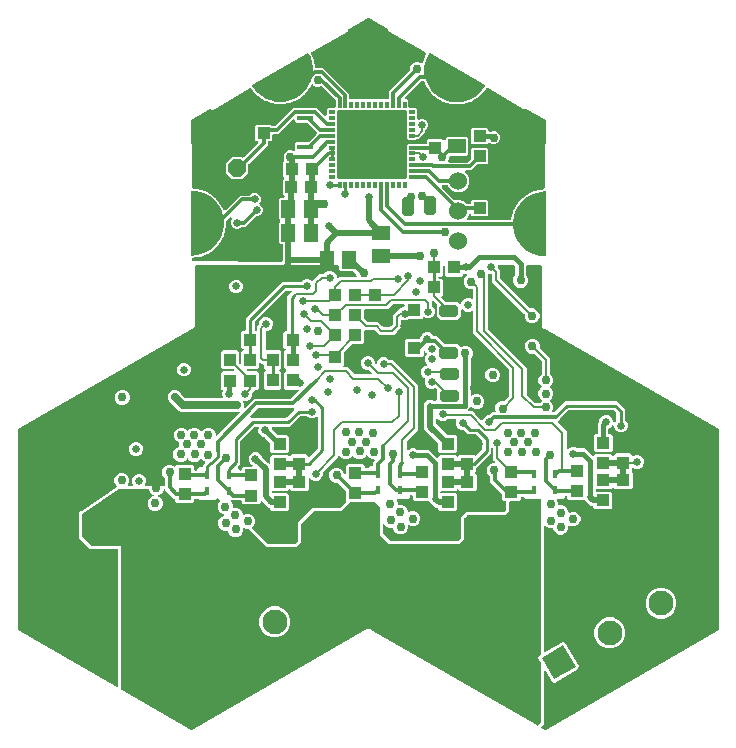
<source format=gbr>
G04 EAGLE Gerber RS-274X export*
G75*
%MOMM*%
%FSLAX34Y34*%
%LPD*%
%INBottom Copper*%
%IPPOS*%
%AMOC8*
5,1,8,0,0,1.08239X$1,22.5*%
G01*
%ADD10R,1.100000X1.000000*%
%ADD11R,1.300000X1.500000*%
%ADD12R,1.000000X1.100000*%
%ADD13R,1.500000X1.300000*%
%ADD14C,1.524000*%
%ADD15P,1.649562X8X22.500000*%
%ADD16R,0.550000X0.300000*%
%ADD17R,0.300000X0.550000*%
%ADD18R,5.600000X5.600000*%
%ADD19R,1.399997X0.400000*%
%ADD20C,1.000000*%
%ADD21C,0.499997*%
%ADD22R,0.300000X0.650000*%
%ADD23R,1.308000X1.308000*%
%ADD24C,1.308000*%
%ADD25C,2.100000*%
%ADD26R,2.100000X2.100000*%
%ADD27C,0.304800*%
%ADD28C,0.756400*%
%ADD29C,0.381000*%
%ADD30C,0.508000*%
%ADD31C,0.660400*%
%ADD32C,0.254000*%
%ADD33C,0.635000*%
%ADD34C,0.177800*%
%ADD35C,0.406400*%
%ADD36C,0.203200*%
%ADD37C,0.431800*%
%ADD38C,0.457200*%

G36*
X-149942Y-83044D02*
X-149942Y-83044D01*
X-149886Y-83046D01*
X-149821Y-83027D01*
X-149754Y-83018D01*
X-149682Y-82986D01*
X-149650Y-82977D01*
X-149633Y-82965D01*
X-149601Y-82950D01*
X-2384Y2043D01*
X-2294Y2116D01*
X-2205Y2186D01*
X-2199Y2194D01*
X-2193Y2199D01*
X-2182Y2218D01*
X-2105Y2321D01*
X-1985Y2530D01*
X-1252Y2726D01*
X-1237Y2733D01*
X-1222Y2735D01*
X-1068Y2802D01*
X-411Y3182D01*
X-178Y3120D01*
X-64Y3108D01*
X50Y3094D01*
X60Y3096D01*
X66Y3095D01*
X88Y3100D01*
X216Y3120D01*
X448Y3182D01*
X1106Y2802D01*
X1120Y2797D01*
X1133Y2787D01*
X1289Y2726D01*
X2022Y2530D01*
X2143Y2321D01*
X2216Y2232D01*
X2286Y2142D01*
X2294Y2136D01*
X2298Y2131D01*
X2318Y2119D01*
X2421Y2043D01*
X142938Y-79082D01*
X142979Y-79098D01*
X143016Y-79122D01*
X143094Y-79141D01*
X143168Y-79169D01*
X143212Y-79171D01*
X143255Y-79182D01*
X143334Y-79175D01*
X143414Y-79178D01*
X143456Y-79166D01*
X143500Y-79163D01*
X143573Y-79131D01*
X143650Y-79109D01*
X143686Y-79083D01*
X143726Y-79066D01*
X143840Y-78975D01*
X143851Y-78967D01*
X143853Y-78965D01*
X143857Y-78961D01*
X146080Y-76738D01*
X146122Y-76680D01*
X146170Y-76629D01*
X146179Y-76612D01*
X146193Y-76595D01*
X146205Y-76565D01*
X146224Y-76539D01*
X146246Y-76466D01*
X146274Y-76406D01*
X146276Y-76389D01*
X146285Y-76367D01*
X146289Y-76326D01*
X146296Y-76303D01*
X146295Y-76271D01*
X146303Y-76200D01*
X146303Y-26173D01*
X146285Y-26060D01*
X146269Y-25946D01*
X146265Y-25936D01*
X146264Y-25930D01*
X146253Y-25910D01*
X146201Y-25792D01*
X144099Y-22151D01*
X144644Y-20118D01*
X145923Y-19379D01*
X145975Y-19336D01*
X146033Y-19302D01*
X146069Y-19259D01*
X146113Y-19223D01*
X146149Y-19166D01*
X146193Y-19115D01*
X146214Y-19063D01*
X146244Y-19015D01*
X146260Y-18949D01*
X146285Y-18887D01*
X146294Y-18808D01*
X146301Y-18776D01*
X146299Y-18755D01*
X146303Y-18720D01*
X146303Y112090D01*
X146300Y112110D01*
X146302Y112129D01*
X146280Y112231D01*
X146264Y112333D01*
X146254Y112350D01*
X146250Y112370D01*
X146197Y112459D01*
X146148Y112550D01*
X146134Y112564D01*
X146124Y112581D01*
X146045Y112648D01*
X145970Y112720D01*
X145952Y112728D01*
X145937Y112741D01*
X145841Y112780D01*
X145747Y112823D01*
X145727Y112825D01*
X145709Y112833D01*
X145542Y112851D01*
X133468Y112851D01*
X132233Y114085D01*
X132160Y114138D01*
X132090Y114198D01*
X132060Y114210D01*
X132034Y114229D01*
X131947Y114256D01*
X131862Y114290D01*
X131821Y114294D01*
X131799Y114301D01*
X131766Y114300D01*
X131695Y114308D01*
X129674Y114308D01*
X129655Y114305D01*
X129635Y114307D01*
X129534Y114285D01*
X129431Y114269D01*
X129414Y114259D01*
X129394Y114255D01*
X129305Y114202D01*
X129214Y114153D01*
X129200Y114139D01*
X129183Y114129D01*
X129116Y114050D01*
X129045Y113975D01*
X129036Y113957D01*
X129023Y113942D01*
X128985Y113846D01*
X128941Y113752D01*
X128939Y113732D01*
X128931Y113714D01*
X128913Y113547D01*
X128913Y112321D01*
X127425Y110832D01*
X120142Y110832D01*
X120122Y110829D01*
X120103Y110831D01*
X120001Y110809D01*
X119899Y110793D01*
X119882Y110783D01*
X119862Y110779D01*
X119773Y110726D01*
X119682Y110677D01*
X119668Y110663D01*
X119651Y110653D01*
X119584Y110574D01*
X119513Y110499D01*
X119504Y110481D01*
X119491Y110466D01*
X119452Y110370D01*
X119409Y110276D01*
X119407Y110256D01*
X119399Y110238D01*
X119381Y110071D01*
X119381Y102169D01*
X116017Y98805D01*
X84074Y98805D01*
X83984Y98791D01*
X83893Y98783D01*
X83863Y98771D01*
X83831Y98766D01*
X83751Y98723D01*
X83667Y98687D01*
X83635Y98661D01*
X83614Y98650D01*
X83592Y98627D01*
X83536Y98582D01*
X81504Y96550D01*
X81451Y96476D01*
X81391Y96407D01*
X81379Y96377D01*
X81360Y96351D01*
X81333Y96264D01*
X81299Y96179D01*
X81295Y96138D01*
X81288Y96115D01*
X81289Y96083D01*
X81281Y96012D01*
X81281Y78547D01*
X77663Y74929D01*
X17333Y74929D01*
X9651Y82611D01*
X9651Y105664D01*
X9637Y105754D01*
X9629Y105845D01*
X9617Y105875D01*
X9612Y105907D01*
X9569Y105987D01*
X9533Y106071D01*
X9507Y106103D01*
X9496Y106124D01*
X9473Y106146D01*
X9428Y106202D01*
X5872Y109758D01*
X5798Y109811D01*
X5729Y109871D01*
X5699Y109883D01*
X5673Y109902D01*
X5586Y109929D01*
X5501Y109963D01*
X5460Y109967D01*
X5437Y109974D01*
X5405Y109973D01*
X5334Y109981D01*
X-15240Y109981D01*
X-15330Y109967D01*
X-15421Y109959D01*
X-15451Y109947D01*
X-15483Y109942D01*
X-15563Y109899D01*
X-15647Y109863D01*
X-15679Y109837D01*
X-15700Y109826D01*
X-15722Y109803D01*
X-15778Y109758D01*
X-23175Y102361D01*
X-45720Y102361D01*
X-45810Y102347D01*
X-45901Y102339D01*
X-45931Y102327D01*
X-45963Y102322D01*
X-46043Y102279D01*
X-46127Y102243D01*
X-46159Y102217D01*
X-46180Y102206D01*
X-46202Y102183D01*
X-46258Y102138D01*
X-56418Y91978D01*
X-56471Y91904D01*
X-56531Y91835D01*
X-56543Y91805D01*
X-56562Y91779D01*
X-56589Y91692D01*
X-56623Y91607D01*
X-56627Y91566D01*
X-56634Y91543D01*
X-56633Y91511D01*
X-56641Y91440D01*
X-56641Y76515D01*
X-61275Y71881D01*
X-86045Y71881D01*
X-101344Y87180D01*
X-101418Y87233D01*
X-101487Y87293D01*
X-101517Y87305D01*
X-101543Y87324D01*
X-101630Y87351D01*
X-101715Y87385D01*
X-101756Y87389D01*
X-101779Y87396D01*
X-101811Y87395D01*
X-101882Y87403D01*
X-103112Y87403D01*
X-104893Y88141D01*
X-104937Y88151D01*
X-104979Y88171D01*
X-105056Y88179D01*
X-105132Y88197D01*
X-105178Y88193D01*
X-105223Y88198D01*
X-105300Y88181D01*
X-105377Y88174D01*
X-105419Y88155D01*
X-105464Y88146D01*
X-105531Y88106D01*
X-105602Y88074D01*
X-105636Y88043D01*
X-105675Y88019D01*
X-105726Y87960D01*
X-105783Y87908D01*
X-105805Y87867D01*
X-105835Y87833D01*
X-105864Y87760D01*
X-105901Y87692D01*
X-105910Y87647D01*
X-105927Y87604D01*
X-105942Y87468D01*
X-105945Y87450D01*
X-105944Y87445D01*
X-105945Y87438D01*
X-105945Y85610D01*
X-106908Y83286D01*
X-108686Y81508D01*
X-111010Y80545D01*
X-113526Y80545D01*
X-115850Y81508D01*
X-117628Y83286D01*
X-118512Y85420D01*
X-118522Y85437D01*
X-118528Y85456D01*
X-118587Y85541D01*
X-118642Y85629D01*
X-118657Y85642D01*
X-118668Y85658D01*
X-118751Y85720D01*
X-118831Y85786D01*
X-118850Y85793D01*
X-118866Y85805D01*
X-118964Y85837D01*
X-119061Y85874D01*
X-119081Y85875D01*
X-119100Y85881D01*
X-119203Y85880D01*
X-119306Y85884D01*
X-119324Y85879D01*
X-121908Y85879D01*
X-124232Y86842D01*
X-126010Y88620D01*
X-126973Y90944D01*
X-126973Y93460D01*
X-126010Y95784D01*
X-124232Y97562D01*
X-122134Y98431D01*
X-122073Y98469D01*
X-122007Y98498D01*
X-121969Y98533D01*
X-121925Y98561D01*
X-121879Y98616D01*
X-121826Y98664D01*
X-121801Y98710D01*
X-121768Y98750D01*
X-121742Y98817D01*
X-121708Y98880D01*
X-121698Y98931D01*
X-121680Y98980D01*
X-121677Y99051D01*
X-121664Y99122D01*
X-121671Y99174D01*
X-121669Y99226D01*
X-121689Y99294D01*
X-121700Y99365D01*
X-121723Y99412D01*
X-121738Y99462D01*
X-121779Y99521D01*
X-121811Y99585D01*
X-121848Y99621D01*
X-121878Y99664D01*
X-121936Y99707D01*
X-121987Y99757D01*
X-122050Y99791D01*
X-122075Y99811D01*
X-122098Y99818D01*
X-122134Y99838D01*
X-124486Y100812D01*
X-126264Y102590D01*
X-127227Y104914D01*
X-127227Y107430D01*
X-126264Y109754D01*
X-125629Y110389D01*
X-125617Y110405D01*
X-125602Y110417D01*
X-125546Y110505D01*
X-125485Y110589D01*
X-125479Y110608D01*
X-125469Y110624D01*
X-125443Y110725D01*
X-125413Y110824D01*
X-125413Y110844D01*
X-125409Y110863D01*
X-125417Y110966D01*
X-125419Y111070D01*
X-125426Y111088D01*
X-125428Y111108D01*
X-125468Y111203D01*
X-125504Y111301D01*
X-125516Y111316D01*
X-125524Y111334D01*
X-125629Y111465D01*
X-127144Y112980D01*
X-127160Y112992D01*
X-127172Y113008D01*
X-127260Y113064D01*
X-127344Y113124D01*
X-127362Y113130D01*
X-127379Y113141D01*
X-127480Y113166D01*
X-127579Y113196D01*
X-127599Y113196D01*
X-127618Y113201D01*
X-127721Y113193D01*
X-127825Y113190D01*
X-127843Y113183D01*
X-127863Y113181D01*
X-127958Y113141D01*
X-128056Y113105D01*
X-128071Y113093D01*
X-128089Y113085D01*
X-128220Y112980D01*
X-129365Y111835D01*
X-142884Y111835D01*
X-143928Y112879D01*
X-144002Y112932D01*
X-144071Y112991D01*
X-144102Y113004D01*
X-144128Y113022D01*
X-144215Y113049D01*
X-144300Y113083D01*
X-144341Y113088D01*
X-144363Y113095D01*
X-144395Y113094D01*
X-144466Y113102D01*
X-146614Y113102D01*
X-146634Y113099D01*
X-146654Y113101D01*
X-146755Y113079D01*
X-146857Y113062D01*
X-146875Y113053D01*
X-146894Y113048D01*
X-146983Y112995D01*
X-147074Y112947D01*
X-147088Y112933D01*
X-147105Y112922D01*
X-147173Y112844D01*
X-147244Y112769D01*
X-147252Y112751D01*
X-147265Y112735D01*
X-147304Y112639D01*
X-147347Y112546D01*
X-147350Y112526D01*
X-147357Y112507D01*
X-147376Y112341D01*
X-147376Y111114D01*
X-148864Y109626D01*
X-161969Y109626D01*
X-163457Y111114D01*
X-163457Y112341D01*
X-163460Y112360D01*
X-163458Y112380D01*
X-163480Y112481D01*
X-163497Y112583D01*
X-163506Y112601D01*
X-163510Y112620D01*
X-163563Y112709D01*
X-163612Y112801D01*
X-163626Y112814D01*
X-163636Y112831D01*
X-163715Y112899D01*
X-163790Y112970D01*
X-163808Y112978D01*
X-163823Y112991D01*
X-163920Y113030D01*
X-164013Y113074D01*
X-164033Y113076D01*
X-164052Y113083D01*
X-164218Y113102D01*
X-164316Y113102D01*
X-171941Y120726D01*
X-171978Y120753D01*
X-172009Y120787D01*
X-172077Y120824D01*
X-172140Y120870D01*
X-172184Y120883D01*
X-172225Y120905D01*
X-172301Y120919D01*
X-172376Y120942D01*
X-172421Y120941D01*
X-172467Y120949D01*
X-172544Y120938D01*
X-172621Y120936D01*
X-172665Y120920D01*
X-172710Y120913D01*
X-172779Y120878D01*
X-172852Y120851D01*
X-172888Y120823D01*
X-172929Y120802D01*
X-172984Y120746D01*
X-173044Y120698D01*
X-173069Y120659D01*
X-173101Y120626D01*
X-173167Y120506D01*
X-173177Y120491D01*
X-173179Y120486D01*
X-173182Y120479D01*
X-173964Y118592D01*
X-175742Y116814D01*
X-177555Y116063D01*
X-177616Y116025D01*
X-177682Y115996D01*
X-177720Y115961D01*
X-177765Y115933D01*
X-177810Y115878D01*
X-177863Y115830D01*
X-177888Y115784D01*
X-177921Y115744D01*
X-177947Y115677D01*
X-177982Y115614D01*
X-177991Y115563D01*
X-178010Y115514D01*
X-178013Y115443D01*
X-178025Y115372D01*
X-178018Y115320D01*
X-178020Y115268D01*
X-178000Y115200D01*
X-177990Y115129D01*
X-177966Y115082D01*
X-177951Y115032D01*
X-177911Y114973D01*
X-177878Y114909D01*
X-177841Y114873D01*
X-177811Y114830D01*
X-177754Y114787D01*
X-177702Y114737D01*
X-177640Y114703D01*
X-177614Y114683D01*
X-177592Y114676D01*
X-177555Y114656D01*
X-176758Y114326D01*
X-174980Y112548D01*
X-174017Y110224D01*
X-174017Y107708D01*
X-174980Y105384D01*
X-176758Y103606D01*
X-179082Y102643D01*
X-181598Y102643D01*
X-183922Y103606D01*
X-185700Y105384D01*
X-186663Y107708D01*
X-186663Y110224D01*
X-185700Y112548D01*
X-183922Y114326D01*
X-182109Y115077D01*
X-182048Y115115D01*
X-181982Y115144D01*
X-181944Y115179D01*
X-181899Y115207D01*
X-181854Y115262D01*
X-181801Y115310D01*
X-181776Y115356D01*
X-181743Y115396D01*
X-181717Y115463D01*
X-181682Y115526D01*
X-181673Y115577D01*
X-181654Y115626D01*
X-181651Y115697D01*
X-181639Y115768D01*
X-181646Y115820D01*
X-181644Y115872D01*
X-181664Y115940D01*
X-181674Y116011D01*
X-181698Y116058D01*
X-181713Y116108D01*
X-181753Y116167D01*
X-181786Y116231D01*
X-181823Y116267D01*
X-181853Y116310D01*
X-181910Y116353D01*
X-181962Y116403D01*
X-182024Y116437D01*
X-182050Y116457D01*
X-182072Y116464D01*
X-182109Y116484D01*
X-182906Y116814D01*
X-184684Y118592D01*
X-185552Y120687D01*
X-185614Y120787D01*
X-185673Y120887D01*
X-185678Y120891D01*
X-185681Y120896D01*
X-185772Y120971D01*
X-185860Y121047D01*
X-185866Y121049D01*
X-185871Y121053D01*
X-185979Y121095D01*
X-186088Y121139D01*
X-186096Y121140D01*
X-186101Y121141D01*
X-186119Y121142D01*
X-186255Y121157D01*
X-210405Y121157D01*
X-210421Y121155D01*
X-210438Y121157D01*
X-210542Y121135D01*
X-210648Y121118D01*
X-210662Y121110D01*
X-210679Y121106D01*
X-210828Y121029D01*
X-242155Y100126D01*
X-242190Y100093D01*
X-242231Y100068D01*
X-242279Y100010D01*
X-242335Y99958D01*
X-242358Y99916D01*
X-242388Y99879D01*
X-242416Y99808D01*
X-242452Y99742D01*
X-242460Y99695D01*
X-242477Y99650D01*
X-242490Y99521D01*
X-242494Y99499D01*
X-242493Y99493D01*
X-242494Y99483D01*
X-242265Y81220D01*
X-242250Y81135D01*
X-242243Y81048D01*
X-242228Y81014D01*
X-242222Y80978D01*
X-242180Y80902D01*
X-242147Y80822D01*
X-242117Y80785D01*
X-242104Y80762D01*
X-242082Y80741D01*
X-242042Y80691D01*
X-234726Y73376D01*
X-234652Y73323D01*
X-234583Y73263D01*
X-234553Y73251D01*
X-234527Y73232D01*
X-234440Y73205D01*
X-234355Y73171D01*
X-234314Y73167D01*
X-234291Y73160D01*
X-234259Y73161D01*
X-234188Y73153D01*
X-209295Y73153D01*
X-209295Y-48487D01*
X-209284Y-48553D01*
X-209283Y-48621D01*
X-209265Y-48674D01*
X-209256Y-48729D01*
X-209224Y-48789D01*
X-209201Y-48853D01*
X-209167Y-48897D01*
X-209140Y-48947D01*
X-209091Y-48993D01*
X-209050Y-49047D01*
X-208986Y-49094D01*
X-208962Y-49116D01*
X-208943Y-49125D01*
X-208915Y-49146D01*
X-150362Y-82950D01*
X-150299Y-82974D01*
X-150240Y-83007D01*
X-150184Y-83018D01*
X-150132Y-83037D01*
X-150064Y-83040D01*
X-149998Y-83052D01*
X-149942Y-83044D01*
G37*
G36*
X150058Y-83044D02*
X150058Y-83044D01*
X150114Y-83046D01*
X150179Y-83027D01*
X150246Y-83018D01*
X150318Y-82986D01*
X150350Y-82977D01*
X150367Y-82965D01*
X150399Y-82950D01*
X296597Y1455D01*
X296650Y1497D01*
X296708Y1532D01*
X296744Y1575D01*
X296788Y1610D01*
X296824Y1668D01*
X296868Y1719D01*
X296889Y1771D01*
X296918Y1819D01*
X296934Y1884D01*
X296960Y1947D01*
X296968Y2026D01*
X296976Y2058D01*
X296974Y2079D01*
X296978Y2114D01*
X296978Y170924D01*
X296967Y170990D01*
X296966Y171058D01*
X296947Y171111D01*
X296938Y171166D01*
X296907Y171226D01*
X296884Y171290D01*
X296849Y171334D01*
X296823Y171384D01*
X296774Y171430D01*
X296733Y171484D01*
X296669Y171530D01*
X296645Y171553D01*
X296626Y171562D01*
X296597Y171583D01*
X149381Y256576D01*
X149273Y256617D01*
X149167Y256660D01*
X149157Y256661D01*
X149151Y256663D01*
X149128Y256664D01*
X149000Y256678D01*
X148759Y256678D01*
X148223Y257215D01*
X148210Y257224D01*
X148200Y257236D01*
X148065Y257336D01*
X147408Y257715D01*
X147345Y257948D01*
X147298Y258053D01*
X147253Y258158D01*
X147247Y258166D01*
X147244Y258172D01*
X147229Y258188D01*
X147148Y258289D01*
X146978Y258459D01*
X146978Y259218D01*
X146975Y259234D01*
X146977Y259249D01*
X146952Y259415D01*
X146756Y260148D01*
X146876Y260357D01*
X146916Y260464D01*
X146960Y260571D01*
X146961Y260581D01*
X146963Y260587D01*
X146964Y260609D01*
X146978Y260737D01*
X146978Y309626D01*
X146975Y309646D01*
X146977Y309665D01*
X146955Y309767D01*
X146938Y309869D01*
X146929Y309886D01*
X146925Y309906D01*
X146872Y309995D01*
X146823Y310086D01*
X146809Y310100D01*
X146799Y310117D01*
X146720Y310184D01*
X146645Y310256D01*
X146627Y310264D01*
X146612Y310277D01*
X146515Y310316D01*
X146422Y310359D01*
X146402Y310361D01*
X146383Y310369D01*
X146217Y310387D01*
X134239Y310387D01*
X134219Y310384D01*
X134200Y310386D01*
X134098Y310364D01*
X133996Y310348D01*
X133979Y310338D01*
X133959Y310334D01*
X133870Y310281D01*
X133779Y310232D01*
X133765Y310218D01*
X133748Y310208D01*
X133681Y310129D01*
X133609Y310054D01*
X133601Y310036D01*
X133588Y310021D01*
X133549Y309925D01*
X133506Y309831D01*
X133504Y309811D01*
X133496Y309793D01*
X133478Y309626D01*
X133478Y302753D01*
X133492Y302663D01*
X133500Y302572D01*
X133512Y302542D01*
X133517Y302511D01*
X133560Y302430D01*
X133596Y302346D01*
X133622Y302314D01*
X133633Y302293D01*
X133656Y302271D01*
X133701Y302215D01*
X134392Y301524D01*
X135355Y299200D01*
X135355Y296684D01*
X134392Y294360D01*
X132614Y292582D01*
X130290Y291619D01*
X127774Y291619D01*
X125450Y292582D01*
X123672Y294360D01*
X122709Y296684D01*
X122709Y299200D01*
X123672Y301524D01*
X124363Y302215D01*
X124416Y302289D01*
X124476Y302358D01*
X124488Y302388D01*
X124507Y302415D01*
X124534Y302502D01*
X124568Y302587D01*
X124572Y302627D01*
X124579Y302650D01*
X124578Y302682D01*
X124586Y302753D01*
X124586Y309247D01*
X124572Y309337D01*
X124564Y309428D01*
X124552Y309458D01*
X124547Y309490D01*
X124504Y309570D01*
X124468Y309654D01*
X124442Y309687D01*
X124431Y309707D01*
X124408Y309729D01*
X124363Y309785D01*
X123985Y310164D01*
X123911Y310217D01*
X123841Y310277D01*
X123811Y310289D01*
X123785Y310308D01*
X123698Y310335D01*
X123613Y310369D01*
X123572Y310373D01*
X123550Y310380D01*
X123517Y310379D01*
X123446Y310387D01*
X110236Y310387D01*
X110216Y310384D01*
X110197Y310386D01*
X110095Y310364D01*
X109993Y310348D01*
X109976Y310338D01*
X109956Y310334D01*
X109867Y310281D01*
X109776Y310232D01*
X109762Y310218D01*
X109745Y310208D01*
X109678Y310129D01*
X109606Y310054D01*
X109598Y310036D01*
X109585Y310021D01*
X109546Y309925D01*
X109503Y309831D01*
X109501Y309811D01*
X109493Y309793D01*
X109475Y309626D01*
X109475Y308441D01*
X109489Y308351D01*
X109497Y308260D01*
X109509Y308230D01*
X109514Y308198D01*
X109557Y308118D01*
X109593Y308034D01*
X109619Y308002D01*
X109630Y307981D01*
X109653Y307959D01*
X109698Y307903D01*
X111634Y305967D01*
X111634Y299932D01*
X111649Y299842D01*
X111656Y299751D01*
X111668Y299721D01*
X111673Y299689D01*
X111716Y299609D01*
X111752Y299525D01*
X111778Y299493D01*
X111789Y299472D01*
X111812Y299450D01*
X111857Y299394D01*
X136989Y274262D01*
X137063Y274209D01*
X137132Y274149D01*
X137162Y274137D01*
X137188Y274118D01*
X137275Y274091D01*
X137360Y274057D01*
X137401Y274053D01*
X137424Y274046D01*
X137456Y274047D01*
X137527Y274039D01*
X139942Y274039D01*
X142266Y273076D01*
X144044Y271298D01*
X145007Y268974D01*
X145007Y266458D01*
X144044Y264134D01*
X142266Y262356D01*
X139942Y261393D01*
X137426Y261393D01*
X135102Y262356D01*
X133324Y264134D01*
X132361Y266458D01*
X132361Y268873D01*
X132347Y268963D01*
X132339Y269054D01*
X132327Y269084D01*
X132322Y269116D01*
X132279Y269196D01*
X132243Y269280D01*
X132217Y269312D01*
X132206Y269333D01*
X132183Y269355D01*
X132138Y269411D01*
X104774Y296775D01*
X104774Y302514D01*
X104771Y302534D01*
X104773Y302553D01*
X104751Y302655D01*
X104735Y302757D01*
X104725Y302774D01*
X104721Y302794D01*
X104668Y302883D01*
X104619Y302974D01*
X104605Y302988D01*
X104595Y303005D01*
X104516Y303072D01*
X104441Y303144D01*
X104423Y303152D01*
X104408Y303165D01*
X104312Y303204D01*
X104218Y303247D01*
X104198Y303249D01*
X104180Y303257D01*
X104013Y303275D01*
X102334Y303275D01*
X102314Y303272D01*
X102295Y303274D01*
X102193Y303252D01*
X102091Y303236D01*
X102074Y303226D01*
X102054Y303222D01*
X101965Y303169D01*
X101874Y303120D01*
X101860Y303106D01*
X101843Y303096D01*
X101776Y303017D01*
X101704Y302942D01*
X101696Y302924D01*
X101683Y302909D01*
X101644Y302813D01*
X101601Y302719D01*
X101599Y302699D01*
X101591Y302681D01*
X101573Y302514D01*
X101573Y302373D01*
X101588Y302283D01*
X101595Y302192D01*
X101607Y302162D01*
X101612Y302130D01*
X101655Y302050D01*
X101691Y301966D01*
X101717Y301934D01*
X101728Y301913D01*
X101728Y256498D01*
X101743Y256408D01*
X101750Y256317D01*
X101762Y256287D01*
X101767Y256255D01*
X101810Y256175D01*
X101846Y256091D01*
X101872Y256059D01*
X101883Y256038D01*
X101906Y256016D01*
X101951Y255960D01*
X133986Y223925D01*
X133986Y201634D01*
X133988Y201623D01*
X133987Y201616D01*
X133995Y201579D01*
X134000Y201544D01*
X134008Y201453D01*
X134020Y201423D01*
X134025Y201391D01*
X134068Y201311D01*
X134104Y201227D01*
X134130Y201195D01*
X134141Y201174D01*
X134164Y201152D01*
X134209Y201096D01*
X141406Y193899D01*
X141480Y193846D01*
X141549Y193786D01*
X141579Y193774D01*
X141605Y193755D01*
X141692Y193728D01*
X141777Y193694D01*
X141818Y193690D01*
X141841Y193683D01*
X141873Y193684D01*
X141944Y193676D01*
X144541Y193676D01*
X144631Y193690D01*
X144722Y193698D01*
X144751Y193710D01*
X144783Y193715D01*
X144864Y193758D01*
X144948Y193794D01*
X144980Y193820D01*
X145001Y193831D01*
X145023Y193854D01*
X145079Y193899D01*
X146730Y195550D01*
X146742Y195566D01*
X146757Y195578D01*
X146813Y195666D01*
X146874Y195749D01*
X146879Y195768D01*
X146890Y195785D01*
X146915Y195886D01*
X146946Y195985D01*
X146945Y196004D01*
X146950Y196024D01*
X146942Y196127D01*
X146940Y196230D01*
X146933Y196249D01*
X146931Y196269D01*
X146891Y196364D01*
X146855Y196461D01*
X146843Y196477D01*
X146835Y196495D01*
X146730Y196626D01*
X145008Y198348D01*
X144045Y200672D01*
X144045Y203188D01*
X145008Y205512D01*
X146603Y207107D01*
X146615Y207123D01*
X146630Y207135D01*
X146686Y207223D01*
X146747Y207306D01*
X146752Y207325D01*
X146763Y207342D01*
X146789Y207443D01*
X146819Y207542D01*
X146818Y207561D01*
X146823Y207581D01*
X146815Y207684D01*
X146813Y207787D01*
X146806Y207806D01*
X146804Y207826D01*
X146764Y207921D01*
X146728Y208018D01*
X146716Y208034D01*
X146708Y208052D01*
X146603Y208183D01*
X145008Y209778D01*
X144045Y212102D01*
X144045Y214618D01*
X145008Y216942D01*
X146715Y218649D01*
X146761Y218712D01*
X146783Y218736D01*
X146787Y218745D01*
X146828Y218792D01*
X146840Y218823D01*
X146859Y218849D01*
X146886Y218936D01*
X146920Y219021D01*
X146924Y219062D01*
X146931Y219084D01*
X146930Y219116D01*
X146938Y219187D01*
X146938Y228896D01*
X146924Y228986D01*
X146916Y229077D01*
X146904Y229107D01*
X146899Y229139D01*
X146856Y229219D01*
X146820Y229303D01*
X146794Y229335D01*
X146783Y229356D01*
X146760Y229378D01*
X146715Y229434D01*
X140633Y235516D01*
X140559Y235569D01*
X140490Y235629D01*
X140460Y235641D01*
X140434Y235660D01*
X140347Y235687D01*
X140262Y235721D01*
X140221Y235725D01*
X140198Y235732D01*
X140166Y235731D01*
X140095Y235739D01*
X137680Y235739D01*
X135356Y236702D01*
X133578Y238480D01*
X132615Y240804D01*
X132615Y243320D01*
X133578Y245644D01*
X135356Y247422D01*
X137680Y248385D01*
X140196Y248385D01*
X142520Y247422D01*
X144298Y245644D01*
X145261Y243320D01*
X145261Y240905D01*
X145275Y240815D01*
X145283Y240724D01*
X145295Y240694D01*
X145300Y240662D01*
X145343Y240582D01*
X145379Y240498D01*
X145405Y240466D01*
X145416Y240445D01*
X145439Y240423D01*
X145484Y240367D01*
X153798Y232053D01*
X153798Y219187D01*
X153812Y219097D01*
X153820Y219006D01*
X153832Y218977D01*
X153837Y218945D01*
X153880Y218864D01*
X153916Y218780D01*
X153942Y218748D01*
X153953Y218727D01*
X153976Y218705D01*
X153998Y218678D01*
X154001Y218673D01*
X154004Y218670D01*
X154021Y218649D01*
X155728Y216942D01*
X156691Y214618D01*
X156691Y212102D01*
X155728Y209778D01*
X154133Y208183D01*
X154121Y208167D01*
X154106Y208155D01*
X154050Y208067D01*
X153989Y207984D01*
X153984Y207965D01*
X153973Y207948D01*
X153948Y207847D01*
X153917Y207748D01*
X153918Y207729D01*
X153913Y207709D01*
X153921Y207606D01*
X153923Y207503D01*
X153930Y207484D01*
X153932Y207464D01*
X153972Y207369D01*
X154008Y207272D01*
X154020Y207256D01*
X154028Y207238D01*
X154133Y207107D01*
X155728Y205512D01*
X156691Y203188D01*
X156691Y200672D01*
X155728Y198348D01*
X154006Y196626D01*
X153994Y196610D01*
X153979Y196598D01*
X153923Y196510D01*
X153862Y196427D01*
X153857Y196408D01*
X153846Y196391D01*
X153820Y196290D01*
X153790Y196191D01*
X153791Y196172D01*
X153786Y196152D01*
X153794Y196049D01*
X153796Y195946D01*
X153803Y195927D01*
X153805Y195907D01*
X153845Y195812D01*
X153881Y195715D01*
X153893Y195699D01*
X153901Y195681D01*
X154006Y195550D01*
X155728Y193828D01*
X156691Y191504D01*
X156691Y188988D01*
X155965Y187235D01*
X155954Y187191D01*
X155935Y187149D01*
X155926Y187072D01*
X155908Y186996D01*
X155913Y186950D01*
X155908Y186905D01*
X155924Y186828D01*
X155932Y186751D01*
X155950Y186709D01*
X155960Y186664D01*
X156000Y186597D01*
X156032Y186526D01*
X156063Y186492D01*
X156086Y186453D01*
X156145Y186402D01*
X156198Y186345D01*
X156238Y186323D01*
X156273Y186293D01*
X156345Y186264D01*
X156413Y186227D01*
X156459Y186218D01*
X156501Y186201D01*
X156637Y186186D01*
X156655Y186183D01*
X156660Y186184D01*
X156668Y186183D01*
X156856Y186183D01*
X156946Y186197D01*
X157037Y186205D01*
X157067Y186217D01*
X157099Y186222D01*
X157180Y186265D01*
X157264Y186301D01*
X157296Y186327D01*
X157316Y186338D01*
X157339Y186361D01*
X157395Y186406D01*
X164114Y193125D01*
X166570Y195581D01*
X210620Y195581D01*
X213076Y193126D01*
X213076Y193125D01*
X217552Y188649D01*
X217552Y179646D01*
X217566Y179556D01*
X217574Y179465D01*
X217586Y179436D01*
X217591Y179404D01*
X217634Y179323D01*
X217670Y179239D01*
X217696Y179207D01*
X217707Y179186D01*
X217730Y179164D01*
X217775Y179108D01*
X218694Y178189D01*
X219584Y176041D01*
X219584Y173717D01*
X218694Y171569D01*
X217051Y169926D01*
X214903Y169036D01*
X212579Y169036D01*
X210431Y169926D01*
X208788Y171569D01*
X207898Y173717D01*
X207898Y174340D01*
X207883Y174436D01*
X207873Y174533D01*
X207863Y174557D01*
X207859Y174583D01*
X207813Y174669D01*
X207773Y174758D01*
X207756Y174777D01*
X207743Y174800D01*
X207673Y174868D01*
X207607Y174939D01*
X207584Y174952D01*
X207565Y174970D01*
X207477Y175011D01*
X207391Y175058D01*
X207366Y175062D01*
X207342Y175073D01*
X207245Y175084D01*
X207149Y175101D01*
X207123Y175098D01*
X207098Y175101D01*
X207002Y175080D01*
X206906Y175066D01*
X206883Y175054D01*
X206857Y175048D01*
X206774Y174998D01*
X206687Y174954D01*
X206668Y174935D01*
X206646Y174922D01*
X206583Y174848D01*
X206515Y174779D01*
X206499Y174750D01*
X206486Y174735D01*
X206474Y174704D01*
X206434Y174632D01*
X206375Y174490D01*
X204732Y172847D01*
X203798Y172460D01*
X203698Y172398D01*
X203598Y172338D01*
X203594Y172334D01*
X203589Y172330D01*
X203514Y172241D01*
X203438Y172151D01*
X203436Y172146D01*
X203432Y172141D01*
X203390Y172033D01*
X203346Y171923D01*
X203345Y171916D01*
X203344Y171911D01*
X203343Y171893D01*
X203328Y171757D01*
X203328Y168503D01*
X203331Y168484D01*
X203329Y168464D01*
X203351Y168363D01*
X203367Y168261D01*
X203377Y168243D01*
X203381Y168224D01*
X203434Y168135D01*
X203483Y168043D01*
X203497Y168030D01*
X203507Y168013D01*
X203586Y167945D01*
X203661Y167874D01*
X203679Y167866D01*
X203694Y167853D01*
X203790Y167814D01*
X203884Y167770D01*
X203904Y167768D01*
X203922Y167761D01*
X204089Y167742D01*
X205434Y167742D01*
X206923Y166254D01*
X206923Y154149D01*
X205434Y152661D01*
X192330Y152661D01*
X190841Y154149D01*
X190841Y166254D01*
X192330Y167742D01*
X193675Y167742D01*
X193695Y167745D01*
X193714Y167743D01*
X193816Y167765D01*
X193918Y167782D01*
X193935Y167791D01*
X193955Y167796D01*
X194044Y167849D01*
X194135Y167897D01*
X194149Y167911D01*
X194166Y167922D01*
X194233Y168000D01*
X194305Y168075D01*
X194313Y168093D01*
X194326Y168109D01*
X194365Y168205D01*
X194408Y168298D01*
X194410Y168318D01*
X194418Y168337D01*
X194436Y168503D01*
X194436Y177102D01*
X195356Y178022D01*
X195409Y178095D01*
X195469Y178165D01*
X195481Y178195D01*
X195500Y178221D01*
X195527Y178308D01*
X195561Y178393D01*
X195565Y178434D01*
X195572Y178456D01*
X195571Y178489D01*
X195579Y178560D01*
X195579Y178962D01*
X196469Y181110D01*
X198112Y182753D01*
X200260Y183643D01*
X202584Y183643D01*
X204732Y182753D01*
X206375Y181110D01*
X207265Y178962D01*
X207265Y178339D01*
X207280Y178243D01*
X207290Y178146D01*
X207300Y178122D01*
X207304Y178096D01*
X207350Y178010D01*
X207390Y177921D01*
X207407Y177902D01*
X207420Y177879D01*
X207490Y177811D01*
X207556Y177740D01*
X207579Y177727D01*
X207598Y177709D01*
X207686Y177668D01*
X207772Y177621D01*
X207797Y177617D01*
X207821Y177606D01*
X207918Y177595D01*
X208014Y177578D01*
X208040Y177581D01*
X208065Y177578D01*
X208161Y177599D01*
X208257Y177613D01*
X208280Y177625D01*
X208306Y177631D01*
X208389Y177681D01*
X208476Y177725D01*
X208495Y177744D01*
X208517Y177757D01*
X208580Y177831D01*
X208648Y177900D01*
X208664Y177929D01*
X208677Y177944D01*
X208689Y177975D01*
X208729Y178047D01*
X208788Y178189D01*
X209707Y179108D01*
X209760Y179182D01*
X209820Y179252D01*
X209832Y179282D01*
X209851Y179308D01*
X209878Y179395D01*
X209912Y179480D01*
X209916Y179521D01*
X209923Y179543D01*
X209922Y179575D01*
X209930Y179646D01*
X209930Y185177D01*
X209916Y185267D01*
X209908Y185358D01*
X209896Y185388D01*
X209891Y185420D01*
X209848Y185500D01*
X209812Y185585D01*
X209786Y185617D01*
X209775Y185637D01*
X209752Y185659D01*
X209707Y185715D01*
X207687Y187736D01*
X207613Y187789D01*
X207543Y187849D01*
X207513Y187861D01*
X207487Y187880D01*
X207400Y187907D01*
X207315Y187941D01*
X207274Y187945D01*
X207252Y187952D01*
X207220Y187951D01*
X207148Y187959D01*
X170042Y187959D01*
X169952Y187945D01*
X169861Y187937D01*
X169831Y187925D01*
X169799Y187920D01*
X169718Y187877D01*
X169634Y187841D01*
X169602Y187815D01*
X169582Y187804D01*
X169576Y187798D01*
X169575Y187798D01*
X169558Y187780D01*
X169504Y187736D01*
X162784Y181017D01*
X162731Y180943D01*
X162671Y180873D01*
X162659Y180843D01*
X162640Y180817D01*
X162613Y180730D01*
X162579Y180645D01*
X162575Y180604D01*
X162568Y180582D01*
X162569Y180550D01*
X162561Y180478D01*
X162561Y180434D01*
X160613Y178487D01*
X160602Y178471D01*
X160586Y178458D01*
X160530Y178371D01*
X160470Y178287D01*
X160464Y178268D01*
X160453Y178252D01*
X160428Y178151D01*
X160398Y178052D01*
X160398Y178032D01*
X160393Y178013D01*
X160401Y177910D01*
X160404Y177806D01*
X160411Y177788D01*
X160412Y177768D01*
X160453Y177673D01*
X160488Y177575D01*
X160501Y177560D01*
X160509Y177541D01*
X160613Y177411D01*
X167895Y170129D01*
X167895Y155389D01*
X167906Y155319D01*
X167908Y155247D01*
X167926Y155198D01*
X167934Y155147D01*
X167968Y155083D01*
X167993Y155016D01*
X168025Y154975D01*
X168050Y154929D01*
X168102Y154880D01*
X168146Y154824D01*
X168190Y154796D01*
X168228Y154760D01*
X168293Y154730D01*
X168353Y154691D01*
X168404Y154678D01*
X168451Y154656D01*
X168522Y154648D01*
X168592Y154631D01*
X168644Y154635D01*
X168695Y154629D01*
X168766Y154644D01*
X168837Y154650D01*
X168885Y154670D01*
X168936Y154681D01*
X168997Y154718D01*
X169063Y154746D01*
X169119Y154791D01*
X169147Y154808D01*
X169162Y154825D01*
X169194Y154851D01*
X170172Y155829D01*
X172320Y156719D01*
X174644Y156719D01*
X176792Y155829D01*
X176949Y155672D01*
X177023Y155619D01*
X177093Y155559D01*
X177123Y155547D01*
X177149Y155528D01*
X177236Y155501D01*
X177321Y155467D01*
X177362Y155463D01*
X177384Y155456D01*
X177416Y155457D01*
X177487Y155449D01*
X183863Y155449D01*
X186914Y152398D01*
X189911Y149401D01*
X189928Y149389D01*
X189940Y149373D01*
X190027Y149317D01*
X190111Y149257D01*
X190130Y149251D01*
X190147Y149240D01*
X190247Y149215D01*
X190346Y149185D01*
X190366Y149185D01*
X190385Y149180D01*
X190488Y149188D01*
X190592Y149191D01*
X190611Y149198D01*
X190631Y149199D01*
X190726Y149240D01*
X190823Y149276D01*
X190839Y149288D01*
X190857Y149296D01*
X190988Y149401D01*
X192330Y150742D01*
X205434Y150742D01*
X207028Y149149D01*
X207086Y149107D01*
X207138Y149057D01*
X207185Y149035D01*
X207228Y149005D01*
X207296Y148984D01*
X207361Y148954D01*
X207413Y148948D01*
X207463Y148933D01*
X207535Y148935D01*
X207606Y148927D01*
X207657Y148938D01*
X207709Y148939D01*
X207776Y148964D01*
X207846Y148979D01*
X207891Y149006D01*
X207940Y149024D01*
X207996Y149068D01*
X208057Y149105D01*
X208091Y149145D01*
X208132Y149177D01*
X208170Y149238D01*
X208217Y149292D01*
X208237Y149340D01*
X208265Y149384D01*
X208282Y149454D01*
X208309Y149520D01*
X208317Y149592D01*
X208325Y149623D01*
X208323Y149646D01*
X208328Y149687D01*
X208328Y149754D01*
X209816Y151242D01*
X221921Y151242D01*
X223482Y149680D01*
X223483Y149679D01*
X223527Y149615D01*
X223564Y149546D01*
X223597Y149514D01*
X223623Y149477D01*
X223686Y149430D01*
X223742Y149377D01*
X223784Y149357D01*
X223821Y149330D01*
X223895Y149306D01*
X223965Y149273D01*
X224011Y149268D01*
X224055Y149254D01*
X224132Y149254D01*
X224210Y149246D01*
X224255Y149256D01*
X224300Y149256D01*
X224432Y149294D01*
X224450Y149298D01*
X224454Y149301D01*
X224462Y149303D01*
X226422Y150115D01*
X228746Y150115D01*
X230894Y149225D01*
X232537Y147582D01*
X233427Y145434D01*
X233427Y143110D01*
X232537Y140962D01*
X230894Y139319D01*
X228746Y138429D01*
X226422Y138429D01*
X224462Y139241D01*
X224417Y139252D01*
X224375Y139271D01*
X224298Y139280D01*
X224222Y139297D01*
X224176Y139293D01*
X224131Y139298D01*
X224055Y139282D01*
X223977Y139274D01*
X223935Y139256D01*
X223890Y139246D01*
X223824Y139206D01*
X223752Y139174D01*
X223719Y139143D01*
X223679Y139120D01*
X223629Y139061D01*
X223571Y139008D01*
X223549Y138968D01*
X223519Y138933D01*
X223490Y138861D01*
X223453Y138792D01*
X223445Y138747D01*
X223427Y138705D01*
X223412Y138569D01*
X223409Y138550D01*
X223410Y138545D01*
X223409Y138538D01*
X223409Y136649D01*
X223045Y136285D01*
X223034Y136269D01*
X223018Y136257D01*
X222962Y136170D01*
X222902Y136086D01*
X222896Y136067D01*
X222885Y136050D01*
X222860Y135949D01*
X222829Y135851D01*
X222830Y135831D01*
X222825Y135811D01*
X222833Y135708D01*
X222836Y135605D01*
X222843Y135586D01*
X222844Y135566D01*
X222885Y135471D01*
X222920Y135374D01*
X222933Y135358D01*
X222940Y135340D01*
X223045Y135209D01*
X223750Y134504D01*
X223750Y122399D01*
X222262Y120911D01*
X209157Y120911D01*
X207755Y122313D01*
X207738Y122325D01*
X207726Y122340D01*
X207639Y122397D01*
X207555Y122457D01*
X207536Y122463D01*
X207519Y122473D01*
X207419Y122499D01*
X207320Y122529D01*
X207300Y122529D01*
X207281Y122533D01*
X207178Y122525D01*
X207074Y122523D01*
X207055Y122516D01*
X207035Y122514D01*
X206941Y122474D01*
X206843Y122438D01*
X206827Y122426D01*
X206809Y122418D01*
X206678Y122313D01*
X205276Y120911D01*
X193294Y120911D01*
X193274Y120908D01*
X193255Y120910D01*
X193153Y120888D01*
X193051Y120871D01*
X193034Y120862D01*
X193014Y120857D01*
X192925Y120804D01*
X192834Y120756D01*
X192820Y120742D01*
X192803Y120731D01*
X192736Y120653D01*
X192664Y120578D01*
X192656Y120560D01*
X192643Y120544D01*
X192604Y120448D01*
X192561Y120355D01*
X192559Y120335D01*
X192551Y120316D01*
X192533Y120150D01*
X192533Y119753D01*
X192536Y119734D01*
X192534Y119714D01*
X192556Y119613D01*
X192572Y119511D01*
X192582Y119493D01*
X192586Y119474D01*
X192639Y119385D01*
X192688Y119293D01*
X192702Y119280D01*
X192712Y119263D01*
X192791Y119195D01*
X192866Y119124D01*
X192884Y119116D01*
X192899Y119103D01*
X192995Y119064D01*
X193089Y119020D01*
X193109Y119018D01*
X193127Y119011D01*
X193294Y118992D01*
X205276Y118992D01*
X206764Y117504D01*
X206764Y105399D01*
X205276Y103911D01*
X192171Y103911D01*
X190683Y105399D01*
X190683Y105610D01*
X190679Y105629D01*
X190681Y105649D01*
X190659Y105750D01*
X190643Y105852D01*
X190633Y105870D01*
X190629Y105889D01*
X190576Y105978D01*
X190528Y106070D01*
X190513Y106083D01*
X190503Y106100D01*
X190424Y106168D01*
X190349Y106239D01*
X190331Y106247D01*
X190316Y106260D01*
X190220Y106299D01*
X190126Y106343D01*
X190107Y106345D01*
X190088Y106352D01*
X189921Y106371D01*
X188450Y106371D01*
X183132Y111689D01*
X183058Y111742D01*
X182989Y111801D01*
X182958Y111813D01*
X182932Y111832D01*
X182845Y111859D01*
X182760Y111893D01*
X182719Y111898D01*
X182697Y111905D01*
X182665Y111904D01*
X182594Y111912D01*
X169819Y111912D01*
X168331Y113400D01*
X168331Y114627D01*
X168327Y114646D01*
X168329Y114666D01*
X168307Y114767D01*
X168291Y114869D01*
X168281Y114887D01*
X168277Y114906D01*
X168224Y114995D01*
X168176Y115087D01*
X168161Y115100D01*
X168151Y115117D01*
X168072Y115185D01*
X167997Y115256D01*
X167979Y115264D01*
X167964Y115277D01*
X167868Y115316D01*
X167774Y115360D01*
X167755Y115362D01*
X167736Y115369D01*
X167569Y115388D01*
X167563Y115388D01*
X167546Y115385D01*
X167530Y115387D01*
X167528Y115386D01*
X167524Y115387D01*
X167422Y115365D01*
X167320Y115348D01*
X167303Y115339D01*
X167283Y115334D01*
X167194Y115281D01*
X167103Y115233D01*
X167089Y115219D01*
X167072Y115208D01*
X167005Y115130D01*
X166934Y115055D01*
X166925Y115037D01*
X166912Y115021D01*
X166873Y114925D01*
X166830Y114832D01*
X166828Y114812D01*
X166820Y114793D01*
X166803Y114633D01*
X165021Y112851D01*
X160490Y112851D01*
X160445Y112844D01*
X160399Y112846D01*
X160324Y112824D01*
X160247Y112812D01*
X160207Y112790D01*
X160163Y112777D01*
X160099Y112733D01*
X160030Y112696D01*
X159998Y112663D01*
X159961Y112637D01*
X159914Y112575D01*
X159860Y112518D01*
X159841Y112476D01*
X159814Y112440D01*
X159790Y112366D01*
X159757Y112295D01*
X159752Y112249D01*
X159738Y112206D01*
X159738Y112128D01*
X159730Y112051D01*
X159740Y112006D01*
X159740Y111960D01*
X159778Y111828D01*
X159782Y111810D01*
X159785Y111806D01*
X159787Y111799D01*
X160755Y109462D01*
X160755Y108176D01*
X160758Y108156D01*
X160756Y108137D01*
X160778Y108035D01*
X160794Y107933D01*
X160804Y107916D01*
X160808Y107896D01*
X160861Y107807D01*
X160910Y107716D01*
X160924Y107702D01*
X160934Y107685D01*
X161013Y107618D01*
X161088Y107546D01*
X161106Y107538D01*
X161121Y107525D01*
X161217Y107486D01*
X161311Y107443D01*
X161331Y107441D01*
X161349Y107433D01*
X161516Y107415D01*
X164072Y107415D01*
X166396Y106452D01*
X168174Y104674D01*
X169137Y102350D01*
X169137Y101941D01*
X169144Y101896D01*
X169142Y101850D01*
X169164Y101775D01*
X169176Y101698D01*
X169198Y101658D01*
X169211Y101614D01*
X169255Y101550D01*
X169292Y101481D01*
X169325Y101449D01*
X169351Y101412D01*
X169413Y101365D01*
X169470Y101312D01*
X169512Y101292D01*
X169548Y101265D01*
X169622Y101241D01*
X169693Y101208D01*
X169739Y101203D01*
X169782Y101189D01*
X169860Y101189D01*
X169937Y101181D01*
X169982Y101191D01*
X170028Y101191D01*
X170160Y101229D01*
X170178Y101233D01*
X170182Y101236D01*
X170189Y101238D01*
X172224Y102081D01*
X174740Y102081D01*
X177064Y101118D01*
X178842Y99340D01*
X179805Y97016D01*
X179805Y94500D01*
X178842Y92176D01*
X177064Y90398D01*
X174740Y89435D01*
X172224Y89435D01*
X170443Y90173D01*
X170399Y90183D01*
X170357Y90203D01*
X170280Y90211D01*
X170204Y90229D01*
X170158Y90225D01*
X170113Y90230D01*
X170036Y90213D01*
X169959Y90206D01*
X169917Y90187D01*
X169872Y90178D01*
X169805Y90138D01*
X169734Y90106D01*
X169700Y90075D01*
X169661Y90051D01*
X169610Y89992D01*
X169553Y89940D01*
X169531Y89899D01*
X169501Y89865D01*
X169472Y89792D01*
X169435Y89724D01*
X169426Y89679D01*
X169409Y89636D01*
X169394Y89500D01*
X169391Y89482D01*
X169392Y89477D01*
X169391Y89470D01*
X169391Y87642D01*
X168428Y85318D01*
X166650Y83540D01*
X164326Y82577D01*
X161810Y82577D01*
X159486Y83540D01*
X157708Y85318D01*
X156824Y87452D01*
X156814Y87469D01*
X156808Y87488D01*
X156749Y87573D01*
X156694Y87661D01*
X156679Y87674D01*
X156668Y87690D01*
X156585Y87752D01*
X156505Y87818D01*
X156486Y87825D01*
X156470Y87837D01*
X156372Y87869D01*
X156275Y87906D01*
X156255Y87907D01*
X156236Y87913D01*
X156133Y87912D01*
X156030Y87916D01*
X156012Y87911D01*
X153428Y87911D01*
X151104Y88874D01*
X150144Y89834D01*
X150086Y89876D01*
X150034Y89925D01*
X149987Y89947D01*
X149945Y89978D01*
X149876Y89999D01*
X149811Y90029D01*
X149759Y90035D01*
X149709Y90050D01*
X149638Y90048D01*
X149567Y90056D01*
X149516Y90045D01*
X149464Y90044D01*
X149396Y90019D01*
X149326Y90004D01*
X149281Y89977D01*
X149233Y89959D01*
X149177Y89914D01*
X149115Y89878D01*
X149081Y89838D01*
X149041Y89805D01*
X149002Y89745D01*
X148955Y89691D01*
X148936Y89642D01*
X148908Y89599D01*
X148890Y89529D01*
X148863Y89462D01*
X148855Y89391D01*
X148847Y89360D01*
X148849Y89337D01*
X148845Y89296D01*
X148845Y-16374D01*
X148860Y-16468D01*
X148869Y-16563D01*
X148880Y-16589D01*
X148884Y-16616D01*
X148929Y-16700D01*
X148967Y-16788D01*
X148986Y-16809D01*
X149000Y-16834D01*
X149069Y-16899D01*
X149133Y-16970D01*
X149157Y-16984D01*
X149178Y-17003D01*
X149264Y-17043D01*
X149348Y-17090D01*
X149375Y-17095D01*
X149401Y-17107D01*
X149496Y-17117D01*
X149589Y-17135D01*
X149617Y-17131D01*
X149645Y-17134D01*
X149739Y-17114D01*
X149833Y-17100D01*
X149865Y-17086D01*
X149886Y-17082D01*
X149914Y-17065D01*
X149987Y-17033D01*
X164653Y-8565D01*
X166686Y-9110D01*
X178239Y-29119D01*
X177694Y-31152D01*
X157684Y-42705D01*
X155651Y-42160D01*
X150265Y-32831D01*
X150235Y-32794D01*
X150212Y-32751D01*
X150157Y-32699D01*
X150109Y-32641D01*
X150069Y-32615D01*
X150034Y-32582D01*
X149965Y-32550D01*
X149901Y-32510D01*
X149854Y-32499D01*
X149811Y-32478D01*
X149736Y-32470D01*
X149662Y-32452D01*
X149614Y-32457D01*
X149567Y-32451D01*
X149492Y-32467D01*
X149417Y-32474D01*
X149373Y-32493D01*
X149326Y-32504D01*
X149261Y-32543D01*
X149192Y-32573D01*
X149156Y-32605D01*
X149115Y-32630D01*
X149066Y-32687D01*
X149010Y-32738D01*
X148986Y-32780D01*
X148955Y-32817D01*
X148927Y-32887D01*
X148890Y-32953D01*
X148881Y-33000D01*
X148863Y-33045D01*
X148849Y-33173D01*
X148845Y-33195D01*
X148846Y-33202D01*
X148845Y-33212D01*
X148845Y-77568D01*
X146424Y-79988D01*
X146355Y-80084D01*
X146284Y-80181D01*
X146283Y-80185D01*
X146281Y-80188D01*
X146246Y-80301D01*
X146210Y-80415D01*
X146210Y-80419D01*
X146208Y-80423D01*
X146211Y-80542D01*
X146213Y-80661D01*
X146215Y-80665D01*
X146215Y-80669D01*
X146256Y-80781D01*
X146295Y-80893D01*
X146298Y-80896D01*
X146299Y-80900D01*
X146374Y-80994D01*
X146447Y-81087D01*
X146451Y-81090D01*
X146453Y-81092D01*
X146465Y-81100D01*
X146582Y-81186D01*
X149638Y-82950D01*
X149701Y-82974D01*
X149760Y-83007D01*
X149816Y-83017D01*
X149868Y-83037D01*
X149936Y-83040D01*
X150002Y-83052D01*
X150058Y-83044D01*
G37*
G36*
X-212531Y-46895D02*
X-212531Y-46895D01*
X-212503Y-46896D01*
X-212411Y-46869D01*
X-212318Y-46848D01*
X-212294Y-46834D01*
X-212267Y-46826D01*
X-212189Y-46771D01*
X-212107Y-46722D01*
X-212089Y-46701D01*
X-212066Y-46685D01*
X-212009Y-46608D01*
X-211947Y-46535D01*
X-211937Y-46509D01*
X-211920Y-46486D01*
X-211891Y-46396D01*
X-211855Y-46307D01*
X-211851Y-46272D01*
X-211845Y-46252D01*
X-211845Y-46219D01*
X-211837Y-46140D01*
X-211837Y69850D01*
X-211840Y69870D01*
X-211838Y69889D01*
X-211860Y69991D01*
X-211876Y70093D01*
X-211886Y70110D01*
X-211890Y70130D01*
X-211943Y70219D01*
X-211992Y70310D01*
X-212006Y70324D01*
X-212016Y70341D01*
X-212095Y70408D01*
X-212170Y70480D01*
X-212188Y70488D01*
X-212203Y70501D01*
X-212299Y70540D01*
X-212393Y70583D01*
X-212413Y70585D01*
X-212431Y70593D01*
X-212598Y70611D01*
X-235556Y70611D01*
X-243821Y78876D01*
X-243824Y78878D01*
X-243828Y78883D01*
X-244806Y79837D01*
X-244806Y81205D01*
X-244807Y81208D01*
X-244806Y81214D01*
X-245020Y98248D01*
X-245022Y98259D01*
X-245021Y98271D01*
X-245043Y98380D01*
X-245063Y98490D01*
X-245068Y98500D01*
X-245071Y98512D01*
X-245148Y98661D01*
X-245239Y98797D01*
X-245055Y99720D01*
X-245054Y99734D01*
X-245040Y99878D01*
X-245052Y100819D01*
X-244937Y100937D01*
X-244931Y100946D01*
X-244921Y100954D01*
X-244860Y101047D01*
X-244796Y101138D01*
X-244793Y101149D01*
X-244787Y101159D01*
X-244736Y101319D01*
X-244704Y101480D01*
X-243921Y102003D01*
X-243911Y102012D01*
X-243799Y102104D01*
X-243142Y102778D01*
X-242977Y102780D01*
X-242966Y102782D01*
X-242954Y102781D01*
X-242845Y102803D01*
X-242735Y102823D01*
X-242725Y102828D01*
X-242713Y102831D01*
X-242564Y102908D01*
X-212924Y122685D01*
X-212855Y122750D01*
X-212781Y122809D01*
X-212766Y122833D01*
X-212745Y122853D01*
X-212700Y122936D01*
X-212648Y123016D01*
X-212641Y123044D01*
X-212628Y123070D01*
X-212611Y123163D01*
X-212588Y123254D01*
X-212591Y123283D01*
X-212586Y123312D01*
X-212600Y123405D01*
X-212607Y123500D01*
X-212619Y123526D01*
X-212623Y123555D01*
X-212667Y123639D01*
X-212704Y123726D01*
X-212727Y123754D01*
X-212736Y123773D01*
X-212760Y123796D01*
X-212809Y123857D01*
X-213894Y124942D01*
X-214857Y127266D01*
X-214857Y129782D01*
X-213894Y132106D01*
X-212116Y133884D01*
X-209792Y134847D01*
X-207276Y134847D01*
X-204952Y133884D01*
X-203174Y132106D01*
X-202211Y129782D01*
X-202211Y127266D01*
X-203186Y124912D01*
X-203209Y124888D01*
X-203231Y124841D01*
X-203261Y124799D01*
X-203283Y124730D01*
X-203313Y124665D01*
X-203319Y124613D01*
X-203334Y124564D01*
X-203332Y124492D01*
X-203340Y124421D01*
X-203329Y124370D01*
X-203328Y124318D01*
X-203303Y124250D01*
X-203288Y124180D01*
X-203261Y124136D01*
X-203243Y124087D01*
X-203198Y124031D01*
X-203162Y123969D01*
X-203122Y123935D01*
X-203090Y123895D01*
X-203029Y123856D01*
X-202975Y123809D01*
X-202926Y123790D01*
X-202883Y123762D01*
X-202813Y123744D01*
X-202746Y123717D01*
X-202676Y123709D01*
X-202644Y123701D01*
X-202621Y123703D01*
X-202580Y123699D01*
X-199585Y123699D01*
X-199515Y123710D01*
X-199443Y123712D01*
X-199394Y123730D01*
X-199343Y123738D01*
X-199279Y123772D01*
X-199212Y123797D01*
X-199171Y123829D01*
X-199125Y123854D01*
X-199076Y123905D01*
X-199020Y123950D01*
X-198992Y123994D01*
X-198956Y124032D01*
X-198926Y124097D01*
X-198887Y124157D01*
X-198874Y124208D01*
X-198852Y124255D01*
X-198844Y124326D01*
X-198827Y124396D01*
X-198831Y124448D01*
X-198825Y124499D01*
X-198840Y124570D01*
X-198846Y124641D01*
X-198866Y124689D01*
X-198877Y124740D01*
X-198914Y124801D01*
X-198942Y124867D01*
X-198987Y124923D01*
X-199004Y124951D01*
X-199006Y124953D01*
X-199899Y127108D01*
X-199899Y129432D01*
X-199009Y131580D01*
X-197366Y133223D01*
X-195218Y134113D01*
X-192894Y134113D01*
X-190746Y133223D01*
X-189103Y131580D01*
X-188213Y129432D01*
X-188213Y127108D01*
X-189115Y124932D01*
X-189156Y124888D01*
X-189178Y124841D01*
X-189208Y124799D01*
X-189229Y124730D01*
X-189260Y124665D01*
X-189265Y124613D01*
X-189281Y124564D01*
X-189279Y124492D01*
X-189287Y124421D01*
X-189276Y124370D01*
X-189274Y124318D01*
X-189250Y124250D01*
X-189235Y124180D01*
X-189208Y124135D01*
X-189190Y124087D01*
X-189145Y124031D01*
X-189108Y123969D01*
X-189069Y123935D01*
X-189036Y123895D01*
X-188976Y123856D01*
X-188921Y123809D01*
X-188873Y123790D01*
X-188830Y123762D01*
X-188760Y123744D01*
X-188693Y123717D01*
X-188622Y123709D01*
X-188591Y123701D01*
X-188568Y123703D01*
X-188527Y123699D01*
X-172974Y123699D01*
X-172954Y123702D01*
X-172935Y123700D01*
X-172833Y123722D01*
X-172731Y123738D01*
X-172714Y123748D01*
X-172694Y123752D01*
X-172605Y123805D01*
X-172514Y123854D01*
X-172500Y123868D01*
X-172483Y123878D01*
X-172416Y123957D01*
X-172344Y124032D01*
X-172336Y124050D01*
X-172323Y124065D01*
X-172284Y124161D01*
X-172241Y124255D01*
X-172239Y124275D01*
X-172231Y124293D01*
X-172213Y124460D01*
X-172213Y129936D01*
X-172227Y130026D01*
X-172235Y130117D01*
X-172247Y130146D01*
X-172252Y130178D01*
X-172295Y130259D01*
X-172331Y130343D01*
X-172357Y130375D01*
X-172368Y130396D01*
X-172391Y130418D01*
X-172436Y130474D01*
X-173508Y131546D01*
X-174471Y133870D01*
X-174471Y136386D01*
X-173508Y138710D01*
X-171730Y140488D01*
X-169406Y141451D01*
X-166890Y141451D01*
X-164566Y140488D01*
X-164415Y140337D01*
X-164399Y140325D01*
X-164387Y140310D01*
X-164300Y140254D01*
X-164216Y140194D01*
X-164197Y140188D01*
X-164180Y140177D01*
X-164080Y140152D01*
X-163981Y140121D01*
X-163961Y140122D01*
X-163941Y140117D01*
X-163838Y140125D01*
X-163735Y140128D01*
X-163716Y140134D01*
X-163696Y140136D01*
X-163601Y140176D01*
X-163504Y140212D01*
X-163488Y140224D01*
X-163470Y140232D01*
X-163339Y140337D01*
X-161969Y141707D01*
X-148864Y141707D01*
X-147376Y140219D01*
X-147376Y137452D01*
X-147372Y137432D01*
X-147374Y137413D01*
X-147352Y137311D01*
X-147336Y137209D01*
X-147326Y137192D01*
X-147322Y137172D01*
X-147269Y137083D01*
X-147221Y136992D01*
X-147206Y136978D01*
X-147196Y136961D01*
X-147117Y136894D01*
X-147042Y136822D01*
X-147024Y136814D01*
X-147009Y136801D01*
X-146913Y136762D01*
X-146819Y136719D01*
X-146800Y136717D01*
X-146781Y136709D01*
X-146614Y136691D01*
X-145427Y136691D01*
X-145407Y136694D01*
X-145387Y136692D01*
X-145286Y136714D01*
X-145184Y136730D01*
X-145167Y136740D01*
X-145147Y136744D01*
X-145058Y136797D01*
X-144967Y136846D01*
X-144953Y136860D01*
X-144936Y136870D01*
X-144869Y136949D01*
X-144797Y137024D01*
X-144789Y137042D01*
X-144776Y137057D01*
X-144737Y137153D01*
X-144694Y137247D01*
X-144692Y137267D01*
X-144684Y137285D01*
X-144666Y137452D01*
X-144666Y138136D01*
X-142884Y139917D01*
X-140697Y139917D01*
X-140677Y139920D01*
X-140657Y139918D01*
X-140556Y139940D01*
X-140454Y139956D01*
X-140437Y139966D01*
X-140417Y139970D01*
X-140328Y140023D01*
X-140237Y140072D01*
X-140223Y140086D01*
X-140206Y140096D01*
X-140139Y140175D01*
X-140067Y140250D01*
X-140059Y140268D01*
X-140046Y140283D01*
X-140007Y140379D01*
X-139964Y140473D01*
X-139962Y140493D01*
X-139954Y140511D01*
X-139936Y140678D01*
X-139936Y141806D01*
X-138446Y143295D01*
X-138419Y143332D01*
X-138386Y143363D01*
X-138348Y143432D01*
X-138303Y143495D01*
X-138289Y143539D01*
X-138267Y143579D01*
X-138253Y143656D01*
X-138230Y143730D01*
X-138231Y143776D01*
X-138223Y143821D01*
X-138235Y143898D01*
X-138237Y143976D01*
X-138252Y144019D01*
X-138259Y144064D01*
X-138294Y144134D01*
X-138321Y144207D01*
X-138350Y144243D01*
X-138371Y144284D01*
X-138426Y144338D01*
X-138475Y144399D01*
X-138513Y144424D01*
X-138546Y144456D01*
X-138666Y144522D01*
X-138682Y144532D01*
X-138687Y144533D01*
X-138693Y144537D01*
X-139218Y144754D01*
X-141067Y146603D01*
X-141083Y146615D01*
X-141095Y146630D01*
X-141183Y146686D01*
X-141266Y146747D01*
X-141285Y146752D01*
X-141302Y146763D01*
X-141403Y146789D01*
X-141502Y146819D01*
X-141521Y146818D01*
X-141541Y146823D01*
X-141644Y146815D01*
X-141747Y146813D01*
X-141766Y146806D01*
X-141786Y146804D01*
X-141881Y146764D01*
X-141978Y146728D01*
X-141994Y146716D01*
X-142012Y146708D01*
X-142143Y146603D01*
X-143484Y145262D01*
X-145808Y144299D01*
X-148324Y144299D01*
X-150648Y145262D01*
X-152243Y146857D01*
X-152259Y146869D01*
X-152271Y146884D01*
X-152359Y146940D01*
X-152442Y147001D01*
X-152461Y147006D01*
X-152478Y147017D01*
X-152579Y147043D01*
X-152678Y147073D01*
X-152697Y147072D01*
X-152717Y147077D01*
X-152820Y147069D01*
X-152923Y147067D01*
X-152942Y147060D01*
X-152962Y147058D01*
X-153057Y147018D01*
X-153154Y146982D01*
X-153170Y146970D01*
X-153188Y146962D01*
X-153319Y146857D01*
X-155168Y145008D01*
X-157492Y144045D01*
X-160008Y144045D01*
X-162332Y145008D01*
X-164110Y146786D01*
X-165073Y149110D01*
X-165073Y151626D01*
X-164110Y153950D01*
X-162332Y155728D01*
X-160325Y156559D01*
X-160308Y156570D01*
X-160289Y156575D01*
X-160204Y156634D01*
X-160116Y156689D01*
X-160103Y156704D01*
X-160087Y156716D01*
X-160025Y156798D01*
X-159959Y156878D01*
X-159952Y156897D01*
X-159940Y156913D01*
X-159908Y157011D01*
X-159871Y157108D01*
X-159870Y157128D01*
X-159864Y157147D01*
X-159865Y157250D01*
X-159861Y157354D01*
X-159866Y157373D01*
X-159866Y157393D01*
X-159913Y157554D01*
X-159993Y157746D01*
X-159993Y160146D01*
X-160012Y160260D01*
X-160029Y160377D01*
X-160031Y160382D01*
X-160032Y160388D01*
X-160087Y160491D01*
X-160140Y160596D01*
X-160145Y160600D01*
X-160148Y160606D01*
X-160232Y160686D01*
X-160316Y160768D01*
X-160322Y160772D01*
X-160326Y160775D01*
X-160343Y160783D01*
X-160463Y160849D01*
X-162078Y161518D01*
X-163856Y163296D01*
X-164819Y165620D01*
X-164819Y168136D01*
X-163856Y170460D01*
X-162078Y172238D01*
X-159754Y173201D01*
X-157238Y173201D01*
X-154914Y172238D01*
X-153446Y170770D01*
X-153430Y170758D01*
X-153418Y170743D01*
X-153330Y170687D01*
X-153247Y170626D01*
X-153228Y170621D01*
X-153211Y170610D01*
X-153110Y170585D01*
X-153011Y170554D01*
X-152992Y170555D01*
X-152972Y170550D01*
X-152869Y170558D01*
X-152766Y170560D01*
X-152747Y170567D01*
X-152727Y170569D01*
X-152632Y170609D01*
X-152535Y170645D01*
X-152519Y170657D01*
X-152501Y170665D01*
X-152370Y170770D01*
X-150902Y172238D01*
X-148578Y173201D01*
X-146062Y173201D01*
X-143738Y172238D01*
X-141953Y170453D01*
X-141941Y170433D01*
X-141925Y170389D01*
X-141876Y170329D01*
X-141835Y170262D01*
X-141800Y170233D01*
X-141771Y170197D01*
X-141706Y170155D01*
X-141646Y170106D01*
X-141603Y170089D01*
X-141564Y170064D01*
X-141489Y170045D01*
X-141416Y170017D01*
X-141370Y170015D01*
X-141326Y170004D01*
X-141248Y170010D01*
X-141170Y170007D01*
X-141126Y170020D01*
X-141080Y170023D01*
X-141009Y170054D01*
X-140934Y170076D01*
X-140896Y170102D01*
X-140854Y170120D01*
X-140747Y170205D01*
X-140732Y170216D01*
X-140729Y170220D01*
X-140723Y170225D01*
X-138964Y171984D01*
X-136640Y172947D01*
X-134124Y172947D01*
X-131800Y171984D01*
X-130022Y170206D01*
X-129059Y167882D01*
X-129059Y167071D01*
X-129048Y167000D01*
X-129046Y166928D01*
X-129028Y166879D01*
X-129020Y166828D01*
X-128986Y166765D01*
X-128961Y166697D01*
X-128929Y166657D01*
X-128904Y166611D01*
X-128853Y166561D01*
X-128808Y166505D01*
X-128764Y166477D01*
X-128726Y166441D01*
X-128661Y166411D01*
X-128601Y166372D01*
X-128550Y166360D01*
X-128503Y166338D01*
X-128432Y166330D01*
X-128362Y166312D01*
X-128310Y166316D01*
X-128259Y166311D01*
X-128188Y166326D01*
X-128117Y166332D01*
X-128069Y166352D01*
X-128018Y166363D01*
X-127957Y166400D01*
X-127891Y166428D01*
X-127835Y166473D01*
X-127807Y166489D01*
X-127792Y166507D01*
X-127760Y166533D01*
X-108984Y185308D01*
X-108928Y185387D01*
X-108866Y185462D01*
X-108856Y185486D01*
X-108841Y185508D01*
X-108812Y185601D01*
X-108777Y185692D01*
X-108776Y185718D01*
X-108769Y185743D01*
X-108771Y185840D01*
X-108767Y185937D01*
X-108774Y185962D01*
X-108775Y185989D01*
X-108808Y186080D01*
X-108836Y186174D01*
X-108850Y186195D01*
X-108859Y186220D01*
X-108920Y186296D01*
X-108976Y186376D01*
X-108997Y186391D01*
X-109013Y186412D01*
X-109095Y186464D01*
X-109173Y186522D01*
X-109198Y186530D01*
X-109220Y186545D01*
X-109315Y186568D01*
X-109407Y186599D01*
X-109433Y186598D01*
X-109459Y186605D01*
X-109555Y186597D01*
X-109653Y186596D01*
X-109684Y186587D01*
X-109704Y186586D01*
X-109734Y186573D01*
X-109814Y186549D01*
X-110090Y186435D01*
X-112414Y186435D01*
X-112581Y186504D01*
X-112645Y186519D01*
X-112706Y186544D01*
X-112788Y186553D01*
X-112820Y186560D01*
X-112840Y186559D01*
X-112872Y186562D01*
X-158363Y186562D01*
X-160464Y187432D01*
X-162179Y189147D01*
X-166726Y193695D01*
X-166779Y193733D01*
X-166826Y193779D01*
X-166899Y193819D01*
X-166926Y193838D01*
X-166944Y193844D01*
X-166973Y193860D01*
X-167140Y193929D01*
X-168783Y195572D01*
X-169673Y197720D01*
X-169673Y200044D01*
X-168783Y202192D01*
X-167140Y203835D01*
X-164992Y204725D01*
X-162668Y204725D01*
X-160520Y203835D01*
X-158877Y202192D01*
X-158808Y202025D01*
X-158773Y201969D01*
X-158748Y201909D01*
X-158696Y201844D01*
X-158678Y201816D01*
X-158663Y201803D01*
X-158643Y201778D01*
X-155081Y198217D01*
X-155008Y198164D01*
X-154938Y198104D01*
X-154908Y198092D01*
X-154882Y198073D01*
X-154795Y198046D01*
X-154710Y198012D01*
X-154669Y198008D01*
X-154647Y198001D01*
X-154614Y198002D01*
X-154543Y197994D01*
X-124048Y197994D01*
X-124003Y198001D01*
X-123957Y197999D01*
X-123882Y198021D01*
X-123805Y198033D01*
X-123765Y198055D01*
X-123721Y198068D01*
X-123657Y198112D01*
X-123588Y198149D01*
X-123556Y198182D01*
X-123519Y198208D01*
X-123472Y198270D01*
X-123419Y198327D01*
X-123399Y198369D01*
X-123372Y198405D01*
X-123348Y198479D01*
X-123315Y198550D01*
X-123310Y198596D01*
X-123296Y198639D01*
X-123297Y198717D01*
X-123288Y198794D01*
X-123298Y198839D01*
X-123298Y198885D01*
X-123336Y199017D01*
X-123340Y199035D01*
X-123343Y199039D01*
X-123345Y199046D01*
X-123953Y200514D01*
X-123953Y202838D01*
X-123349Y204295D01*
X-123323Y204409D01*
X-123294Y204522D01*
X-123295Y204528D01*
X-123293Y204534D01*
X-123304Y204651D01*
X-123313Y204767D01*
X-123316Y204773D01*
X-123316Y204779D01*
X-123364Y204887D01*
X-123409Y204994D01*
X-123414Y205000D01*
X-123416Y205004D01*
X-123429Y205018D01*
X-123514Y205125D01*
X-124594Y206204D01*
X-124594Y219309D01*
X-123106Y220797D01*
X-114023Y220797D01*
X-113952Y220809D01*
X-113881Y220811D01*
X-113832Y220829D01*
X-113780Y220837D01*
X-113717Y220871D01*
X-113650Y220895D01*
X-113609Y220928D01*
X-113563Y220952D01*
X-113513Y221004D01*
X-113458Y221049D01*
X-113429Y221093D01*
X-113394Y221131D01*
X-113363Y221196D01*
X-113325Y221256D01*
X-113312Y221307D01*
X-113290Y221354D01*
X-113282Y221425D01*
X-113264Y221495D01*
X-113269Y221546D01*
X-113263Y221598D01*
X-113278Y221668D01*
X-113284Y221740D01*
X-113304Y221788D01*
X-113315Y221839D01*
X-113352Y221900D01*
X-113380Y221966D01*
X-113425Y222022D01*
X-113441Y222050D01*
X-113459Y222065D01*
X-113485Y222097D01*
X-113661Y222273D01*
X-113735Y222326D01*
X-113804Y222386D01*
X-113834Y222398D01*
X-113861Y222417D01*
X-113948Y222443D01*
X-114032Y222478D01*
X-114073Y222482D01*
X-114096Y222489D01*
X-114128Y222488D01*
X-114199Y222496D01*
X-122947Y222496D01*
X-124435Y223984D01*
X-124435Y237089D01*
X-122947Y238577D01*
X-110842Y238577D01*
X-109354Y237089D01*
X-109354Y228341D01*
X-109339Y228251D01*
X-109332Y228160D01*
X-109319Y228130D01*
X-109314Y228099D01*
X-109271Y228018D01*
X-109236Y227934D01*
X-109210Y227902D01*
X-109199Y227881D01*
X-109176Y227859D01*
X-109131Y227803D01*
X-108735Y227407D01*
X-108677Y227365D01*
X-108625Y227316D01*
X-108577Y227294D01*
X-108535Y227263D01*
X-108467Y227242D01*
X-108401Y227212D01*
X-108350Y227206D01*
X-108300Y227191D01*
X-108228Y227193D01*
X-108157Y227185D01*
X-108106Y227196D01*
X-108054Y227197D01*
X-107987Y227222D01*
X-107917Y227237D01*
X-107872Y227264D01*
X-107823Y227282D01*
X-107767Y227327D01*
X-107706Y227363D01*
X-107672Y227403D01*
X-107631Y227436D01*
X-107592Y227496D01*
X-107546Y227550D01*
X-107526Y227599D01*
X-107498Y227642D01*
X-107481Y227712D01*
X-107454Y227779D01*
X-107446Y227850D01*
X-107438Y227881D01*
X-107440Y227904D01*
X-107435Y227945D01*
X-107435Y237089D01*
X-105842Y238683D01*
X-105800Y238741D01*
X-105750Y238793D01*
X-105728Y238840D01*
X-105698Y238882D01*
X-105677Y238951D01*
X-105647Y239016D01*
X-105641Y239068D01*
X-105626Y239118D01*
X-105628Y239189D01*
X-105620Y239260D01*
X-105631Y239311D01*
X-105632Y239363D01*
X-105657Y239431D01*
X-105672Y239501D01*
X-105699Y239546D01*
X-105717Y239594D01*
X-105761Y239650D01*
X-105798Y239712D01*
X-105838Y239746D01*
X-105870Y239786D01*
X-105931Y239825D01*
X-105985Y239872D01*
X-106033Y239891D01*
X-106077Y239919D01*
X-106147Y239937D01*
X-106213Y239964D01*
X-106285Y239972D01*
X-106316Y239980D01*
X-106339Y239978D01*
X-106380Y239982D01*
X-106606Y239982D01*
X-108094Y241471D01*
X-108094Y253575D01*
X-106606Y255064D01*
X-104625Y255064D01*
X-104606Y255067D01*
X-104586Y255065D01*
X-104485Y255087D01*
X-104382Y255103D01*
X-104365Y255113D01*
X-104345Y255117D01*
X-104256Y255170D01*
X-104165Y255219D01*
X-104151Y255233D01*
X-104134Y255243D01*
X-104067Y255322D01*
X-103996Y255397D01*
X-103987Y255415D01*
X-103974Y255430D01*
X-103936Y255526D01*
X-103892Y255620D01*
X-103890Y255640D01*
X-103882Y255658D01*
X-103864Y255825D01*
X-103864Y266015D01*
X-73206Y296673D01*
X-56583Y296673D01*
X-56493Y296687D01*
X-56402Y296695D01*
X-56373Y296707D01*
X-56341Y296712D01*
X-56260Y296755D01*
X-56176Y296791D01*
X-56144Y296817D01*
X-56123Y296828D01*
X-56101Y296851D01*
X-56045Y296896D01*
X-55126Y297815D01*
X-52978Y298705D01*
X-50654Y298705D01*
X-48506Y297815D01*
X-47981Y297290D01*
X-47965Y297278D01*
X-47952Y297263D01*
X-47865Y297207D01*
X-47781Y297146D01*
X-47762Y297141D01*
X-47746Y297130D01*
X-47645Y297104D01*
X-47546Y297074D01*
X-47526Y297075D01*
X-47507Y297070D01*
X-47404Y297078D01*
X-47300Y297080D01*
X-47282Y297087D01*
X-47262Y297089D01*
X-47167Y297129D01*
X-47069Y297165D01*
X-47054Y297177D01*
X-47035Y297185D01*
X-46904Y297290D01*
X-43023Y301172D01*
X-40791Y303404D01*
X-37660Y303404D01*
X-37570Y303418D01*
X-37479Y303426D01*
X-37450Y303438D01*
X-37418Y303443D01*
X-37337Y303486D01*
X-37253Y303522D01*
X-37221Y303548D01*
X-37200Y303559D01*
X-37178Y303582D01*
X-37122Y303627D01*
X-35822Y304927D01*
X-33674Y305817D01*
X-31350Y305817D01*
X-29202Y304927D01*
X-27559Y303284D01*
X-26669Y301136D01*
X-26669Y300186D01*
X-26658Y300115D01*
X-26656Y300043D01*
X-26638Y299995D01*
X-26630Y299943D01*
X-26596Y299880D01*
X-26571Y299812D01*
X-26539Y299772D01*
X-26514Y299726D01*
X-26462Y299676D01*
X-26418Y299620D01*
X-26374Y299592D01*
X-26336Y299556D01*
X-26271Y299526D01*
X-26211Y299487D01*
X-26160Y299475D01*
X-26113Y299453D01*
X-26042Y299445D01*
X-25972Y299427D01*
X-25920Y299431D01*
X-25869Y299426D01*
X-25798Y299441D01*
X-25727Y299447D01*
X-25679Y299467D01*
X-25628Y299478D01*
X-25567Y299515D01*
X-25501Y299543D01*
X-25445Y299588D01*
X-25417Y299604D01*
X-25402Y299622D01*
X-25370Y299648D01*
X-24408Y300610D01*
X-10600Y300610D01*
X-10554Y300617D01*
X-10508Y300615D01*
X-10434Y300637D01*
X-10357Y300649D01*
X-10316Y300671D01*
X-10272Y300684D01*
X-10208Y300728D01*
X-10140Y300765D01*
X-10108Y300798D01*
X-10070Y300824D01*
X-10024Y300887D01*
X-9970Y300943D01*
X-9951Y300985D01*
X-9923Y301021D01*
X-9899Y301095D01*
X-9867Y301166D01*
X-9861Y301212D01*
X-9847Y301255D01*
X-9848Y301333D01*
X-9839Y301410D01*
X-9849Y301455D01*
X-9850Y301501D01*
X-9888Y301633D01*
X-9892Y301651D01*
X-9894Y301655D01*
X-9895Y301659D01*
X-9896Y301660D01*
X-9896Y301662D01*
X-10330Y302710D01*
X-10330Y302790D01*
X-10345Y302880D01*
X-10352Y302971D01*
X-10365Y303000D01*
X-10370Y303032D01*
X-10413Y303113D01*
X-10448Y303197D01*
X-10474Y303229D01*
X-10485Y303250D01*
X-10508Y303272D01*
X-10553Y303328D01*
X-12398Y305173D01*
X-12472Y305226D01*
X-12541Y305285D01*
X-12571Y305297D01*
X-12598Y305316D01*
X-12684Y305343D01*
X-12769Y305377D01*
X-12810Y305382D01*
X-12833Y305388D01*
X-12865Y305388D01*
X-12936Y305396D01*
X-23452Y305396D01*
X-24941Y306884D01*
X-24941Y309626D01*
X-24944Y309646D01*
X-24942Y309665D01*
X-24964Y309767D01*
X-24980Y309869D01*
X-24990Y309886D01*
X-24994Y309906D01*
X-25047Y309995D01*
X-25096Y310086D01*
X-25110Y310100D01*
X-25120Y310117D01*
X-25199Y310184D01*
X-25274Y310256D01*
X-25292Y310264D01*
X-25307Y310277D01*
X-25403Y310316D01*
X-25497Y310359D01*
X-25517Y310361D01*
X-25535Y310369D01*
X-25702Y310387D01*
X-146171Y310387D01*
X-146191Y310384D01*
X-146211Y310386D01*
X-146312Y310364D01*
X-146414Y310348D01*
X-146432Y310338D01*
X-146451Y310334D01*
X-146540Y310281D01*
X-146631Y310232D01*
X-146645Y310218D01*
X-146662Y310208D01*
X-146730Y310129D01*
X-146801Y310054D01*
X-146809Y310036D01*
X-146822Y310021D01*
X-146861Y309925D01*
X-146904Y309831D01*
X-146907Y309811D01*
X-146914Y309793D01*
X-146933Y309626D01*
X-146933Y260724D01*
X-146914Y260611D01*
X-146898Y260497D01*
X-146894Y260487D01*
X-146893Y260481D01*
X-146882Y260461D01*
X-146831Y260343D01*
X-146718Y260148D01*
X-146907Y259445D01*
X-146908Y259429D01*
X-146914Y259415D01*
X-146933Y259248D01*
X-146933Y258456D01*
X-147115Y258274D01*
X-147182Y258181D01*
X-147251Y258088D01*
X-147255Y258079D01*
X-147258Y258074D01*
X-147265Y258053D01*
X-147312Y257932D01*
X-147370Y257715D01*
X-148001Y257351D01*
X-148013Y257341D01*
X-148027Y257335D01*
X-148158Y257230D01*
X-148718Y256670D01*
X-148976Y256670D01*
X-149090Y256651D01*
X-149203Y256635D01*
X-149213Y256631D01*
X-149219Y256630D01*
X-149239Y256620D01*
X-149357Y256568D01*
X-296560Y171583D01*
X-296612Y171540D01*
X-296670Y171505D01*
X-296707Y171463D01*
X-296750Y171427D01*
X-296786Y171370D01*
X-296830Y171319D01*
X-296851Y171266D01*
X-296881Y171219D01*
X-296897Y171153D01*
X-296922Y171090D01*
X-296931Y171012D01*
X-296938Y170980D01*
X-296937Y170959D01*
X-296941Y170924D01*
X-296941Y2114D01*
X-296930Y2047D01*
X-296929Y1980D01*
X-296910Y1927D01*
X-296901Y1871D01*
X-296869Y1811D01*
X-296847Y1748D01*
X-296812Y1703D01*
X-296786Y1654D01*
X-296737Y1607D01*
X-296695Y1554D01*
X-296631Y1507D01*
X-296607Y1484D01*
X-296588Y1476D01*
X-296560Y1455D01*
X-212979Y-46800D01*
X-212889Y-46833D01*
X-212803Y-46874D01*
X-212775Y-46877D01*
X-212749Y-46887D01*
X-212653Y-46890D01*
X-212559Y-46901D01*
X-212531Y-46895D01*
G37*
G36*
X119822Y348587D02*
X119822Y348587D01*
X119846Y348585D01*
X119979Y348607D01*
X120113Y348624D01*
X120136Y348633D01*
X120160Y348637D01*
X120283Y348691D01*
X120409Y348741D01*
X120429Y348755D01*
X120451Y348765D01*
X120557Y348848D01*
X120666Y348928D01*
X120682Y348946D01*
X120701Y348961D01*
X120783Y349069D01*
X120869Y349173D01*
X120880Y349195D01*
X120894Y349214D01*
X120947Y349338D01*
X121005Y349460D01*
X121009Y349484D01*
X121019Y349506D01*
X121053Y349664D01*
X121224Y350794D01*
X121224Y350798D01*
X121225Y350802D01*
X121228Y350957D01*
X121231Y351112D01*
X121230Y351116D01*
X121231Y351120D01*
X121196Y351266D01*
X121181Y351331D01*
X121396Y352026D01*
X121398Y352041D01*
X121404Y352054D01*
X121438Y352211D01*
X121546Y352927D01*
X121589Y352968D01*
X121592Y352972D01*
X121594Y352975D01*
X121675Y353105D01*
X121758Y353238D01*
X121759Y353242D01*
X121761Y353245D01*
X121818Y353396D01*
X122321Y355023D01*
X122322Y355027D01*
X122323Y355031D01*
X122349Y355180D01*
X122376Y355336D01*
X122376Y355340D01*
X122376Y355344D01*
X122364Y355494D01*
X122358Y355560D01*
X122674Y356216D01*
X122679Y356230D01*
X122687Y356242D01*
X122744Y356392D01*
X122957Y357084D01*
X123006Y357118D01*
X123009Y357121D01*
X123012Y357124D01*
X123112Y357241D01*
X123213Y357360D01*
X123215Y357363D01*
X123218Y357367D01*
X123297Y357507D01*
X124036Y359041D01*
X124037Y359045D01*
X124040Y359048D01*
X124087Y359194D01*
X124137Y359342D01*
X124137Y359346D01*
X124139Y359350D01*
X124149Y359505D01*
X124153Y359567D01*
X124563Y360168D01*
X124570Y360181D01*
X124579Y360192D01*
X124658Y360332D01*
X124973Y360984D01*
X125026Y361011D01*
X125029Y361013D01*
X125033Y361015D01*
X125149Y361117D01*
X125267Y361219D01*
X125269Y361222D01*
X125272Y361225D01*
X125371Y361352D01*
X126331Y362758D01*
X126333Y362762D01*
X126335Y362765D01*
X126404Y362902D01*
X126476Y363041D01*
X126477Y363045D01*
X126479Y363049D01*
X126511Y363199D01*
X126525Y363261D01*
X127020Y363794D01*
X127029Y363806D01*
X127040Y363815D01*
X127139Y363942D01*
X127547Y364540D01*
X127604Y364559D01*
X127607Y364561D01*
X127611Y364562D01*
X127740Y364645D01*
X127873Y364728D01*
X127875Y364732D01*
X127879Y364734D01*
X127996Y364845D01*
X129154Y366092D01*
X129157Y366096D01*
X129160Y366098D01*
X129229Y366196D01*
X129295Y366276D01*
X129313Y366314D01*
X129340Y366351D01*
X129341Y366354D01*
X129344Y366358D01*
X129385Y366466D01*
X129431Y366564D01*
X129432Y366569D01*
X129990Y367014D01*
X130000Y367024D01*
X130013Y367032D01*
X130129Y367143D01*
X130622Y367673D01*
X130681Y367683D01*
X130685Y367684D01*
X130689Y367685D01*
X130831Y367749D01*
X130972Y367811D01*
X130976Y367813D01*
X130979Y367815D01*
X131111Y367907D01*
X132443Y368968D01*
X132446Y368971D01*
X132449Y368973D01*
X132558Y369086D01*
X132665Y369196D01*
X132667Y369200D01*
X132670Y369203D01*
X132747Y369339D01*
X132777Y369391D01*
X133407Y369755D01*
X133419Y369764D01*
X133432Y369770D01*
X133564Y369862D01*
X134130Y370313D01*
X134190Y370313D01*
X134194Y370314D01*
X134198Y370315D01*
X134347Y370356D01*
X134497Y370396D01*
X134500Y370399D01*
X134504Y370400D01*
X134649Y370471D01*
X136123Y371322D01*
X136127Y371324D01*
X136130Y371326D01*
X136253Y371420D01*
X136377Y371514D01*
X136379Y371517D01*
X136383Y371520D01*
X136479Y371643D01*
X136517Y371690D01*
X137194Y371956D01*
X137207Y371963D01*
X137221Y371967D01*
X137365Y372038D01*
X137992Y372400D01*
X138051Y372392D01*
X138055Y372392D01*
X138060Y372392D01*
X138214Y372410D01*
X138367Y372428D01*
X138371Y372430D01*
X138375Y372430D01*
X138529Y372479D01*
X140114Y373101D01*
X140117Y373103D01*
X140121Y373104D01*
X140256Y373178D01*
X140393Y373253D01*
X140396Y373256D01*
X140399Y373258D01*
X140512Y373364D01*
X140557Y373406D01*
X141267Y373568D01*
X141280Y373573D01*
X141295Y373575D01*
X141448Y373624D01*
X142122Y373888D01*
X142179Y373871D01*
X142184Y373871D01*
X142188Y373870D01*
X142341Y373866D01*
X142497Y373860D01*
X142501Y373861D01*
X142505Y373861D01*
X142664Y373887D01*
X144325Y374265D01*
X144328Y374266D01*
X144333Y374267D01*
X144476Y374320D01*
X144623Y374374D01*
X144627Y374376D01*
X144631Y374378D01*
X144756Y374465D01*
X144809Y374501D01*
X145534Y374555D01*
X145549Y374558D01*
X145563Y374558D01*
X145722Y374584D01*
X146428Y374744D01*
X146482Y374719D01*
X146486Y374718D01*
X146490Y374717D01*
X146643Y374689D01*
X146795Y374661D01*
X146799Y374661D01*
X146803Y374660D01*
X146964Y374662D01*
X148089Y374746D01*
X148160Y374760D01*
X148232Y374765D01*
X148315Y374792D01*
X148401Y374809D01*
X148466Y374841D01*
X148534Y374863D01*
X148608Y374910D01*
X148687Y374948D01*
X148742Y374994D01*
X148803Y375033D01*
X148863Y375097D01*
X148930Y375153D01*
X148971Y375212D01*
X149021Y375265D01*
X149063Y375341D01*
X149114Y375413D01*
X149140Y375480D01*
X149174Y375543D01*
X149196Y375628D01*
X149228Y375710D01*
X149236Y375781D01*
X149254Y375851D01*
X149264Y376012D01*
X149264Y413418D01*
X150029Y413356D01*
X150057Y413360D01*
X150086Y413355D01*
X150155Y413371D01*
X150226Y413380D01*
X150251Y413394D01*
X150279Y413401D01*
X150336Y413443D01*
X150398Y413479D01*
X150416Y413502D01*
X150439Y413519D01*
X150475Y413581D01*
X150519Y413637D01*
X150526Y413665D01*
X150540Y413690D01*
X150557Y413789D01*
X150567Y413830D01*
X150566Y413841D01*
X150568Y413854D01*
X150545Y432894D01*
X150530Y432969D01*
X150521Y433046D01*
X150510Y433066D01*
X150505Y433089D01*
X150462Y433152D01*
X150424Y433219D01*
X150404Y433236D01*
X150393Y433252D01*
X150355Y433276D01*
X150296Y433325D01*
X133819Y442865D01*
X133791Y442874D01*
X133768Y442891D01*
X133698Y442905D01*
X133630Y442928D01*
X133601Y442926D01*
X133573Y442932D01*
X133503Y442918D01*
X133432Y442913D01*
X133406Y442900D01*
X133378Y442894D01*
X133319Y442854D01*
X133255Y442821D01*
X133237Y442799D01*
X133213Y442783D01*
X133156Y442701D01*
X133129Y442668D01*
X133125Y442658D01*
X133118Y442647D01*
X132804Y441986D01*
X101085Y460298D01*
X101019Y460326D01*
X100957Y460363D01*
X100872Y460388D01*
X100792Y460422D01*
X100720Y460432D01*
X100651Y460452D01*
X100564Y460455D01*
X100477Y460468D01*
X100405Y460461D01*
X100334Y460463D01*
X100248Y460444D01*
X100161Y460435D01*
X100093Y460410D01*
X100023Y460394D01*
X99945Y460355D01*
X99863Y460324D01*
X99804Y460283D01*
X99739Y460251D01*
X99673Y460193D01*
X99601Y460143D01*
X99554Y460088D01*
X99500Y460041D01*
X99401Y459914D01*
X98686Y458864D01*
X98684Y458860D01*
X98681Y458857D01*
X98611Y458717D01*
X98541Y458581D01*
X98540Y458577D01*
X98538Y458573D01*
X98505Y458418D01*
X98492Y458361D01*
X97997Y457827D01*
X97989Y457816D01*
X97978Y457806D01*
X97879Y457679D01*
X97471Y457081D01*
X97414Y457063D01*
X97411Y457060D01*
X97407Y457059D01*
X97277Y456976D01*
X97145Y456893D01*
X97143Y456890D01*
X97139Y456887D01*
X97022Y456776D01*
X95865Y455528D01*
X95862Y455525D01*
X95859Y455522D01*
X95770Y455396D01*
X95679Y455269D01*
X95678Y455266D01*
X95676Y455262D01*
X95620Y455118D01*
X95598Y455060D01*
X95029Y454606D01*
X95019Y454596D01*
X95007Y454588D01*
X94890Y454477D01*
X94398Y453946D01*
X94339Y453936D01*
X94335Y453935D01*
X94331Y453934D01*
X94191Y453872D01*
X94048Y453808D01*
X94044Y453806D01*
X94041Y453804D01*
X93909Y453712D01*
X92578Y452650D01*
X92575Y452647D01*
X92571Y452645D01*
X92464Y452532D01*
X92356Y452422D01*
X92354Y452418D01*
X92351Y452415D01*
X92276Y452282D01*
X92244Y452227D01*
X91614Y451863D01*
X91603Y451854D01*
X91589Y451848D01*
X91457Y451756D01*
X90892Y451304D01*
X90832Y451304D01*
X90828Y451303D01*
X90824Y451302D01*
X90676Y451261D01*
X90525Y451220D01*
X90521Y451218D01*
X90517Y451217D01*
X90373Y451146D01*
X88899Y450294D01*
X88896Y450291D01*
X88892Y450290D01*
X88770Y450196D01*
X88646Y450102D01*
X88643Y450098D01*
X88640Y450096D01*
X88546Y449976D01*
X88506Y449925D01*
X87829Y449659D01*
X87816Y449652D01*
X87802Y449648D01*
X87658Y449577D01*
X87031Y449215D01*
X86972Y449223D01*
X86968Y449222D01*
X86963Y449223D01*
X86807Y449204D01*
X86656Y449186D01*
X86652Y449185D01*
X86648Y449184D01*
X86494Y449135D01*
X84910Y448512D01*
X84906Y448510D01*
X84902Y448509D01*
X84766Y448434D01*
X84631Y448360D01*
X84628Y448357D01*
X84624Y448355D01*
X84511Y448249D01*
X84466Y448206D01*
X83757Y448044D01*
X83743Y448039D01*
X83729Y448038D01*
X83576Y447988D01*
X82902Y447724D01*
X82844Y447741D01*
X82840Y447741D01*
X82836Y447742D01*
X82682Y447746D01*
X82527Y447752D01*
X82522Y447751D01*
X82518Y447751D01*
X82359Y447725D01*
X80700Y447346D01*
X80696Y447344D01*
X80692Y447344D01*
X80548Y447290D01*
X80401Y447236D01*
X80397Y447234D01*
X80394Y447233D01*
X80267Y447144D01*
X80215Y447109D01*
X79490Y447054D01*
X79476Y447052D01*
X79461Y447052D01*
X79302Y447026D01*
X78597Y446865D01*
X78542Y446890D01*
X78538Y446891D01*
X78535Y446893D01*
X78384Y446920D01*
X78230Y446948D01*
X78226Y446948D01*
X78221Y446949D01*
X78060Y446947D01*
X76363Y446819D01*
X76359Y446818D01*
X76354Y446818D01*
X76199Y446786D01*
X76051Y446756D01*
X76047Y446754D01*
X76043Y446753D01*
X75904Y446684D01*
X75849Y446657D01*
X75123Y446712D01*
X75109Y446711D01*
X75094Y446713D01*
X74933Y446711D01*
X74212Y446657D01*
X74162Y446690D01*
X74158Y446692D01*
X74154Y446694D01*
X74008Y446744D01*
X73861Y446794D01*
X73857Y446795D01*
X73853Y446796D01*
X73694Y446818D01*
X71996Y446945D01*
X71992Y446945D01*
X71987Y446945D01*
X71832Y446937D01*
X71678Y446929D01*
X71674Y446927D01*
X71670Y446927D01*
X71524Y446880D01*
X71463Y446862D01*
X70754Y447023D01*
X70739Y447025D01*
X70726Y447029D01*
X70566Y447052D01*
X69845Y447105D01*
X69800Y447146D01*
X69796Y447148D01*
X69793Y447150D01*
X69655Y447221D01*
X69518Y447293D01*
X69514Y447294D01*
X69511Y447296D01*
X69356Y447342D01*
X67696Y447720D01*
X67692Y447721D01*
X67688Y447722D01*
X67533Y447736D01*
X67380Y447751D01*
X67376Y447751D01*
X67371Y447751D01*
X67218Y447727D01*
X67157Y447717D01*
X66480Y447983D01*
X66466Y447986D01*
X66453Y447993D01*
X66299Y448039D01*
X65593Y448200D01*
X65555Y448246D01*
X65552Y448248D01*
X65549Y448252D01*
X65423Y448343D01*
X65299Y448434D01*
X65295Y448436D01*
X65291Y448438D01*
X65145Y448506D01*
X63560Y449128D01*
X63556Y449129D01*
X63553Y449131D01*
X63401Y449168D01*
X63252Y449206D01*
X63248Y449206D01*
X63244Y449207D01*
X63090Y449205D01*
X63027Y449205D01*
X62397Y449569D01*
X62383Y449574D01*
X62372Y449583D01*
X62226Y449651D01*
X61552Y449915D01*
X61521Y449967D01*
X61518Y449970D01*
X61516Y449973D01*
X61407Y450080D01*
X61296Y450191D01*
X61292Y450193D01*
X61289Y450196D01*
X61155Y450285D01*
X59680Y451136D01*
X59676Y451137D01*
X59673Y451140D01*
X59530Y451199D01*
X59387Y451259D01*
X59383Y451260D01*
X59379Y451261D01*
X59225Y451283D01*
X59165Y451292D01*
X58596Y451745D01*
X58586Y451751D01*
X58583Y451753D01*
X58581Y451755D01*
X58573Y451763D01*
X58439Y451852D01*
X57812Y452214D01*
X57789Y452269D01*
X57787Y452273D01*
X57785Y452277D01*
X57693Y452399D01*
X57600Y452525D01*
X57596Y452527D01*
X57594Y452531D01*
X57475Y452639D01*
X56143Y453700D01*
X56140Y453702D01*
X56137Y453705D01*
X56004Y453785D01*
X55871Y453865D01*
X55867Y453867D01*
X55864Y453869D01*
X55717Y453912D01*
X55656Y453931D01*
X55161Y454464D01*
X55150Y454474D01*
X55141Y454485D01*
X55022Y454593D01*
X54456Y455044D01*
X54442Y455102D01*
X54440Y455106D01*
X54439Y455110D01*
X54365Y455246D01*
X54293Y455383D01*
X54290Y455386D01*
X54288Y455390D01*
X54186Y455515D01*
X53027Y456762D01*
X53024Y456765D01*
X53022Y456768D01*
X52902Y456867D01*
X52784Y456966D01*
X52780Y456968D01*
X52777Y456971D01*
X52637Y457037D01*
X52581Y457063D01*
X52170Y457665D01*
X52161Y457675D01*
X52154Y457688D01*
X52052Y457813D01*
X51560Y458343D01*
X51554Y458403D01*
X51553Y458407D01*
X51553Y458411D01*
X51500Y458556D01*
X51448Y458703D01*
X51446Y458706D01*
X51445Y458710D01*
X51363Y458849D01*
X50403Y460255D01*
X50400Y460258D01*
X50398Y460262D01*
X50295Y460378D01*
X50192Y460493D01*
X50189Y460496D01*
X50186Y460499D01*
X50057Y460585D01*
X50006Y460619D01*
X49690Y461275D01*
X49682Y461287D01*
X49677Y461301D01*
X49595Y461439D01*
X49187Y462037D01*
X49191Y462097D01*
X49190Y462101D01*
X49190Y462105D01*
X49161Y462255D01*
X49131Y462409D01*
X49129Y462413D01*
X49128Y462417D01*
X49068Y462566D01*
X48329Y464100D01*
X48326Y464103D01*
X48325Y464107D01*
X48241Y464235D01*
X48156Y464367D01*
X48153Y464370D01*
X48150Y464373D01*
X48036Y464477D01*
X47990Y464519D01*
X47776Y465215D01*
X47770Y465228D01*
X47767Y465242D01*
X47706Y465391D01*
X47414Y465998D01*
X47331Y466126D01*
X47249Y466255D01*
X47244Y466259D01*
X47241Y466265D01*
X47129Y466368D01*
X47018Y466473D01*
X47012Y466476D01*
X47007Y466480D01*
X46872Y466553D01*
X46739Y466626D01*
X46733Y466628D01*
X46727Y466631D01*
X46578Y466668D01*
X46431Y466706D01*
X46422Y466706D01*
X46418Y466707D01*
X46408Y466707D01*
X46270Y466716D01*
X45669Y466716D01*
X45571Y466704D01*
X45472Y466701D01*
X45413Y466684D01*
X45353Y466676D01*
X45261Y466640D01*
X45166Y466612D01*
X45114Y466581D01*
X45058Y466559D01*
X44978Y466501D01*
X44892Y466451D01*
X44817Y466384D01*
X44800Y466372D01*
X44792Y466363D01*
X44771Y466344D01*
X31672Y453245D01*
X31587Y453136D01*
X31499Y453029D01*
X31490Y453010D01*
X31478Y452994D01*
X31422Y452866D01*
X31363Y452741D01*
X31359Y452721D01*
X31351Y452702D01*
X31329Y452564D01*
X31303Y452428D01*
X31305Y452408D01*
X31301Y452388D01*
X31314Y452249D01*
X31323Y452111D01*
X31329Y452092D01*
X31331Y452072D01*
X31378Y451940D01*
X31421Y451809D01*
X31432Y451791D01*
X31439Y451772D01*
X31517Y451657D01*
X31591Y451540D01*
X31606Y451526D01*
X31617Y451509D01*
X31721Y451417D01*
X31823Y451322D01*
X31841Y451312D01*
X31856Y451299D01*
X31980Y451235D01*
X32101Y451168D01*
X32121Y451163D01*
X32139Y451154D01*
X32275Y451124D01*
X32409Y451089D01*
X32437Y451087D01*
X32449Y451084D01*
X32470Y451085D01*
X32570Y451079D01*
X32919Y451079D01*
X33961Y450037D01*
X33961Y444805D01*
X33976Y444687D01*
X33983Y444568D01*
X33996Y444530D01*
X34001Y444489D01*
X34044Y444379D01*
X34081Y444266D01*
X34103Y444231D01*
X34118Y444194D01*
X34187Y444098D01*
X34251Y443997D01*
X34281Y443969D01*
X34304Y443936D01*
X34396Y443860D01*
X34483Y443779D01*
X34518Y443759D01*
X34549Y443734D01*
X34657Y443683D01*
X34761Y443625D01*
X34801Y443615D01*
X34837Y443598D01*
X34954Y443576D01*
X35069Y443546D01*
X35129Y443542D01*
X35149Y443538D01*
X35170Y443540D01*
X35230Y443536D01*
X40462Y443536D01*
X41504Y442494D01*
X41504Y435166D01*
X41510Y435117D01*
X41508Y435068D01*
X41530Y434960D01*
X41544Y434851D01*
X41562Y434805D01*
X41572Y434756D01*
X41620Y434657D01*
X41661Y434555D01*
X41690Y434515D01*
X41712Y434470D01*
X41783Y434387D01*
X41847Y434298D01*
X41886Y434266D01*
X41918Y434228D01*
X42008Y434165D01*
X42092Y434095D01*
X42137Y434074D01*
X42178Y434045D01*
X42281Y434006D01*
X42380Y433960D01*
X42429Y433950D01*
X42475Y433933D01*
X42585Y433920D01*
X42692Y433900D01*
X42742Y433903D01*
X42791Y433897D01*
X42900Y433913D01*
X43010Y433920D01*
X43057Y433935D01*
X43106Y433942D01*
X43259Y433994D01*
X44709Y434595D01*
X46731Y434595D01*
X48598Y433821D01*
X50027Y432392D01*
X50801Y430525D01*
X50801Y428503D01*
X50027Y426636D01*
X48759Y425368D01*
X48699Y425290D01*
X48631Y425218D01*
X48602Y425165D01*
X48565Y425117D01*
X48525Y425026D01*
X48477Y424939D01*
X48462Y424881D01*
X48438Y424825D01*
X48423Y424727D01*
X48398Y424631D01*
X48392Y424531D01*
X48388Y424511D01*
X48390Y424499D01*
X48388Y424471D01*
X48388Y423075D01*
X42897Y417584D01*
X41598Y417584D01*
X41500Y417572D01*
X41401Y417569D01*
X41343Y417552D01*
X41283Y417544D01*
X41191Y417508D01*
X41096Y417480D01*
X41044Y417450D01*
X40987Y417427D01*
X40907Y417369D01*
X40822Y417319D01*
X40746Y417253D01*
X40730Y417241D01*
X40722Y417231D01*
X40701Y417212D01*
X40462Y416973D01*
X33488Y416973D01*
X32446Y418015D01*
X32446Y440752D01*
X32431Y440870D01*
X32424Y440989D01*
X32411Y441027D01*
X32406Y441068D01*
X32363Y441178D01*
X32326Y441291D01*
X32304Y441326D01*
X32289Y441363D01*
X32220Y441459D01*
X32156Y441560D01*
X32126Y441588D01*
X32103Y441621D01*
X32011Y441697D01*
X31924Y441778D01*
X31889Y441798D01*
X31858Y441823D01*
X31750Y441874D01*
X31646Y441932D01*
X31606Y441942D01*
X31570Y441959D01*
X31453Y441981D01*
X31338Y442011D01*
X31278Y442015D01*
X31258Y442019D01*
X31237Y442017D01*
X31177Y442021D01*
X-24827Y442021D01*
X-24945Y442006D01*
X-25064Y441999D01*
X-25102Y441986D01*
X-25143Y441981D01*
X-25253Y441938D01*
X-25366Y441901D01*
X-25401Y441879D01*
X-25438Y441864D01*
X-25534Y441795D01*
X-25635Y441731D01*
X-25663Y441701D01*
X-25696Y441678D01*
X-25772Y441586D01*
X-25853Y441499D01*
X-25873Y441464D01*
X-25898Y441433D01*
X-25949Y441325D01*
X-26007Y441221D01*
X-26017Y441181D01*
X-26034Y441145D01*
X-26056Y441028D01*
X-26086Y440913D01*
X-26090Y440853D01*
X-26094Y440833D01*
X-26092Y440812D01*
X-26096Y440752D01*
X-26096Y384748D01*
X-26081Y384630D01*
X-26074Y384511D01*
X-26061Y384473D01*
X-26056Y384432D01*
X-26013Y384322D01*
X-25976Y384209D01*
X-25954Y384174D01*
X-25939Y384137D01*
X-25870Y384041D01*
X-25806Y383940D01*
X-25776Y383912D01*
X-25753Y383879D01*
X-25661Y383803D01*
X-25574Y383722D01*
X-25539Y383702D01*
X-25508Y383677D01*
X-25400Y383626D01*
X-25296Y383568D01*
X-25256Y383558D01*
X-25220Y383541D01*
X-25103Y383519D01*
X-24988Y383489D01*
X-24928Y383485D01*
X-24908Y383481D01*
X-24887Y383483D01*
X-24827Y383479D01*
X31177Y383479D01*
X31295Y383494D01*
X31414Y383501D01*
X31452Y383514D01*
X31493Y383519D01*
X31603Y383562D01*
X31716Y383599D01*
X31751Y383621D01*
X31788Y383636D01*
X31884Y383705D01*
X31985Y383769D01*
X32013Y383799D01*
X32046Y383822D01*
X32122Y383914D01*
X32203Y384001D01*
X32223Y384036D01*
X32248Y384067D01*
X32299Y384175D01*
X32357Y384279D01*
X32367Y384319D01*
X32384Y384355D01*
X32406Y384472D01*
X32436Y384587D01*
X32440Y384647D01*
X32444Y384667D01*
X32442Y384688D01*
X32446Y384748D01*
X32446Y412486D01*
X33488Y413528D01*
X35057Y413528D01*
X35155Y413540D01*
X35254Y413543D01*
X35284Y413552D01*
X48848Y413552D01*
X48966Y413567D01*
X49085Y413574D01*
X49123Y413587D01*
X49164Y413592D01*
X49274Y413635D01*
X49387Y413672D01*
X49422Y413694D01*
X49459Y413709D01*
X49555Y413778D01*
X49656Y413842D01*
X49684Y413872D01*
X49717Y413895D01*
X49793Y413987D01*
X49874Y414074D01*
X49894Y414109D01*
X49919Y414140D01*
X49970Y414248D01*
X50028Y414352D01*
X50038Y414392D01*
X50055Y414428D01*
X50077Y414545D01*
X50107Y414660D01*
X50111Y414720D01*
X50115Y414740D01*
X50113Y414761D01*
X50117Y414821D01*
X50117Y416361D01*
X51159Y417402D01*
X62633Y417402D01*
X63453Y416582D01*
X63562Y416498D01*
X63670Y416409D01*
X63688Y416400D01*
X63704Y416388D01*
X63832Y416332D01*
X63957Y416273D01*
X63977Y416269D01*
X63996Y416261D01*
X64134Y416239D01*
X64270Y416213D01*
X64290Y416215D01*
X64310Y416211D01*
X64449Y416224D01*
X64587Y416233D01*
X64606Y416239D01*
X64627Y416241D01*
X64758Y416288D01*
X64890Y416331D01*
X64907Y416342D01*
X64926Y416349D01*
X65041Y416427D01*
X65158Y416501D01*
X65172Y416516D01*
X65189Y416527D01*
X65281Y416631D01*
X65376Y416733D01*
X65386Y416751D01*
X65399Y416766D01*
X65463Y416889D01*
X65530Y417011D01*
X65535Y417031D01*
X65544Y417049D01*
X65575Y417185D01*
X65609Y417319D01*
X65611Y417347D01*
X65614Y417359D01*
X65613Y417380D01*
X65620Y417480D01*
X65620Y418456D01*
X66661Y419498D01*
X83135Y419498D01*
X84177Y418456D01*
X84177Y403982D01*
X83135Y402941D01*
X69504Y402941D01*
X69386Y402926D01*
X69268Y402918D01*
X69229Y402906D01*
X69189Y402901D01*
X69078Y402857D01*
X68965Y402820D01*
X68931Y402799D01*
X68893Y402784D01*
X68797Y402714D01*
X68696Y402650D01*
X68669Y402621D01*
X68636Y402597D01*
X68560Y402505D01*
X68478Y402418D01*
X68459Y402383D01*
X68433Y402352D01*
X68382Y402244D01*
X68325Y402140D01*
X68315Y402101D01*
X68298Y402064D01*
X68275Y401947D01*
X68245Y401832D01*
X68242Y401772D01*
X68238Y401752D01*
X68239Y401731D01*
X68235Y401671D01*
X68235Y400906D01*
X67570Y399299D01*
X67557Y399251D01*
X67536Y399207D01*
X67515Y399099D01*
X67486Y398993D01*
X67485Y398943D01*
X67476Y398894D01*
X67483Y398785D01*
X67481Y398675D01*
X67493Y398626D01*
X67496Y398577D01*
X67529Y398472D01*
X67555Y398365D01*
X67578Y398322D01*
X67594Y398274D01*
X67652Y398181D01*
X67704Y398084D01*
X67737Y398048D01*
X67764Y398006D01*
X67844Y397930D01*
X67918Y397849D01*
X67959Y397822D01*
X67995Y397788D01*
X68092Y397735D01*
X68183Y397674D01*
X68230Y397658D01*
X68274Y397634D01*
X68380Y397607D01*
X68484Y397571D01*
X68534Y397567D01*
X68582Y397555D01*
X68743Y397544D01*
X83888Y397544D01*
X83986Y397557D01*
X84085Y397560D01*
X84143Y397577D01*
X84203Y397584D01*
X84295Y397621D01*
X84390Y397648D01*
X84443Y397679D01*
X84499Y397701D01*
X84579Y397759D01*
X84664Y397810D01*
X84740Y397876D01*
X84756Y397888D01*
X84764Y397898D01*
X84785Y397916D01*
X86806Y399937D01*
X86866Y400015D01*
X86934Y400087D01*
X86964Y400140D01*
X87001Y400188D01*
X87040Y400279D01*
X87088Y400366D01*
X87103Y400424D01*
X87127Y400480D01*
X87143Y400578D01*
X87167Y400674D01*
X87174Y400774D01*
X87177Y400794D01*
X87176Y400806D01*
X87178Y400834D01*
X87178Y408653D01*
X88219Y409695D01*
X100693Y409695D01*
X101735Y408653D01*
X101735Y397180D01*
X100693Y396138D01*
X92874Y396138D01*
X92776Y396125D01*
X92677Y396122D01*
X92619Y396106D01*
X92559Y396098D01*
X92466Y396061D01*
X92371Y396034D01*
X92319Y396003D01*
X92263Y395981D01*
X92183Y395923D01*
X92097Y395872D01*
X92022Y395806D01*
X92005Y395794D01*
X91998Y395785D01*
X91977Y395766D01*
X87150Y390939D01*
X83411Y390939D01*
X83273Y390922D01*
X83134Y390909D01*
X83115Y390902D01*
X83095Y390899D01*
X82966Y390848D01*
X82835Y390801D01*
X82818Y390790D01*
X82800Y390782D01*
X82687Y390700D01*
X82572Y390622D01*
X82559Y390607D01*
X82542Y390595D01*
X82453Y390488D01*
X82362Y390384D01*
X82352Y390366D01*
X82339Y390350D01*
X82280Y390225D01*
X82217Y390101D01*
X82212Y390081D01*
X82204Y390063D01*
X82178Y389926D01*
X82147Y389790D01*
X82148Y389770D01*
X82144Y389750D01*
X82153Y389612D01*
X82157Y389473D01*
X82163Y389453D01*
X82164Y389433D01*
X82207Y389301D01*
X82245Y389167D01*
X82256Y389150D01*
X82262Y389130D01*
X82336Y389013D01*
X82407Y388893D01*
X82425Y388872D01*
X82432Y388862D01*
X82447Y388848D01*
X82513Y388772D01*
X84168Y387118D01*
X85599Y383663D01*
X85599Y379924D01*
X84168Y376470D01*
X81524Y373826D01*
X78070Y372395D01*
X74330Y372395D01*
X70876Y373826D01*
X68232Y376470D01*
X67719Y377707D01*
X67705Y377733D01*
X67696Y377761D01*
X67626Y377871D01*
X67562Y377984D01*
X67541Y378005D01*
X67526Y378030D01*
X67431Y378119D01*
X67341Y378212D01*
X67315Y378228D01*
X67294Y378248D01*
X67180Y378310D01*
X67070Y378378D01*
X67041Y378387D01*
X67015Y378401D01*
X66890Y378434D01*
X66766Y378472D01*
X66736Y378473D01*
X66708Y378481D01*
X66547Y378491D01*
X63368Y378491D01*
X63231Y378474D01*
X63092Y378461D01*
X63073Y378454D01*
X63053Y378451D01*
X62924Y378400D01*
X62793Y378353D01*
X62776Y378342D01*
X62757Y378334D01*
X62645Y378253D01*
X62529Y378174D01*
X62516Y378159D01*
X62500Y378147D01*
X62411Y378040D01*
X62319Y377936D01*
X62310Y377918D01*
X62297Y377902D01*
X62238Y377777D01*
X62174Y377653D01*
X62170Y377633D01*
X62161Y377615D01*
X62135Y377478D01*
X62105Y377342D01*
X62105Y377322D01*
X62102Y377302D01*
X62110Y377164D01*
X62114Y377025D01*
X62120Y377005D01*
X62121Y376985D01*
X62164Y376853D01*
X62203Y376719D01*
X62213Y376702D01*
X62219Y376682D01*
X62294Y376565D01*
X62364Y376445D01*
X62383Y376424D01*
X62389Y376414D01*
X62404Y376400D01*
X62471Y376324D01*
X72792Y366003D01*
X72815Y365985D01*
X72834Y365963D01*
X72940Y365888D01*
X73043Y365808D01*
X73070Y365796D01*
X73094Y365780D01*
X73215Y365734D01*
X73335Y365682D01*
X73364Y365677D01*
X73392Y365667D01*
X73521Y365652D01*
X73649Y365632D01*
X73678Y365635D01*
X73708Y365632D01*
X73836Y365650D01*
X73966Y365662D01*
X73994Y365672D01*
X74023Y365676D01*
X74175Y365728D01*
X74330Y365792D01*
X78070Y365792D01*
X81524Y364362D01*
X83205Y362681D01*
X83283Y362620D01*
X83355Y362552D01*
X83408Y362523D01*
X83456Y362486D01*
X83547Y362446D01*
X83634Y362399D01*
X83692Y362384D01*
X83748Y362359D01*
X83846Y362344D01*
X83942Y362319D01*
X84042Y362313D01*
X84062Y362310D01*
X84074Y362311D01*
X84102Y362309D01*
X85908Y362309D01*
X86026Y362324D01*
X86145Y362331D01*
X86184Y362344D01*
X86224Y362349D01*
X86335Y362393D01*
X86448Y362429D01*
X86482Y362451D01*
X86519Y362466D01*
X86616Y362536D01*
X86716Y362599D01*
X86744Y362629D01*
X86777Y362653D01*
X86853Y362744D01*
X86934Y362831D01*
X86954Y362867D01*
X86980Y362898D01*
X87030Y363005D01*
X87088Y363110D01*
X87098Y363149D01*
X87115Y363185D01*
X87138Y363302D01*
X87167Y363418D01*
X87171Y363478D01*
X87175Y363498D01*
X87174Y363518D01*
X87178Y363578D01*
X87178Y364743D01*
X88219Y365785D01*
X100693Y365785D01*
X101735Y364743D01*
X101735Y353269D01*
X100693Y352228D01*
X88219Y352228D01*
X87037Y353410D01*
X86998Y353441D01*
X86964Y353477D01*
X86872Y353538D01*
X86786Y353605D01*
X86740Y353625D01*
X86698Y353652D01*
X86595Y353688D01*
X86494Y353731D01*
X86445Y353739D01*
X86398Y353755D01*
X86288Y353764D01*
X86180Y353781D01*
X86130Y353777D01*
X86081Y353781D01*
X85973Y353762D01*
X85863Y353751D01*
X85816Y353735D01*
X85767Y353726D01*
X85667Y353681D01*
X85564Y353644D01*
X85523Y353616D01*
X85477Y353596D01*
X85391Y353527D01*
X85301Y353465D01*
X85268Y353428D01*
X85229Y353397D01*
X85163Y353309D01*
X85090Y353227D01*
X85067Y353183D01*
X85038Y353143D01*
X84967Y352998D01*
X84168Y351070D01*
X83849Y350751D01*
X83764Y350641D01*
X83675Y350534D01*
X83666Y350515D01*
X83654Y350499D01*
X83598Y350371D01*
X83539Y350246D01*
X83536Y350226D01*
X83527Y350208D01*
X83506Y350069D01*
X83480Y349934D01*
X83481Y349914D01*
X83478Y349894D01*
X83491Y349755D01*
X83499Y349616D01*
X83506Y349597D01*
X83507Y349577D01*
X83555Y349446D01*
X83597Y349314D01*
X83608Y349297D01*
X83615Y349278D01*
X83693Y349163D01*
X83768Y349045D01*
X83782Y349031D01*
X83794Y349014D01*
X83898Y348922D01*
X83999Y348827D01*
X84017Y348817D01*
X84032Y348804D01*
X84156Y348741D01*
X84278Y348674D01*
X84297Y348669D01*
X84315Y348659D01*
X84451Y348629D01*
X84586Y348594D01*
X84614Y348592D01*
X84626Y348590D01*
X84646Y348590D01*
X84746Y348584D01*
X119798Y348584D01*
X119822Y348587D01*
G37*
G36*
X-73099Y313663D02*
X-73099Y313663D01*
X-72979Y313671D01*
X-72942Y313683D01*
X-72903Y313687D01*
X-72791Y313732D01*
X-72676Y313769D01*
X-72643Y313789D01*
X-72607Y313804D01*
X-72509Y313874D01*
X-72407Y313939D01*
X-72381Y313967D01*
X-72349Y313990D01*
X-72272Y314083D01*
X-72189Y314171D01*
X-72171Y314205D01*
X-72146Y314234D01*
X-72094Y314343D01*
X-72036Y314449D01*
X-72026Y314487D01*
X-72010Y314522D01*
X-71987Y314640D01*
X-71956Y314757D01*
X-71953Y314814D01*
X-71949Y314834D01*
X-71950Y314855D01*
X-71946Y314918D01*
X-71946Y327550D01*
X-71961Y327668D01*
X-71969Y327786D01*
X-71981Y327825D01*
X-71986Y327865D01*
X-72030Y327976D01*
X-72067Y328089D01*
X-72088Y328123D01*
X-72103Y328161D01*
X-72173Y328257D01*
X-72237Y328358D01*
X-72266Y328385D01*
X-72290Y328418D01*
X-72382Y328494D01*
X-72468Y328576D01*
X-72504Y328595D01*
X-72535Y328621D01*
X-72643Y328672D01*
X-72747Y328729D01*
X-72786Y328739D01*
X-72823Y328756D01*
X-72939Y328779D01*
X-73055Y328809D01*
X-73115Y328812D01*
X-73135Y328816D01*
X-73155Y328815D01*
X-73215Y328819D01*
X-74864Y328819D01*
X-75906Y329861D01*
X-75906Y346334D01*
X-74880Y347360D01*
X-74808Y347454D01*
X-74729Y347543D01*
X-74710Y347579D01*
X-74686Y347611D01*
X-74638Y347720D01*
X-74584Y347827D01*
X-74575Y347866D01*
X-74559Y347903D01*
X-74541Y348021D01*
X-74514Y348137D01*
X-74516Y348177D01*
X-74509Y348217D01*
X-74521Y348336D01*
X-74524Y348455D01*
X-74535Y348494D01*
X-74539Y348534D01*
X-74579Y348646D01*
X-74613Y348760D01*
X-74633Y348795D01*
X-74647Y348833D01*
X-74714Y348932D01*
X-74774Y349034D01*
X-74814Y349079D01*
X-74825Y349096D01*
X-74841Y349110D01*
X-74880Y349155D01*
X-75906Y350181D01*
X-75906Y366654D01*
X-74864Y367696D01*
X-72031Y367696D01*
X-71893Y367714D01*
X-71755Y367727D01*
X-71736Y367734D01*
X-71715Y367736D01*
X-71586Y367787D01*
X-71455Y367834D01*
X-71439Y367846D01*
X-71420Y367853D01*
X-71307Y367935D01*
X-71192Y368013D01*
X-71179Y368028D01*
X-71162Y368040D01*
X-71074Y368147D01*
X-70982Y368251D01*
X-70973Y368269D01*
X-70960Y368285D01*
X-70900Y368411D01*
X-70837Y368535D01*
X-70833Y368554D01*
X-70824Y368573D01*
X-70798Y368709D01*
X-70767Y368845D01*
X-70768Y368865D01*
X-70764Y368885D01*
X-70773Y369023D01*
X-70777Y369163D01*
X-70783Y369182D01*
X-70784Y369202D01*
X-70827Y369334D01*
X-70866Y369468D01*
X-70876Y369486D01*
X-70882Y369505D01*
X-70957Y369623D01*
X-71027Y369742D01*
X-71046Y369763D01*
X-71052Y369774D01*
X-71067Y369788D01*
X-71133Y369863D01*
X-72366Y371096D01*
X-72366Y382569D01*
X-71268Y383667D01*
X-71195Y383762D01*
X-71116Y383851D01*
X-71098Y383887D01*
X-71073Y383919D01*
X-71026Y384028D01*
X-70972Y384134D01*
X-70963Y384173D01*
X-70947Y384211D01*
X-70928Y384328D01*
X-70902Y384444D01*
X-70903Y384485D01*
X-70897Y384525D01*
X-70908Y384643D01*
X-70912Y384762D01*
X-70923Y384801D01*
X-70927Y384841D01*
X-70967Y384954D01*
X-71000Y385068D01*
X-71021Y385102D01*
X-71034Y385141D01*
X-71101Y385239D01*
X-71162Y385342D01*
X-71201Y385387D01*
X-71213Y385404D01*
X-71228Y385417D01*
X-71268Y385462D01*
X-72221Y386416D01*
X-72221Y397889D01*
X-71323Y398788D01*
X-71305Y398811D01*
X-71282Y398830D01*
X-71207Y398936D01*
X-71128Y399039D01*
X-71116Y399066D01*
X-71099Y399090D01*
X-71053Y399212D01*
X-71001Y399331D01*
X-70997Y399360D01*
X-70986Y399388D01*
X-70972Y399517D01*
X-70952Y399645D01*
X-70954Y399674D01*
X-70951Y399704D01*
X-70969Y399832D01*
X-70981Y399962D01*
X-70991Y399989D01*
X-70996Y400019D01*
X-71048Y400171D01*
X-71526Y401327D01*
X-71526Y403539D01*
X-70680Y405583D01*
X-69116Y407147D01*
X-67072Y407994D01*
X-64860Y407994D01*
X-63715Y407520D01*
X-63667Y407507D01*
X-63622Y407485D01*
X-63514Y407465D01*
X-63408Y407436D01*
X-63358Y407435D01*
X-63310Y407426D01*
X-63200Y407432D01*
X-63090Y407431D01*
X-63042Y407442D01*
X-62992Y407445D01*
X-62888Y407479D01*
X-62781Y407505D01*
X-62737Y407528D01*
X-62690Y407543D01*
X-62597Y407602D01*
X-62500Y407654D01*
X-62463Y407687D01*
X-62421Y407714D01*
X-62346Y407794D01*
X-62264Y407867D01*
X-62237Y407909D01*
X-62203Y407945D01*
X-62150Y408041D01*
X-62090Y408133D01*
X-62074Y408180D01*
X-62050Y408224D01*
X-62022Y408330D01*
X-61987Y408434D01*
X-61983Y408484D01*
X-61970Y408532D01*
X-61960Y408692D01*
X-61960Y413806D01*
X-60918Y414848D01*
X-51342Y414848D01*
X-51244Y414860D01*
X-51145Y414863D01*
X-51086Y414880D01*
X-51026Y414887D01*
X-50934Y414924D01*
X-50839Y414951D01*
X-50787Y414982D01*
X-50731Y415004D01*
X-50651Y415063D01*
X-50565Y415113D01*
X-50490Y415179D01*
X-50473Y415191D01*
X-50465Y415201D01*
X-50444Y415219D01*
X-44415Y421248D01*
X-43910Y421753D01*
X-43837Y421848D01*
X-43758Y421937D01*
X-43740Y421973D01*
X-43715Y422005D01*
X-43668Y422114D01*
X-43614Y422220D01*
X-43605Y422259D01*
X-43589Y422297D01*
X-43570Y422414D01*
X-43544Y422530D01*
X-43545Y422571D01*
X-43539Y422611D01*
X-43550Y422729D01*
X-43554Y422848D01*
X-43565Y422887D01*
X-43569Y422927D01*
X-43609Y423039D01*
X-43642Y423154D01*
X-43663Y423189D01*
X-43676Y423227D01*
X-43743Y423325D01*
X-43804Y423428D01*
X-43843Y423473D01*
X-43855Y423490D01*
X-43870Y423503D01*
X-43910Y423548D01*
X-51280Y430918D01*
X-51358Y430979D01*
X-51430Y431047D01*
X-51483Y431076D01*
X-51531Y431113D01*
X-51622Y431153D01*
X-51709Y431200D01*
X-51767Y431215D01*
X-51823Y431240D01*
X-51921Y431255D01*
X-52017Y431280D01*
X-52117Y431286D01*
X-52137Y431289D01*
X-52149Y431288D01*
X-52177Y431290D01*
X-60918Y431290D01*
X-61960Y432332D01*
X-61960Y432980D01*
X-61977Y433118D01*
X-61978Y433122D01*
X-61982Y433195D01*
X-61986Y433205D01*
X-61990Y433256D01*
X-61997Y433276D01*
X-62000Y433296D01*
X-62051Y433425D01*
X-62098Y433556D01*
X-62109Y433572D01*
X-62117Y433591D01*
X-62198Y433703D01*
X-62277Y433819D01*
X-62292Y433832D01*
X-62304Y433849D01*
X-62411Y433937D01*
X-62515Y434029D01*
X-62533Y434038D01*
X-62549Y434051D01*
X-62674Y434111D01*
X-62798Y434174D01*
X-62818Y434178D01*
X-62836Y434187D01*
X-62973Y434213D01*
X-63109Y434244D01*
X-63129Y434243D01*
X-63149Y434247D01*
X-63287Y434238D01*
X-63426Y434234D01*
X-63446Y434228D01*
X-63466Y434227D01*
X-63598Y434184D01*
X-63732Y434145D01*
X-63749Y434135D01*
X-63769Y434129D01*
X-63859Y434072D01*
X-63863Y434070D01*
X-63871Y434064D01*
X-63886Y434054D01*
X-64006Y433984D01*
X-64027Y433965D01*
X-64037Y433959D01*
X-64051Y433944D01*
X-64127Y433878D01*
X-73991Y424014D01*
X-76297Y421707D01*
X-80035Y421707D01*
X-80153Y421692D01*
X-80271Y421685D01*
X-80310Y421672D01*
X-80350Y421667D01*
X-80461Y421624D01*
X-80574Y421587D01*
X-80608Y421565D01*
X-80646Y421550D01*
X-80742Y421481D01*
X-80843Y421417D01*
X-80870Y421387D01*
X-80903Y421364D01*
X-80979Y421272D01*
X-81061Y421185D01*
X-81080Y421150D01*
X-81106Y421119D01*
X-81157Y421011D01*
X-81214Y420907D01*
X-81224Y420867D01*
X-81241Y420831D01*
X-81264Y420714D01*
X-81294Y420599D01*
X-81297Y420539D01*
X-81301Y420519D01*
X-81300Y420498D01*
X-81304Y420438D01*
X-81304Y416896D01*
X-82346Y415854D01*
X-84011Y415854D01*
X-84129Y415839D01*
X-84247Y415831D01*
X-84286Y415819D01*
X-84326Y415814D01*
X-84437Y415770D01*
X-84550Y415733D01*
X-84584Y415712D01*
X-84622Y415697D01*
X-84718Y415627D01*
X-84819Y415563D01*
X-84846Y415534D01*
X-84879Y415510D01*
X-84955Y415418D01*
X-85037Y415332D01*
X-85056Y415296D01*
X-85082Y415265D01*
X-85133Y415157D01*
X-85190Y415053D01*
X-85200Y415014D01*
X-85217Y414977D01*
X-85240Y414861D01*
X-85270Y414745D01*
X-85273Y414685D01*
X-85277Y414665D01*
X-85276Y414645D01*
X-85280Y414585D01*
X-85280Y412724D01*
X-101355Y396650D01*
X-101415Y396571D01*
X-101483Y396499D01*
X-101512Y396446D01*
X-101549Y396398D01*
X-101589Y396307D01*
X-101637Y396221D01*
X-101652Y396162D01*
X-101676Y396107D01*
X-101691Y396009D01*
X-101716Y395913D01*
X-101722Y395813D01*
X-101726Y395792D01*
X-101724Y395780D01*
X-101726Y395752D01*
X-101726Y389013D01*
X-107232Y383508D01*
X-115018Y383508D01*
X-120524Y389013D01*
X-120524Y396799D01*
X-115018Y402305D01*
X-107232Y402305D01*
X-107034Y402107D01*
X-106940Y402034D01*
X-106851Y401955D01*
X-106815Y401937D01*
X-106783Y401912D01*
X-106673Y401865D01*
X-106567Y401811D01*
X-106528Y401802D01*
X-106491Y401786D01*
X-106373Y401767D01*
X-106257Y401741D01*
X-106217Y401742D01*
X-106177Y401736D01*
X-106058Y401747D01*
X-105939Y401751D01*
X-105900Y401762D01*
X-105860Y401766D01*
X-105748Y401806D01*
X-105634Y401839D01*
X-105599Y401859D01*
X-105561Y401873D01*
X-105462Y401940D01*
X-105360Y402000D01*
X-105314Y402040D01*
X-105298Y402052D01*
X-105284Y402067D01*
X-105239Y402107D01*
X-93659Y413687D01*
X-93573Y413797D01*
X-93485Y413904D01*
X-93476Y413922D01*
X-93464Y413938D01*
X-93408Y414066D01*
X-93349Y414192D01*
X-93346Y414211D01*
X-93337Y414230D01*
X-93316Y414368D01*
X-93290Y414504D01*
X-93291Y414524D01*
X-93288Y414544D01*
X-93301Y414683D01*
X-93309Y414821D01*
X-93316Y414841D01*
X-93317Y414861D01*
X-93365Y414992D01*
X-93407Y415124D01*
X-93418Y415141D01*
X-93425Y415160D01*
X-93503Y415275D01*
X-93577Y415393D01*
X-93592Y415407D01*
X-93604Y415423D01*
X-93708Y415515D01*
X-93809Y415611D01*
X-93827Y415620D01*
X-93842Y415634D01*
X-93966Y415697D01*
X-94088Y415764D01*
X-94107Y415769D01*
X-94125Y415778D01*
X-94261Y415809D01*
X-94396Y415844D01*
X-94424Y415845D01*
X-94436Y415848D01*
X-94456Y415847D01*
X-94556Y415854D01*
X-94819Y415854D01*
X-95861Y416896D01*
X-95861Y428369D01*
X-94819Y429411D01*
X-82346Y429411D01*
X-81619Y428685D01*
X-81541Y428624D01*
X-81469Y428556D01*
X-81415Y428527D01*
X-81368Y428490D01*
X-81277Y428450D01*
X-81190Y428402D01*
X-81132Y428387D01*
X-81076Y428363D01*
X-80978Y428348D01*
X-80882Y428323D01*
X-80782Y428317D01*
X-80762Y428313D01*
X-80750Y428315D01*
X-80722Y428313D01*
X-79559Y428313D01*
X-79461Y428325D01*
X-79362Y428328D01*
X-79303Y428345D01*
X-79243Y428353D01*
X-79151Y428389D01*
X-79056Y428417D01*
X-79004Y428447D01*
X-78948Y428470D01*
X-78868Y428528D01*
X-78782Y428578D01*
X-78707Y428644D01*
X-78690Y428656D01*
X-78682Y428666D01*
X-78661Y428684D01*
X-63672Y443673D01*
X-43445Y443673D01*
X-41139Y441367D01*
X-37320Y437548D01*
X-37211Y437463D01*
X-37104Y437375D01*
X-37085Y437366D01*
X-37069Y437353D01*
X-36941Y437298D01*
X-36816Y437239D01*
X-36796Y437235D01*
X-36777Y437227D01*
X-36639Y437205D01*
X-36503Y437179D01*
X-36483Y437180D01*
X-36463Y437177D01*
X-36324Y437190D01*
X-36186Y437199D01*
X-36167Y437205D01*
X-36147Y437207D01*
X-36015Y437254D01*
X-35884Y437297D01*
X-35866Y437308D01*
X-35847Y437315D01*
X-35732Y437393D01*
X-35615Y437467D01*
X-35601Y437482D01*
X-35584Y437493D01*
X-35492Y437598D01*
X-35397Y437699D01*
X-35387Y437716D01*
X-35374Y437732D01*
X-35310Y437856D01*
X-35243Y437977D01*
X-35238Y437997D01*
X-35229Y438015D01*
X-35199Y438151D01*
X-35164Y438285D01*
X-35162Y438313D01*
X-35159Y438325D01*
X-35160Y438346D01*
X-35154Y438446D01*
X-35154Y442494D01*
X-34112Y443536D01*
X-28904Y443536D01*
X-28786Y443551D01*
X-28667Y443558D01*
X-28629Y443571D01*
X-28588Y443576D01*
X-28478Y443619D01*
X-28365Y443656D01*
X-28330Y443678D01*
X-28293Y443693D01*
X-28197Y443762D01*
X-28096Y443826D01*
X-28068Y443856D01*
X-28035Y443879D01*
X-27959Y443971D01*
X-27878Y444058D01*
X-27858Y444093D01*
X-27833Y444124D01*
X-27782Y444232D01*
X-27724Y444336D01*
X-27714Y444376D01*
X-27697Y444412D01*
X-27675Y444529D01*
X-27645Y444644D01*
X-27641Y444704D01*
X-27637Y444724D01*
X-27639Y444745D01*
X-27635Y444805D01*
X-27635Y450269D01*
X-27647Y450368D01*
X-27650Y450467D01*
X-27667Y450525D01*
X-27675Y450585D01*
X-27711Y450677D01*
X-27739Y450772D01*
X-27769Y450824D01*
X-27792Y450881D01*
X-27850Y450961D01*
X-27900Y451046D01*
X-27966Y451122D01*
X-27978Y451138D01*
X-27988Y451146D01*
X-28006Y451167D01*
X-38904Y462064D01*
X-38927Y462083D01*
X-38946Y462105D01*
X-39052Y462180D01*
X-39155Y462259D01*
X-39182Y462271D01*
X-39207Y462288D01*
X-39328Y462334D01*
X-39447Y462386D01*
X-39476Y462390D01*
X-39504Y462401D01*
X-39633Y462415D01*
X-39761Y462436D01*
X-39791Y462433D01*
X-39820Y462436D01*
X-39948Y462418D01*
X-40078Y462406D01*
X-40106Y462396D01*
X-40135Y462392D01*
X-40287Y462340D01*
X-41355Y461897D01*
X-43567Y461897D01*
X-45611Y462744D01*
X-46389Y463522D01*
X-46400Y463530D01*
X-46408Y463541D01*
X-46526Y463628D01*
X-46640Y463717D01*
X-46652Y463722D01*
X-46664Y463730D01*
X-46799Y463785D01*
X-46932Y463843D01*
X-46945Y463845D01*
X-46958Y463850D01*
X-47102Y463870D01*
X-47246Y463893D01*
X-47260Y463891D01*
X-47273Y463893D01*
X-47417Y463877D01*
X-47562Y463863D01*
X-47576Y463858D01*
X-47589Y463857D01*
X-47725Y463805D01*
X-47862Y463755D01*
X-47873Y463748D01*
X-47886Y463743D01*
X-48005Y463658D01*
X-48125Y463577D01*
X-48134Y463566D01*
X-48145Y463558D01*
X-48239Y463447D01*
X-48335Y463338D01*
X-48342Y463326D01*
X-48351Y463316D01*
X-48430Y463175D01*
X-48530Y462966D01*
X-48532Y462962D01*
X-48534Y462959D01*
X-48581Y462814D01*
X-48631Y462665D01*
X-48632Y462660D01*
X-48633Y462657D01*
X-48643Y462504D01*
X-48648Y462440D01*
X-49058Y461839D01*
X-49064Y461826D01*
X-49074Y461815D01*
X-49153Y461675D01*
X-49467Y461023D01*
X-49521Y460996D01*
X-49524Y460994D01*
X-49527Y460992D01*
X-49645Y460888D01*
X-49761Y460788D01*
X-49763Y460785D01*
X-49767Y460782D01*
X-49866Y460655D01*
X-50825Y459249D01*
X-50827Y459245D01*
X-50830Y459242D01*
X-50900Y459103D01*
X-50970Y458965D01*
X-50971Y458961D01*
X-50973Y458958D01*
X-51006Y458807D01*
X-51020Y458746D01*
X-51515Y458213D01*
X-51523Y458201D01*
X-51534Y458191D01*
X-51633Y458065D01*
X-52041Y457467D01*
X-52098Y457448D01*
X-52101Y457446D01*
X-52105Y457445D01*
X-52235Y457362D01*
X-52367Y457278D01*
X-52370Y457275D01*
X-52373Y457273D01*
X-52490Y457162D01*
X-53648Y455915D01*
X-53651Y455911D01*
X-53654Y455909D01*
X-53744Y455782D01*
X-53834Y455656D01*
X-53835Y455652D01*
X-53838Y455649D01*
X-53894Y455503D01*
X-53916Y455447D01*
X-54485Y454993D01*
X-54495Y454983D01*
X-54507Y454975D01*
X-54624Y454864D01*
X-55116Y454334D01*
X-55175Y454324D01*
X-55179Y454322D01*
X-55183Y454322D01*
X-55325Y454258D01*
X-55467Y454196D01*
X-55470Y454194D01*
X-55474Y454192D01*
X-55606Y454100D01*
X-56937Y453039D01*
X-56940Y453036D01*
X-56944Y453033D01*
X-57052Y452921D01*
X-57159Y452811D01*
X-57161Y452807D01*
X-57164Y452804D01*
X-57241Y452668D01*
X-57271Y452616D01*
X-57901Y452252D01*
X-57913Y452243D01*
X-57926Y452237D01*
X-58058Y452145D01*
X-58624Y451694D01*
X-58684Y451693D01*
X-58688Y451692D01*
X-58692Y451692D01*
X-58842Y451651D01*
X-58991Y451610D01*
X-58995Y451608D01*
X-58999Y451607D01*
X-59143Y451536D01*
X-60618Y450685D01*
X-60621Y450682D01*
X-60625Y450681D01*
X-60747Y450587D01*
X-60871Y450493D01*
X-60874Y450490D01*
X-60877Y450487D01*
X-60974Y450363D01*
X-61011Y450317D01*
X-61688Y450051D01*
X-61701Y450044D01*
X-61715Y450040D01*
X-61859Y449969D01*
X-62486Y449607D01*
X-62546Y449615D01*
X-62550Y449615D01*
X-62554Y449615D01*
X-62708Y449596D01*
X-62861Y449579D01*
X-62865Y449577D01*
X-62869Y449577D01*
X-63023Y449528D01*
X-64608Y448906D01*
X-64612Y448904D01*
X-64616Y448903D01*
X-64751Y448828D01*
X-64887Y448754D01*
X-64890Y448751D01*
X-64894Y448749D01*
X-65005Y448644D01*
X-65052Y448600D01*
X-65761Y448439D01*
X-65775Y448434D01*
X-65789Y448432D01*
X-65942Y448383D01*
X-66616Y448119D01*
X-66674Y448136D01*
X-66678Y448136D01*
X-66682Y448137D01*
X-66835Y448141D01*
X-66992Y448147D01*
X-66996Y448146D01*
X-67000Y448146D01*
X-67159Y448120D01*
X-68819Y447742D01*
X-68823Y447740D01*
X-68827Y447740D01*
X-68971Y447686D01*
X-69118Y447633D01*
X-69121Y447631D01*
X-69125Y447629D01*
X-69250Y447542D01*
X-69303Y447506D01*
X-70029Y447452D01*
X-70043Y447449D01*
X-70057Y447449D01*
X-70216Y447423D01*
X-70922Y447263D01*
X-70976Y447288D01*
X-70980Y447289D01*
X-70984Y447290D01*
X-71135Y447318D01*
X-71289Y447346D01*
X-71293Y447346D01*
X-71297Y447347D01*
X-71458Y447345D01*
X-73156Y447218D01*
X-73160Y447217D01*
X-73164Y447218D01*
X-73315Y447186D01*
X-73468Y447155D01*
X-73472Y447153D01*
X-73476Y447152D01*
X-73613Y447085D01*
X-73670Y447057D01*
X-74396Y447111D01*
X-74410Y447111D01*
X-74424Y447113D01*
X-74585Y447112D01*
X-75307Y447058D01*
X-75357Y447091D01*
X-75361Y447092D01*
X-75365Y447095D01*
X-75511Y447144D01*
X-75658Y447195D01*
X-75662Y447196D01*
X-75666Y447197D01*
X-75825Y447219D01*
X-77523Y447347D01*
X-77527Y447347D01*
X-77531Y447347D01*
X-77686Y447339D01*
X-77841Y447331D01*
X-77845Y447330D01*
X-77849Y447329D01*
X-77996Y447283D01*
X-78055Y447264D01*
X-78765Y447426D01*
X-78779Y447428D01*
X-78793Y447432D01*
X-78952Y447454D01*
X-79674Y447509D01*
X-79718Y447549D01*
X-79722Y447551D01*
X-79725Y447554D01*
X-79864Y447625D01*
X-80000Y447697D01*
X-80004Y447698D01*
X-80008Y447700D01*
X-80162Y447746D01*
X-81822Y448125D01*
X-81826Y448125D01*
X-81830Y448127D01*
X-81982Y448141D01*
X-82138Y448156D01*
X-82143Y448156D01*
X-82147Y448156D01*
X-82299Y448132D01*
X-82361Y448122D01*
X-83038Y448388D01*
X-83052Y448392D01*
X-83065Y448399D01*
X-83219Y448444D01*
X-83925Y448606D01*
X-83963Y448652D01*
X-83966Y448654D01*
X-83969Y448658D01*
X-84097Y448750D01*
X-84219Y448840D01*
X-84223Y448842D01*
X-84226Y448844D01*
X-84372Y448912D01*
X-85957Y449535D01*
X-85961Y449536D01*
X-85965Y449538D01*
X-86114Y449575D01*
X-86265Y449613D01*
X-86269Y449613D01*
X-86273Y449614D01*
X-86428Y449613D01*
X-86490Y449613D01*
X-87120Y449977D01*
X-87134Y449982D01*
X-87145Y449991D01*
X-87291Y450059D01*
X-87965Y450324D01*
X-87995Y450375D01*
X-87998Y450378D01*
X-88000Y450382D01*
X-88109Y450488D01*
X-88221Y450600D01*
X-88224Y450602D01*
X-88227Y450605D01*
X-88361Y450694D01*
X-89836Y451546D01*
X-89839Y451547D01*
X-89843Y451550D01*
X-89985Y451609D01*
X-90129Y451669D01*
X-90133Y451670D01*
X-90137Y451671D01*
X-90288Y451693D01*
X-90351Y451702D01*
X-90920Y452156D01*
X-90932Y452163D01*
X-90943Y452173D01*
X-91077Y452263D01*
X-91703Y452625D01*
X-91726Y452680D01*
X-91728Y452684D01*
X-91730Y452687D01*
X-91823Y452810D01*
X-91915Y452936D01*
X-91919Y452938D01*
X-91921Y452942D01*
X-92040Y453050D01*
X-93371Y454112D01*
X-93375Y454114D01*
X-93378Y454117D01*
X-93510Y454196D01*
X-93643Y454278D01*
X-93647Y454279D01*
X-93650Y454281D01*
X-93798Y454325D01*
X-93858Y454343D01*
X-94353Y454877D01*
X-94364Y454886D01*
X-94372Y454898D01*
X-94492Y455006D01*
X-95057Y455457D01*
X-95071Y455516D01*
X-95073Y455519D01*
X-95074Y455523D01*
X-95148Y455660D01*
X-95221Y455796D01*
X-95223Y455800D01*
X-95225Y455803D01*
X-95327Y455928D01*
X-96485Y457176D01*
X-96488Y457179D01*
X-96491Y457182D01*
X-96609Y457280D01*
X-96729Y457381D01*
X-96732Y457383D01*
X-96736Y457385D01*
X-96876Y457451D01*
X-96932Y457478D01*
X-97341Y458079D01*
X-97351Y458090D01*
X-97358Y458103D01*
X-97459Y458227D01*
X-97952Y458758D01*
X-97957Y458818D01*
X-97958Y458822D01*
X-97959Y458826D01*
X-98012Y458973D01*
X-98063Y459118D01*
X-98065Y459121D01*
X-98066Y459125D01*
X-98148Y459264D01*
X-98604Y459932D01*
X-98654Y459989D01*
X-98696Y460052D01*
X-98759Y460108D01*
X-98814Y460171D01*
X-98877Y460213D01*
X-98934Y460263D01*
X-99008Y460302D01*
X-99078Y460349D01*
X-99149Y460375D01*
X-99216Y460409D01*
X-99298Y460428D01*
X-99377Y460456D01*
X-99452Y460464D01*
X-99526Y460480D01*
X-99610Y460478D01*
X-99694Y460486D01*
X-99768Y460474D01*
X-99844Y460472D01*
X-99925Y460449D01*
X-100008Y460436D01*
X-100077Y460406D01*
X-100150Y460385D01*
X-100294Y460313D01*
X-132359Y441551D01*
X-132942Y442778D01*
X-132959Y442801D01*
X-132969Y442829D01*
X-133018Y442880D01*
X-133061Y442937D01*
X-133086Y442952D01*
X-133106Y442973D01*
X-133171Y443001D01*
X-133233Y443037D01*
X-133262Y443041D01*
X-133288Y443052D01*
X-133359Y443053D01*
X-133430Y443062D01*
X-133458Y443054D01*
X-133487Y443054D01*
X-133581Y443019D01*
X-133622Y443008D01*
X-133630Y443001D01*
X-133643Y442996D01*
X-150120Y433457D01*
X-150178Y433406D01*
X-150240Y433360D01*
X-150252Y433340D01*
X-150269Y433325D01*
X-150302Y433255D01*
X-150341Y433189D01*
X-150346Y433164D01*
X-150355Y433145D01*
X-150356Y433101D01*
X-150369Y433025D01*
X-150392Y413986D01*
X-150386Y413958D01*
X-150389Y413929D01*
X-150367Y413861D01*
X-150353Y413791D01*
X-150336Y413767D01*
X-150327Y413740D01*
X-150281Y413686D01*
X-150240Y413627D01*
X-150216Y413611D01*
X-150197Y413589D01*
X-150133Y413558D01*
X-150073Y413520D01*
X-150044Y413515D01*
X-150018Y413502D01*
X-149919Y413494D01*
X-149877Y413486D01*
X-149866Y413489D01*
X-149853Y413488D01*
X-149219Y413539D01*
X-149219Y376708D01*
X-149210Y376637D01*
X-149210Y376565D01*
X-149190Y376479D01*
X-149179Y376392D01*
X-149152Y376326D01*
X-149135Y376256D01*
X-149094Y376178D01*
X-149062Y376096D01*
X-149020Y376038D01*
X-148986Y375975D01*
X-148927Y375910D01*
X-148875Y375839D01*
X-148820Y375793D01*
X-148771Y375741D01*
X-148698Y375692D01*
X-148630Y375636D01*
X-148565Y375606D01*
X-148505Y375567D01*
X-148422Y375538D01*
X-148342Y375501D01*
X-148272Y375487D01*
X-148204Y375464D01*
X-148045Y375442D01*
X-146655Y375337D01*
X-146651Y375338D01*
X-146647Y375337D01*
X-146492Y375346D01*
X-146338Y375353D01*
X-146334Y375355D01*
X-146330Y375355D01*
X-146181Y375402D01*
X-146123Y375420D01*
X-145413Y375258D01*
X-145399Y375257D01*
X-145385Y375252D01*
X-145226Y375230D01*
X-144504Y375175D01*
X-144460Y375135D01*
X-144456Y375133D01*
X-144453Y375131D01*
X-144314Y375059D01*
X-144178Y374987D01*
X-144174Y374986D01*
X-144171Y374984D01*
X-144016Y374939D01*
X-142356Y374559D01*
X-142352Y374559D01*
X-142348Y374558D01*
X-142196Y374543D01*
X-142040Y374528D01*
X-142036Y374528D01*
X-142032Y374528D01*
X-141880Y374552D01*
X-141817Y374562D01*
X-141140Y374296D01*
X-141126Y374292D01*
X-141113Y374286D01*
X-140959Y374240D01*
X-140254Y374079D01*
X-140216Y374032D01*
X-140212Y374030D01*
X-140210Y374027D01*
X-140082Y373935D01*
X-139959Y373844D01*
X-139955Y373843D01*
X-139952Y373840D01*
X-139806Y373772D01*
X-138221Y373149D01*
X-138217Y373148D01*
X-138214Y373146D01*
X-138064Y373109D01*
X-137913Y373071D01*
X-137909Y373071D01*
X-137905Y373070D01*
X-137750Y373071D01*
X-137688Y373072D01*
X-137058Y372707D01*
X-137045Y372702D01*
X-137033Y372693D01*
X-136887Y372625D01*
X-136214Y372361D01*
X-136183Y372309D01*
X-136180Y372306D01*
X-136178Y372302D01*
X-136067Y372194D01*
X-135958Y372085D01*
X-135954Y372083D01*
X-135951Y372080D01*
X-135817Y371990D01*
X-134343Y371139D01*
X-134339Y371137D01*
X-134336Y371135D01*
X-134192Y371075D01*
X-134050Y371015D01*
X-134046Y371015D01*
X-134042Y371013D01*
X-133890Y370992D01*
X-133827Y370982D01*
X-133258Y370528D01*
X-133246Y370521D01*
X-133236Y370511D01*
X-133102Y370421D01*
X-132475Y370059D01*
X-132452Y370004D01*
X-132450Y370001D01*
X-132448Y369997D01*
X-132356Y369874D01*
X-132263Y369749D01*
X-132260Y369746D01*
X-132257Y369743D01*
X-132138Y369634D01*
X-130807Y368572D01*
X-130804Y368570D01*
X-130801Y368567D01*
X-130669Y368488D01*
X-130536Y368407D01*
X-130532Y368405D01*
X-130528Y368403D01*
X-130380Y368359D01*
X-130320Y368341D01*
X-129826Y367807D01*
X-129815Y367798D01*
X-129806Y367786D01*
X-129687Y367678D01*
X-129121Y367227D01*
X-129107Y367169D01*
X-129105Y367165D01*
X-129104Y367161D01*
X-129030Y367025D01*
X-128958Y366888D01*
X-128955Y366885D01*
X-128953Y366881D01*
X-128851Y366756D01*
X-127693Y365508D01*
X-127690Y365505D01*
X-127688Y365502D01*
X-127568Y365403D01*
X-127450Y365304D01*
X-127446Y365302D01*
X-127443Y365299D01*
X-127303Y365233D01*
X-127247Y365206D01*
X-126837Y364605D01*
X-126828Y364594D01*
X-126821Y364582D01*
X-126719Y364457D01*
X-126227Y363926D01*
X-126221Y363866D01*
X-126220Y363862D01*
X-126220Y363858D01*
X-126167Y363711D01*
X-126116Y363566D01*
X-126113Y363563D01*
X-126112Y363559D01*
X-126030Y363421D01*
X-125071Y362013D01*
X-125068Y362010D01*
X-125067Y362007D01*
X-124964Y361892D01*
X-124861Y361775D01*
X-124857Y361773D01*
X-124854Y361770D01*
X-124726Y361683D01*
X-124674Y361649D01*
X-124359Y360993D01*
X-124351Y360981D01*
X-124346Y360967D01*
X-124264Y360829D01*
X-123857Y360231D01*
X-123860Y360171D01*
X-123860Y360167D01*
X-123860Y360163D01*
X-123829Y360009D01*
X-123800Y359858D01*
X-123799Y359855D01*
X-123798Y359851D01*
X-123737Y359701D01*
X-122999Y358167D01*
X-122997Y358164D01*
X-122996Y358160D01*
X-122911Y358031D01*
X-122827Y357900D01*
X-122823Y357897D01*
X-122821Y357894D01*
X-122706Y357789D01*
X-122643Y357730D01*
X-122639Y357723D01*
X-122603Y357621D01*
X-122574Y357579D01*
X-122553Y357533D01*
X-122485Y357448D01*
X-122424Y357358D01*
X-122386Y357324D01*
X-122354Y357285D01*
X-122267Y357219D01*
X-122186Y357147D01*
X-122141Y357124D01*
X-122100Y357094D01*
X-121999Y357052D01*
X-121902Y357003D01*
X-121853Y356992D01*
X-121806Y356972D01*
X-121698Y356957D01*
X-121592Y356933D01*
X-121541Y356934D01*
X-121491Y356927D01*
X-121383Y356939D01*
X-121274Y356943D01*
X-121226Y356957D01*
X-121175Y356962D01*
X-121073Y357001D01*
X-120969Y357031D01*
X-120925Y357057D01*
X-120878Y357075D01*
X-120789Y357137D01*
X-120695Y357193D01*
X-120635Y357245D01*
X-120618Y357257D01*
X-120606Y357270D01*
X-120574Y357299D01*
X-108302Y369571D01*
X-100674Y369571D01*
X-100576Y369583D01*
X-100477Y369586D01*
X-100419Y369603D01*
X-100359Y369611D01*
X-100267Y369647D01*
X-100172Y369675D01*
X-100119Y369705D01*
X-100063Y369728D01*
X-99983Y369786D01*
X-99898Y369836D01*
X-99822Y369902D01*
X-99806Y369914D01*
X-99798Y369924D01*
X-99777Y369942D01*
X-99144Y370575D01*
X-97277Y371349D01*
X-95255Y371349D01*
X-93388Y370575D01*
X-91959Y369146D01*
X-91185Y367279D01*
X-91185Y365257D01*
X-92031Y363215D01*
X-92039Y363186D01*
X-92053Y363160D01*
X-92081Y363033D01*
X-92115Y362908D01*
X-92116Y362878D01*
X-92122Y362850D01*
X-92118Y362720D01*
X-92120Y362590D01*
X-92113Y362561D01*
X-92113Y362532D01*
X-92077Y362407D01*
X-92046Y362281D01*
X-92032Y362254D01*
X-92024Y362226D01*
X-91958Y362115D01*
X-91897Y362000D01*
X-91878Y361978D01*
X-91863Y361952D01*
X-91756Y361831D01*
X-90181Y360256D01*
X-89407Y358389D01*
X-89407Y356367D01*
X-90181Y354500D01*
X-91610Y353071D01*
X-93477Y352297D01*
X-94372Y352297D01*
X-94470Y352285D01*
X-94569Y352282D01*
X-94628Y352265D01*
X-94688Y352257D01*
X-94780Y352221D01*
X-94875Y352193D01*
X-94927Y352163D01*
X-94983Y352140D01*
X-95063Y352082D01*
X-95149Y352032D01*
X-95224Y351966D01*
X-95241Y351954D01*
X-95249Y351944D01*
X-95270Y351926D01*
X-103888Y343308D01*
X-106802Y343308D01*
X-106900Y343295D01*
X-106999Y343292D01*
X-107057Y343275D01*
X-107117Y343268D01*
X-107210Y343231D01*
X-107305Y343204D01*
X-107357Y343173D01*
X-107413Y343151D01*
X-107493Y343093D01*
X-107579Y343042D01*
X-107654Y342976D01*
X-107670Y342964D01*
X-107678Y342955D01*
X-107699Y342936D01*
X-108332Y342303D01*
X-110200Y341530D01*
X-112221Y341530D01*
X-114088Y342303D01*
X-115517Y343732D01*
X-116291Y345600D01*
X-116291Y347621D01*
X-115466Y349611D01*
X-115448Y349679D01*
X-115420Y349743D01*
X-115406Y349832D01*
X-115383Y349918D01*
X-115381Y349988D01*
X-115370Y350057D01*
X-115379Y350146D01*
X-115377Y350236D01*
X-115394Y350304D01*
X-115400Y350374D01*
X-115431Y350458D01*
X-115452Y350545D01*
X-115484Y350607D01*
X-115508Y350673D01*
X-115558Y350747D01*
X-115600Y350827D01*
X-115647Y350878D01*
X-115686Y350936D01*
X-115754Y350995D01*
X-115814Y351062D01*
X-115873Y351100D01*
X-115925Y351146D01*
X-116005Y351187D01*
X-116080Y351237D01*
X-116146Y351259D01*
X-116208Y351291D01*
X-116296Y351311D01*
X-116381Y351340D01*
X-116450Y351345D01*
X-116518Y351361D01*
X-116608Y351358D01*
X-116698Y351365D01*
X-116767Y351353D01*
X-116836Y351351D01*
X-116923Y351326D01*
X-117011Y351311D01*
X-117075Y351282D01*
X-117142Y351263D01*
X-117219Y351217D01*
X-117301Y351180D01*
X-117356Y351137D01*
X-117416Y351101D01*
X-117537Y350995D01*
X-119974Y348557D01*
X-119995Y348530D01*
X-120021Y348507D01*
X-120092Y348405D01*
X-120169Y348306D01*
X-120183Y348274D01*
X-120202Y348246D01*
X-120246Y348129D01*
X-120295Y348014D01*
X-120301Y347980D01*
X-120313Y347948D01*
X-120325Y347824D01*
X-120345Y347700D01*
X-120342Y347666D01*
X-120342Y347661D01*
X-120386Y347584D01*
X-120387Y347580D01*
X-120389Y347576D01*
X-120428Y347425D01*
X-120467Y347276D01*
X-120467Y347272D01*
X-120468Y347268D01*
X-120479Y347107D01*
X-120479Y345405D01*
X-120479Y345401D01*
X-120479Y345397D01*
X-120459Y345242D01*
X-120439Y345089D01*
X-120438Y345085D01*
X-120437Y345081D01*
X-120380Y344938D01*
X-120357Y344880D01*
X-120465Y344161D01*
X-120466Y344146D01*
X-120469Y344132D01*
X-120480Y343971D01*
X-120480Y343248D01*
X-120517Y343200D01*
X-120518Y343196D01*
X-120521Y343193D01*
X-120581Y343052D01*
X-120643Y342909D01*
X-120644Y342904D01*
X-120645Y342901D01*
X-120679Y342743D01*
X-120934Y341060D01*
X-120934Y341056D01*
X-120935Y341052D01*
X-120938Y340897D01*
X-120942Y340742D01*
X-120941Y340738D01*
X-120941Y340734D01*
X-120905Y340584D01*
X-120891Y340523D01*
X-121106Y339827D01*
X-121108Y339813D01*
X-121114Y339800D01*
X-121148Y339642D01*
X-121256Y338927D01*
X-121299Y338885D01*
X-121302Y338882D01*
X-121305Y338879D01*
X-121385Y338749D01*
X-121468Y338616D01*
X-121469Y338612D01*
X-121471Y338608D01*
X-121529Y338458D01*
X-122031Y336831D01*
X-122032Y336827D01*
X-122033Y336823D01*
X-122059Y336673D01*
X-122086Y336518D01*
X-122086Y336513D01*
X-122086Y336510D01*
X-122074Y336358D01*
X-122069Y336293D01*
X-122385Y335638D01*
X-122389Y335624D01*
X-122397Y335612D01*
X-122454Y335461D01*
X-122667Y334770D01*
X-122716Y334735D01*
X-122719Y334732D01*
X-122723Y334730D01*
X-122822Y334612D01*
X-122923Y334494D01*
X-122925Y334490D01*
X-122928Y334487D01*
X-123007Y334347D01*
X-123746Y332813D01*
X-123747Y332809D01*
X-123750Y332805D01*
X-123798Y332659D01*
X-123847Y332511D01*
X-123847Y332507D01*
X-123849Y332503D01*
X-123859Y332349D01*
X-123863Y332287D01*
X-124274Y331686D01*
X-124280Y331673D01*
X-124290Y331662D01*
X-124368Y331522D01*
X-124683Y330870D01*
X-124736Y330843D01*
X-124740Y330840D01*
X-124743Y330838D01*
X-124859Y330737D01*
X-124977Y330635D01*
X-124979Y330631D01*
X-124982Y330629D01*
X-125081Y330502D01*
X-126041Y329095D01*
X-126043Y329092D01*
X-126046Y329089D01*
X-126116Y328949D01*
X-126186Y328812D01*
X-126187Y328808D01*
X-126189Y328804D01*
X-126222Y328654D01*
X-126235Y328593D01*
X-126730Y328060D01*
X-126739Y328048D01*
X-126750Y328038D01*
X-126849Y327911D01*
X-127257Y327313D01*
X-127314Y327295D01*
X-127317Y327293D01*
X-127321Y327292D01*
X-127450Y327209D01*
X-127583Y327125D01*
X-127585Y327122D01*
X-127589Y327120D01*
X-127706Y327009D01*
X-128864Y325761D01*
X-128867Y325758D01*
X-128870Y325755D01*
X-128960Y325628D01*
X-129050Y325503D01*
X-129051Y325499D01*
X-129054Y325496D01*
X-129109Y325350D01*
X-129131Y325293D01*
X-129700Y324840D01*
X-129711Y324829D01*
X-129723Y324822D01*
X-129840Y324711D01*
X-130332Y324181D01*
X-130391Y324171D01*
X-130395Y324169D01*
X-130399Y324168D01*
X-130541Y324105D01*
X-130682Y324043D01*
X-130686Y324040D01*
X-130689Y324039D01*
X-130821Y323947D01*
X-132153Y322885D01*
X-132156Y322882D01*
X-132159Y322880D01*
X-132268Y322767D01*
X-132375Y322658D01*
X-132377Y322654D01*
X-132380Y322651D01*
X-132457Y322514D01*
X-132487Y322462D01*
X-133117Y322099D01*
X-133129Y322090D01*
X-133142Y322084D01*
X-133274Y321992D01*
X-133840Y321541D01*
X-133900Y321540D01*
X-133904Y321539D01*
X-133908Y321539D01*
X-134057Y321498D01*
X-134207Y321457D01*
X-134210Y321455D01*
X-134214Y321454D01*
X-134359Y321383D01*
X-135834Y320532D01*
X-135837Y320529D01*
X-135841Y320528D01*
X-135963Y320433D01*
X-136087Y320339D01*
X-136089Y320336D01*
X-136093Y320334D01*
X-136189Y320210D01*
X-136227Y320163D01*
X-136904Y319898D01*
X-136917Y319891D01*
X-136931Y319887D01*
X-137075Y319815D01*
X-137702Y319454D01*
X-137761Y319462D01*
X-137765Y319461D01*
X-137770Y319462D01*
X-137925Y319443D01*
X-138077Y319426D01*
X-138081Y319424D01*
X-138085Y319424D01*
X-138239Y319374D01*
X-139824Y318753D01*
X-139827Y318751D01*
X-139831Y318750D01*
X-139967Y318675D01*
X-140103Y318601D01*
X-140106Y318598D01*
X-140110Y318596D01*
X-140223Y318488D01*
X-140267Y318447D01*
X-140977Y318285D01*
X-140991Y318281D01*
X-141005Y318279D01*
X-141158Y318230D01*
X-141832Y317965D01*
X-141890Y317982D01*
X-141894Y317983D01*
X-141898Y317984D01*
X-142051Y317988D01*
X-142207Y317993D01*
X-142211Y317993D01*
X-142216Y317993D01*
X-142375Y317967D01*
X-144035Y317589D01*
X-144039Y317587D01*
X-144043Y317587D01*
X-144186Y317533D01*
X-144333Y317480D01*
X-144337Y317477D01*
X-144341Y317476D01*
X-144466Y317389D01*
X-144519Y317352D01*
X-145244Y317298D01*
X-145259Y317295D01*
X-145273Y317296D01*
X-145432Y317270D01*
X-146138Y317109D01*
X-146192Y317135D01*
X-146196Y317135D01*
X-146200Y317137D01*
X-146353Y317165D01*
X-146505Y317193D01*
X-146509Y317193D01*
X-146513Y317193D01*
X-146674Y317192D01*
X-148044Y317089D01*
X-148114Y317075D01*
X-148186Y317071D01*
X-148269Y317044D01*
X-148355Y317026D01*
X-148420Y316995D01*
X-148489Y316973D01*
X-148563Y316926D01*
X-148642Y316888D01*
X-148697Y316841D01*
X-148757Y316802D01*
X-148817Y316739D01*
X-148884Y316682D01*
X-148926Y316623D01*
X-148975Y316571D01*
X-149018Y316494D01*
X-149068Y316423D01*
X-149094Y316355D01*
X-149129Y316292D01*
X-149151Y316208D01*
X-149182Y316126D01*
X-149190Y316054D01*
X-149208Y315984D01*
X-149219Y315824D01*
X-149219Y315115D01*
X-149204Y314999D01*
X-149197Y314882D01*
X-149184Y314842D01*
X-149179Y314800D01*
X-149136Y314691D01*
X-149100Y314579D01*
X-149077Y314543D01*
X-149062Y314504D01*
X-148993Y314409D01*
X-148930Y314310D01*
X-148900Y314281D01*
X-148875Y314247D01*
X-148784Y314172D01*
X-148699Y314091D01*
X-148662Y314071D01*
X-148630Y314044D01*
X-148524Y313994D01*
X-148421Y313937D01*
X-148380Y313926D01*
X-148342Y313908D01*
X-148227Y313886D01*
X-148113Y313857D01*
X-148050Y313853D01*
X-148030Y313849D01*
X-148010Y313850D01*
X-147953Y313846D01*
X-73219Y313648D01*
X-73099Y313663D01*
G37*
G36*
X58598Y147602D02*
X58598Y147602D01*
X58650Y147603D01*
X58718Y147628D01*
X58788Y147643D01*
X58833Y147670D01*
X58881Y147688D01*
X58937Y147732D01*
X58999Y147769D01*
X59033Y147809D01*
X59073Y147841D01*
X59112Y147902D01*
X59159Y147956D01*
X59178Y148004D01*
X59206Y148048D01*
X59224Y148118D01*
X59251Y148184D01*
X59251Y148188D01*
X60758Y149694D01*
X73862Y149694D01*
X74868Y148689D01*
X74884Y148677D01*
X74897Y148662D01*
X74984Y148606D01*
X75068Y148545D01*
X75087Y148540D01*
X75103Y148529D01*
X75204Y148503D01*
X75303Y148473D01*
X75323Y148474D01*
X75342Y148469D01*
X75445Y148477D01*
X75549Y148479D01*
X75567Y148486D01*
X75587Y148488D01*
X75682Y148528D01*
X75780Y148564D01*
X75795Y148576D01*
X75814Y148584D01*
X75945Y148689D01*
X77609Y150353D01*
X89714Y150353D01*
X90512Y149555D01*
X90528Y149544D01*
X90540Y149528D01*
X90628Y149472D01*
X90711Y149412D01*
X90730Y149406D01*
X90747Y149395D01*
X90848Y149370D01*
X90946Y149339D01*
X90966Y149340D01*
X90986Y149335D01*
X91089Y149343D01*
X91192Y149346D01*
X91211Y149353D01*
X91231Y149354D01*
X91326Y149395D01*
X91423Y149430D01*
X91439Y149443D01*
X91457Y149451D01*
X91588Y149555D01*
X96296Y154264D01*
X96349Y154338D01*
X96409Y154407D01*
X96421Y154437D01*
X96440Y154463D01*
X96467Y154550D01*
X96501Y154635D01*
X96505Y154676D01*
X96512Y154698D01*
X96511Y154731D01*
X96519Y154802D01*
X96519Y161936D01*
X96505Y162026D01*
X96497Y162117D01*
X96485Y162147D01*
X96480Y162179D01*
X96437Y162260D01*
X96401Y162344D01*
X96375Y162376D01*
X96364Y162396D01*
X96341Y162419D01*
X96296Y162474D01*
X91608Y167162D01*
X91535Y167215D01*
X91465Y167275D01*
X91435Y167287D01*
X91409Y167306D01*
X91322Y167333D01*
X91237Y167367D01*
X91196Y167371D01*
X91174Y167378D01*
X91141Y167377D01*
X91070Y167385D01*
X84528Y167385D01*
X80686Y171226D01*
X80613Y171279D01*
X80543Y171339D01*
X80513Y171351D01*
X80487Y171370D01*
X80400Y171397D01*
X80315Y171431D01*
X80274Y171435D01*
X80252Y171442D01*
X80219Y171441D01*
X80148Y171449D01*
X78848Y171449D01*
X76700Y172339D01*
X75057Y173982D01*
X74167Y176130D01*
X74167Y178454D01*
X74407Y179033D01*
X74417Y179077D01*
X74437Y179119D01*
X74445Y179196D01*
X74463Y179272D01*
X74459Y179318D01*
X74464Y179363D01*
X74447Y179440D01*
X74440Y179517D01*
X74421Y179559D01*
X74412Y179604D01*
X74372Y179671D01*
X74340Y179742D01*
X74309Y179776D01*
X74285Y179815D01*
X74226Y179866D01*
X74174Y179923D01*
X74133Y179945D01*
X74098Y179975D01*
X74026Y180004D01*
X73958Y180041D01*
X73913Y180050D01*
X73870Y180067D01*
X73734Y180082D01*
X73716Y180085D01*
X73711Y180084D01*
X73704Y180085D01*
X67251Y180085D01*
X67161Y180071D01*
X67070Y180063D01*
X67041Y180051D01*
X67009Y180046D01*
X66928Y180003D01*
X66844Y179967D01*
X66812Y179941D01*
X66791Y179930D01*
X66769Y179907D01*
X66713Y179862D01*
X66302Y179451D01*
X64154Y178561D01*
X61830Y178561D01*
X59682Y179451D01*
X58958Y180175D01*
X58900Y180217D01*
X58848Y180266D01*
X58801Y180288D01*
X58759Y180318D01*
X58690Y180340D01*
X58625Y180370D01*
X58573Y180375D01*
X58523Y180391D01*
X58452Y180389D01*
X58381Y180397D01*
X58330Y180386D01*
X58278Y180384D01*
X58210Y180360D01*
X58140Y180345D01*
X58095Y180318D01*
X58047Y180300D01*
X57991Y180255D01*
X57929Y180218D01*
X57895Y180179D01*
X57855Y180146D01*
X57816Y180086D01*
X57769Y180031D01*
X57750Y179983D01*
X57722Y179939D01*
X57704Y179870D01*
X57677Y179803D01*
X57669Y179732D01*
X57661Y179701D01*
X57663Y179678D01*
X57659Y179637D01*
X57659Y176306D01*
X57673Y176215D01*
X57681Y176125D01*
X57693Y176095D01*
X57698Y176063D01*
X57741Y175982D01*
X57777Y175898D01*
X57803Y175866D01*
X57814Y175845D01*
X57837Y175823D01*
X57882Y175767D01*
X66732Y166917D01*
X66805Y166864D01*
X66875Y166805D01*
X66905Y166793D01*
X66931Y166774D01*
X67018Y166747D01*
X67103Y166713D01*
X67144Y166708D01*
X67166Y166702D01*
X67199Y166702D01*
X67270Y166694D01*
X73862Y166694D01*
X75351Y165206D01*
X75351Y153101D01*
X73862Y151613D01*
X60758Y151613D01*
X59269Y153101D01*
X59269Y159694D01*
X59255Y159784D01*
X59247Y159875D01*
X59235Y159905D01*
X59230Y159937D01*
X59187Y160017D01*
X59151Y160101D01*
X59125Y160133D01*
X59114Y160154D01*
X59091Y160176D01*
X59046Y160232D01*
X47497Y171781D01*
X47497Y193621D01*
X50473Y196597D01*
X54683Y196597D01*
X55095Y196185D01*
X55168Y196132D01*
X55238Y196072D01*
X55268Y196060D01*
X55294Y196041D01*
X55381Y196014D01*
X55466Y195980D01*
X55507Y195976D01*
X55529Y195969D01*
X55562Y195970D01*
X55633Y195962D01*
X57215Y195962D01*
X57234Y195965D01*
X57254Y195963D01*
X57355Y195985D01*
X57457Y196001D01*
X57475Y196011D01*
X57494Y196015D01*
X57583Y196068D01*
X57675Y196117D01*
X57688Y196131D01*
X57705Y196141D01*
X57773Y196220D01*
X57844Y196295D01*
X57852Y196313D01*
X57865Y196328D01*
X57904Y196424D01*
X57948Y196518D01*
X57950Y196538D01*
X57957Y196556D01*
X57976Y196723D01*
X57976Y204835D01*
X57989Y204848D01*
X58000Y204864D01*
X58016Y204877D01*
X58072Y204964D01*
X58132Y205048D01*
X58138Y205067D01*
X58149Y205084D01*
X58174Y205184D01*
X58205Y205283D01*
X58204Y205303D01*
X58209Y205322D01*
X58201Y205425D01*
X58198Y205529D01*
X58191Y205547D01*
X58190Y205567D01*
X58149Y205662D01*
X58114Y205760D01*
X58101Y205775D01*
X58094Y205794D01*
X57989Y205925D01*
X57427Y206486D01*
X57333Y206554D01*
X57239Y206624D01*
X57233Y206626D01*
X57228Y206629D01*
X57116Y206664D01*
X57005Y206700D01*
X56999Y206700D01*
X56993Y206702D01*
X56876Y206699D01*
X56759Y206698D01*
X56752Y206696D01*
X56747Y206695D01*
X56729Y206689D01*
X56598Y206651D01*
X55010Y205993D01*
X52686Y205993D01*
X50538Y206883D01*
X48895Y208526D01*
X48005Y210674D01*
X48005Y212998D01*
X48350Y213831D01*
X48355Y213850D01*
X48364Y213868D01*
X48383Y213970D01*
X48406Y214070D01*
X48404Y214090D01*
X48408Y214110D01*
X48393Y214212D01*
X48383Y214315D01*
X48375Y214333D01*
X48372Y214353D01*
X48325Y214445D01*
X48283Y214540D01*
X48270Y214554D01*
X48261Y214572D01*
X48187Y214645D01*
X48117Y214721D01*
X48099Y214731D01*
X48085Y214744D01*
X47938Y214825D01*
X47490Y215011D01*
X45847Y216654D01*
X44957Y218802D01*
X44957Y221126D01*
X45847Y223274D01*
X47490Y224917D01*
X49132Y225597D01*
X49171Y225621D01*
X49214Y225637D01*
X49274Y225686D01*
X49341Y225727D01*
X49370Y225762D01*
X49406Y225791D01*
X49448Y225856D01*
X49497Y225916D01*
X49514Y225959D01*
X49539Y225998D01*
X49558Y226073D01*
X49586Y226146D01*
X49588Y226192D01*
X49599Y226236D01*
X49593Y226314D01*
X49596Y226391D01*
X49583Y226436D01*
X49580Y226481D01*
X49549Y226553D01*
X49528Y226628D01*
X49501Y226665D01*
X49483Y226708D01*
X49398Y226814D01*
X49387Y226830D01*
X49383Y226833D01*
X49379Y226839D01*
X48641Y227576D01*
X47751Y229724D01*
X47751Y232048D01*
X48641Y234196D01*
X49365Y234920D01*
X49376Y234936D01*
X49392Y234948D01*
X49448Y235036D01*
X49508Y235119D01*
X49514Y235138D01*
X49525Y235155D01*
X49550Y235256D01*
X49581Y235355D01*
X49580Y235374D01*
X49585Y235394D01*
X49577Y235497D01*
X49574Y235600D01*
X49568Y235619D01*
X49566Y235639D01*
X49526Y235734D01*
X49490Y235831D01*
X49477Y235847D01*
X49470Y235865D01*
X49365Y235996D01*
X48768Y236593D01*
X48399Y237484D01*
X48348Y237567D01*
X48302Y237652D01*
X48283Y237670D01*
X48269Y237693D01*
X48194Y237755D01*
X48124Y237822D01*
X48100Y237833D01*
X48080Y237849D01*
X47989Y237884D01*
X47901Y237925D01*
X47875Y237928D01*
X47850Y237938D01*
X47753Y237942D01*
X47656Y237953D01*
X47631Y237947D01*
X47605Y237948D01*
X47511Y237921D01*
X47416Y237900D01*
X47393Y237887D01*
X47368Y237880D01*
X47288Y237824D01*
X47205Y237774D01*
X47188Y237754D01*
X47166Y237739D01*
X47108Y237661D01*
X47045Y237587D01*
X47035Y237563D01*
X47020Y237542D01*
X46989Y237449D01*
X46953Y237359D01*
X46949Y237327D01*
X46943Y237308D01*
X46944Y237275D01*
X46934Y237192D01*
X46934Y234699D01*
X45446Y233211D01*
X32341Y233211D01*
X30853Y234699D01*
X30853Y246804D01*
X32341Y248292D01*
X43441Y248292D01*
X43461Y248295D01*
X43481Y248293D01*
X43582Y248315D01*
X43684Y248332D01*
X43702Y248341D01*
X43721Y248345D01*
X43810Y248398D01*
X43902Y248447D01*
X43915Y248461D01*
X43932Y248471D01*
X44000Y248550D01*
X44071Y248625D01*
X44079Y248643D01*
X44092Y248658D01*
X44131Y248755D01*
X44175Y248848D01*
X44177Y248868D01*
X44184Y248887D01*
X44203Y249053D01*
X44203Y249074D01*
X45092Y251221D01*
X46736Y252865D01*
X48883Y253754D01*
X51208Y253754D01*
X53355Y252865D01*
X54999Y251221D01*
X55017Y251176D01*
X55079Y251076D01*
X55139Y250977D01*
X55144Y250973D01*
X55147Y250967D01*
X55237Y250892D01*
X55326Y250817D01*
X55332Y250814D01*
X55336Y250810D01*
X55445Y250769D01*
X55554Y250725D01*
X55561Y250724D01*
X55566Y250722D01*
X55584Y250721D01*
X55721Y250706D01*
X58079Y250706D01*
X64389Y244396D01*
X64463Y244343D01*
X64532Y244284D01*
X64562Y244272D01*
X64589Y244253D01*
X64676Y244226D01*
X64760Y244192D01*
X64801Y244187D01*
X64824Y244181D01*
X64856Y244181D01*
X64927Y244173D01*
X75914Y244173D01*
X78388Y241700D01*
X78483Y241631D01*
X78577Y241562D01*
X78583Y241560D01*
X78588Y241556D01*
X78699Y241522D01*
X78810Y241485D01*
X78817Y241485D01*
X78823Y241484D01*
X78939Y241487D01*
X79056Y241488D01*
X79064Y241490D01*
X79069Y241490D01*
X79086Y241496D01*
X79217Y241534D01*
X81038Y242289D01*
X83554Y242289D01*
X85878Y241326D01*
X87656Y239548D01*
X88619Y237224D01*
X88619Y234708D01*
X87656Y232384D01*
X86965Y231693D01*
X86912Y231619D01*
X86852Y231550D01*
X86840Y231519D01*
X86821Y231493D01*
X86794Y231406D01*
X86760Y231321D01*
X86756Y231280D01*
X86749Y231258D01*
X86750Y231226D01*
X86742Y231155D01*
X86742Y200899D01*
X86753Y200829D01*
X86755Y200757D01*
X86773Y200708D01*
X86781Y200656D01*
X86815Y200593D01*
X86840Y200526D01*
X86872Y200485D01*
X86897Y200439D01*
X86948Y200390D01*
X86993Y200334D01*
X87037Y200306D01*
X87075Y200270D01*
X87140Y200240D01*
X87200Y200201D01*
X87251Y200188D01*
X87298Y200166D01*
X87369Y200158D01*
X87439Y200141D01*
X87491Y200145D01*
X87542Y200139D01*
X87613Y200154D01*
X87684Y200160D01*
X87732Y200180D01*
X87783Y200191D01*
X87844Y200228D01*
X87910Y200256D01*
X87966Y200301D01*
X87994Y200317D01*
X88009Y200335D01*
X88041Y200361D01*
X88366Y200686D01*
X90690Y201649D01*
X93206Y201649D01*
X95530Y200686D01*
X97308Y198908D01*
X98271Y196584D01*
X98271Y194068D01*
X97308Y191744D01*
X95530Y189966D01*
X93206Y189003D01*
X90690Y189003D01*
X88366Y189966D01*
X87857Y190475D01*
X87841Y190487D01*
X87828Y190502D01*
X87741Y190558D01*
X87657Y190619D01*
X87638Y190625D01*
X87622Y190635D01*
X87521Y190661D01*
X87422Y190691D01*
X87402Y190691D01*
X87383Y190696D01*
X87280Y190687D01*
X87176Y190685D01*
X87158Y190678D01*
X87138Y190676D01*
X87043Y190636D01*
X86945Y190600D01*
X86930Y190588D01*
X86911Y190580D01*
X86780Y190475D01*
X84803Y188498D01*
X84762Y188440D01*
X84712Y188388D01*
X84690Y188341D01*
X84660Y188299D01*
X84639Y188230D01*
X84609Y188165D01*
X84603Y188113D01*
X84588Y188063D01*
X84589Y187992D01*
X84582Y187921D01*
X84593Y187870D01*
X84594Y187818D01*
X84619Y187750D01*
X84634Y187680D01*
X84660Y187636D01*
X84678Y187587D01*
X84723Y187531D01*
X84760Y187469D01*
X84800Y187435D01*
X84832Y187395D01*
X84892Y187356D01*
X84947Y187309D01*
X84995Y187290D01*
X85039Y187262D01*
X85108Y187244D01*
X85175Y187217D01*
X85246Y187209D01*
X85278Y187201D01*
X85301Y187203D01*
X85342Y187199D01*
X88341Y187199D01*
X90648Y184892D01*
X95836Y179704D01*
X95873Y179677D01*
X95904Y179643D01*
X95973Y179606D01*
X96036Y179560D01*
X96080Y179547D01*
X96120Y179525D01*
X96197Y179511D01*
X96271Y179488D01*
X96317Y179489D01*
X96362Y179481D01*
X96439Y179492D01*
X96517Y179494D01*
X96560Y179510D01*
X96605Y179517D01*
X96675Y179552D01*
X96748Y179579D01*
X96784Y179608D01*
X96824Y179628D01*
X96879Y179684D01*
X96940Y179733D01*
X96965Y179771D01*
X96997Y179804D01*
X97063Y179924D01*
X97073Y179939D01*
X97074Y179944D01*
X97078Y179951D01*
X97663Y181364D01*
X99306Y183007D01*
X101454Y183897D01*
X102395Y183897D01*
X102485Y183911D01*
X102576Y183919D01*
X102606Y183931D01*
X102638Y183936D01*
X102718Y183979D01*
X102802Y184015D01*
X102834Y184041D01*
X102855Y184052D01*
X102877Y184075D01*
X102933Y184120D01*
X104996Y186183D01*
X107071Y186183D01*
X107117Y186190D01*
X107162Y186188D01*
X107237Y186210D01*
X107314Y186222D01*
X107355Y186244D01*
X107399Y186257D01*
X107463Y186301D01*
X107531Y186338D01*
X107563Y186371D01*
X107601Y186397D01*
X107647Y186459D01*
X107701Y186516D01*
X107720Y186558D01*
X107747Y186594D01*
X107772Y186668D01*
X107804Y186739D01*
X107809Y186785D01*
X107824Y186828D01*
X107823Y186906D01*
X107831Y186983D01*
X107822Y187028D01*
X107821Y187074D01*
X107783Y187205D01*
X107779Y187224D01*
X107777Y187228D01*
X107775Y187235D01*
X107469Y187972D01*
X107469Y190488D01*
X108432Y192812D01*
X110210Y194590D01*
X112534Y195553D01*
X114949Y195553D01*
X115039Y195567D01*
X115130Y195575D01*
X115160Y195587D01*
X115192Y195592D01*
X115272Y195635D01*
X115356Y195671D01*
X115388Y195697D01*
X115409Y195708D01*
X115420Y195719D01*
X115422Y195720D01*
X115434Y195733D01*
X115487Y195776D01*
X119283Y199572D01*
X119336Y199646D01*
X119396Y199715D01*
X119408Y199745D01*
X119427Y199771D01*
X119454Y199858D01*
X119488Y199943D01*
X119492Y199984D01*
X119499Y200007D01*
X119498Y200039D01*
X119506Y200110D01*
X119506Y222038D01*
X119492Y222128D01*
X119484Y222219D01*
X119472Y222249D01*
X119467Y222281D01*
X119424Y222361D01*
X119388Y222445D01*
X119362Y222477D01*
X119351Y222498D01*
X119328Y222520D01*
X119283Y222576D01*
X88518Y253341D01*
X88518Y271281D01*
X88511Y271326D01*
X88513Y271372D01*
X88491Y271447D01*
X88479Y271524D01*
X88457Y271564D01*
X88444Y271608D01*
X88400Y271672D01*
X88363Y271741D01*
X88330Y271773D01*
X88304Y271810D01*
X88242Y271857D01*
X88185Y271911D01*
X88143Y271930D01*
X88107Y271957D01*
X88033Y271981D01*
X87962Y272014D01*
X87916Y272019D01*
X87873Y272033D01*
X87795Y272033D01*
X87718Y272041D01*
X87673Y272032D01*
X87627Y272031D01*
X87495Y271993D01*
X87477Y271989D01*
X87473Y271986D01*
X87466Y271984D01*
X85744Y271271D01*
X83420Y271271D01*
X81272Y272161D01*
X80166Y273267D01*
X80108Y273309D01*
X80056Y273358D01*
X80009Y273380D01*
X79967Y273410D01*
X79898Y273432D01*
X79833Y273462D01*
X79781Y273467D01*
X79731Y273483D01*
X79660Y273481D01*
X79588Y273489D01*
X79538Y273478D01*
X79486Y273476D01*
X79418Y273452D01*
X79348Y273437D01*
X79303Y273410D01*
X79255Y273392D01*
X79198Y273347D01*
X79137Y273310D01*
X79103Y273271D01*
X79062Y273238D01*
X79024Y273178D01*
X78977Y273124D01*
X78958Y273075D01*
X78929Y273031D01*
X78912Y272962D01*
X78885Y272895D01*
X78877Y272824D01*
X78869Y272793D01*
X78871Y272770D01*
X78867Y272729D01*
X78867Y267446D01*
X75914Y264493D01*
X60738Y264493D01*
X57785Y267446D01*
X57785Y276622D01*
X57798Y276635D01*
X57810Y276651D01*
X57825Y276663D01*
X57882Y276751D01*
X57942Y276835D01*
X57948Y276854D01*
X57958Y276870D01*
X57984Y276971D01*
X58014Y277070D01*
X58014Y277090D01*
X58018Y277109D01*
X58010Y277212D01*
X58008Y277316D01*
X58001Y277334D01*
X57999Y277354D01*
X57959Y277449D01*
X57923Y277547D01*
X57911Y277562D01*
X57903Y277580D01*
X57798Y277711D01*
X55021Y280488D01*
X54963Y280530D01*
X54911Y280580D01*
X54864Y280602D01*
X54822Y280632D01*
X54753Y280653D01*
X54688Y280683D01*
X54636Y280689D01*
X54586Y280704D01*
X54515Y280702D01*
X54444Y280710D01*
X54393Y280699D01*
X54341Y280698D01*
X54273Y280673D01*
X54203Y280658D01*
X54159Y280631D01*
X54110Y280613D01*
X54054Y280569D01*
X53992Y280532D01*
X53958Y280492D01*
X53918Y280460D01*
X53879Y280399D01*
X53832Y280345D01*
X53813Y280297D01*
X53785Y280253D01*
X53767Y280183D01*
X53740Y280117D01*
X53732Y280045D01*
X53724Y280014D01*
X53726Y279991D01*
X53722Y279950D01*
X53722Y276547D01*
X53736Y276457D01*
X53744Y276366D01*
X53756Y276337D01*
X53761Y276305D01*
X53804Y276224D01*
X53840Y276140D01*
X53866Y276108D01*
X53877Y276087D01*
X53900Y276065D01*
X53945Y276009D01*
X55245Y274709D01*
X56135Y272561D01*
X56135Y270237D01*
X55245Y268089D01*
X53602Y266446D01*
X51454Y265556D01*
X49130Y265556D01*
X46967Y266452D01*
X46853Y266479D01*
X46740Y266507D01*
X46734Y266507D01*
X46728Y266508D01*
X46611Y266497D01*
X46495Y266488D01*
X46489Y266486D01*
X46483Y266485D01*
X46376Y266437D01*
X46269Y266392D01*
X46263Y266387D01*
X46258Y266385D01*
X46245Y266373D01*
X46138Y266287D01*
X45287Y265437D01*
X35327Y265437D01*
X35237Y265422D01*
X35146Y265415D01*
X35117Y265402D01*
X35085Y265397D01*
X35004Y265354D01*
X34920Y265319D01*
X34888Y265293D01*
X34867Y265282D01*
X34845Y265259D01*
X34789Y265214D01*
X34298Y264722D01*
X32150Y263833D01*
X29826Y263833D01*
X28612Y264335D01*
X28568Y264346D01*
X28526Y264365D01*
X28449Y264374D01*
X28373Y264392D01*
X28327Y264387D01*
X28282Y264392D01*
X28205Y264376D01*
X28128Y264369D01*
X28086Y264350D01*
X28041Y264340D01*
X27974Y264300D01*
X27903Y264269D01*
X27869Y264237D01*
X27830Y264214D01*
X27779Y264155D01*
X27722Y264102D01*
X27700Y264062D01*
X27670Y264027D01*
X27641Y263955D01*
X27604Y263887D01*
X27595Y263841D01*
X27578Y263799D01*
X27563Y263663D01*
X27560Y263645D01*
X27561Y263640D01*
X27560Y263632D01*
X27560Y257659D01*
X25328Y255427D01*
X23973Y254072D01*
X21741Y251840D01*
X9374Y251840D01*
X5787Y255427D01*
X5713Y255480D01*
X5644Y255540D01*
X5614Y255552D01*
X5588Y255571D01*
X5501Y255598D01*
X5416Y255632D01*
X5375Y255636D01*
X5352Y255643D01*
X5320Y255642D01*
X5249Y255650D01*
X-2566Y255650D01*
X-2585Y255647D01*
X-2605Y255649D01*
X-2706Y255627D01*
X-2808Y255611D01*
X-2826Y255601D01*
X-2845Y255597D01*
X-2934Y255544D01*
X-3026Y255495D01*
X-3039Y255481D01*
X-3056Y255471D01*
X-3124Y255392D01*
X-3195Y255317D01*
X-3203Y255299D01*
X-3216Y255284D01*
X-3255Y255188D01*
X-3299Y255094D01*
X-3301Y255074D01*
X-3308Y255056D01*
X-3327Y254889D01*
X-3327Y245225D01*
X-4815Y243737D01*
X-12928Y243737D01*
X-13018Y243722D01*
X-13109Y243715D01*
X-13139Y243702D01*
X-13171Y243697D01*
X-13251Y243654D01*
X-13335Y243619D01*
X-13367Y243593D01*
X-13388Y243582D01*
X-13410Y243559D01*
X-13466Y243514D01*
X-20612Y236368D01*
X-20665Y236294D01*
X-20724Y236225D01*
X-20737Y236195D01*
X-20755Y236168D01*
X-20782Y236082D01*
X-20816Y235997D01*
X-20821Y235956D01*
X-20828Y235933D01*
X-20827Y235901D01*
X-20835Y235830D01*
X-20835Y226175D01*
X-21428Y225582D01*
X-21469Y225524D01*
X-21519Y225472D01*
X-21541Y225425D01*
X-21571Y225383D01*
X-21592Y225314D01*
X-21622Y225249D01*
X-21628Y225197D01*
X-21644Y225147D01*
X-21642Y225076D01*
X-21650Y225005D01*
X-21638Y224954D01*
X-21637Y224902D01*
X-21613Y224834D01*
X-21597Y224764D01*
X-21571Y224719D01*
X-21553Y224671D01*
X-21508Y224615D01*
X-21471Y224553D01*
X-21432Y224519D01*
X-21399Y224479D01*
X-21339Y224440D01*
X-21284Y224393D01*
X-21236Y224374D01*
X-21192Y224346D01*
X-21123Y224328D01*
X-21056Y224301D01*
X-20985Y224293D01*
X-20954Y224285D01*
X-20930Y224287D01*
X-20889Y224283D01*
X-17577Y224283D01*
X-11704Y218410D01*
X-11630Y218357D01*
X-11560Y218297D01*
X-11530Y218285D01*
X-11504Y218266D01*
X-11417Y218239D01*
X-11332Y218205D01*
X-11291Y218201D01*
X-11269Y218194D01*
X-11237Y218195D01*
X-11165Y218187D01*
X2529Y218187D01*
X2600Y218198D01*
X2672Y218200D01*
X2721Y218218D01*
X2772Y218226D01*
X2836Y218260D01*
X2903Y218285D01*
X2944Y218317D01*
X2990Y218342D01*
X3039Y218394D01*
X3095Y218438D01*
X3123Y218482D01*
X3159Y218520D01*
X3189Y218585D01*
X3228Y218645D01*
X3241Y218696D01*
X3263Y218743D01*
X3271Y218814D01*
X3288Y218884D01*
X3284Y218936D01*
X3290Y218987D01*
X3274Y219058D01*
X3269Y219129D01*
X3249Y219177D01*
X3237Y219228D01*
X3201Y219289D01*
X3173Y219355D01*
X3128Y219411D01*
X3111Y219439D01*
X3093Y219454D01*
X3068Y219486D01*
X782Y221772D01*
X708Y221825D01*
X638Y221885D01*
X608Y221897D01*
X582Y221916D01*
X495Y221943D01*
X410Y221977D01*
X369Y221981D01*
X347Y221988D01*
X315Y221987D01*
X243Y221995D01*
X-1416Y221995D01*
X-3564Y222885D01*
X-5207Y224528D01*
X-6097Y226676D01*
X-6097Y229000D01*
X-5207Y231148D01*
X-3564Y232791D01*
X-1416Y233681D01*
X908Y233681D01*
X3056Y232791D01*
X4699Y231148D01*
X5589Y229000D01*
X5589Y227341D01*
X5604Y227250D01*
X5611Y227158D01*
X5625Y227120D01*
X5628Y227098D01*
X5644Y227069D01*
X5669Y227000D01*
X5711Y226943D01*
X5744Y226880D01*
X5782Y226844D01*
X5813Y226801D01*
X5871Y226760D01*
X5922Y226711D01*
X5970Y226689D01*
X6013Y226658D01*
X6081Y226637D01*
X6145Y226607D01*
X6198Y226602D01*
X6249Y226586D01*
X6319Y226588D01*
X6389Y226580D01*
X6441Y226592D01*
X6495Y226593D01*
X6561Y226618D01*
X6630Y226633D01*
X6675Y226660D01*
X6725Y226678D01*
X6780Y226722D01*
X6841Y226759D01*
X6875Y226799D01*
X6917Y226832D01*
X6955Y226892D01*
X7001Y226946D01*
X7021Y226995D01*
X7049Y227040D01*
X7066Y227108D01*
X7093Y227174D01*
X7101Y227247D01*
X7109Y227278D01*
X7107Y227301D01*
X7111Y227341D01*
X7111Y227984D01*
X8001Y230132D01*
X9644Y231775D01*
X11792Y232665D01*
X14116Y232665D01*
X16264Y231775D01*
X17437Y230602D01*
X17511Y230549D01*
X17581Y230489D01*
X17611Y230477D01*
X17637Y230458D01*
X17724Y230431D01*
X17809Y230397D01*
X17850Y230393D01*
X17872Y230386D01*
X17904Y230387D01*
X17975Y230379D01*
X21031Y230379D01*
X42165Y209245D01*
X42165Y170993D01*
X32736Y161564D01*
X32683Y161490D01*
X32623Y161420D01*
X32611Y161390D01*
X32592Y161364D01*
X32565Y161277D01*
X32531Y161192D01*
X32527Y161151D01*
X32520Y161129D01*
X32521Y161097D01*
X32513Y161025D01*
X32513Y154627D01*
X32524Y154557D01*
X32526Y154485D01*
X32544Y154436D01*
X32552Y154385D01*
X32586Y154321D01*
X32611Y154254D01*
X32643Y154213D01*
X32668Y154167D01*
X32720Y154118D01*
X32764Y154062D01*
X32808Y154034D01*
X32846Y153998D01*
X32911Y153968D01*
X32971Y153929D01*
X33022Y153916D01*
X33069Y153894D01*
X33140Y153886D01*
X33210Y153869D01*
X33262Y153873D01*
X33313Y153867D01*
X33384Y153882D01*
X33455Y153888D01*
X33503Y153908D01*
X33554Y153919D01*
X33615Y153956D01*
X33681Y153984D01*
X33737Y154029D01*
X33765Y154046D01*
X33780Y154063D01*
X33812Y154089D01*
X34282Y154559D01*
X36430Y155449D01*
X38754Y155449D01*
X40902Y154559D01*
X40932Y154529D01*
X41006Y154476D01*
X41076Y154416D01*
X41106Y154404D01*
X41132Y154385D01*
X41219Y154358D01*
X41304Y154324D01*
X41345Y154320D01*
X41367Y154313D01*
X41399Y154314D01*
X41470Y154306D01*
X51477Y154306D01*
X57970Y147813D01*
X58028Y147771D01*
X58080Y147721D01*
X58127Y147700D01*
X58169Y147669D01*
X58238Y147648D01*
X58303Y147618D01*
X58355Y147612D01*
X58405Y147597D01*
X58476Y147599D01*
X58547Y147591D01*
X58598Y147602D01*
G37*
G36*
X16225Y451094D02*
X16225Y451094D01*
X16344Y451101D01*
X16382Y451114D01*
X16423Y451119D01*
X16533Y451162D01*
X16646Y451199D01*
X16681Y451221D01*
X16718Y451236D01*
X16814Y451305D01*
X16915Y451369D01*
X16943Y451399D01*
X16976Y451422D01*
X17052Y451514D01*
X17133Y451601D01*
X17153Y451636D01*
X17178Y451667D01*
X17229Y451775D01*
X17287Y451879D01*
X17297Y451919D01*
X17314Y451955D01*
X17336Y452072D01*
X17366Y452187D01*
X17370Y452247D01*
X17374Y452267D01*
X17372Y452288D01*
X17376Y452348D01*
X17376Y457816D01*
X35343Y475782D01*
X35403Y475860D01*
X35471Y475932D01*
X35500Y475985D01*
X35537Y476033D01*
X35577Y476124D01*
X35625Y476211D01*
X35640Y476269D01*
X35664Y476325D01*
X35679Y476423D01*
X35704Y476519D01*
X35710Y476619D01*
X35714Y476639D01*
X35712Y476652D01*
X35714Y476680D01*
X35714Y478150D01*
X36561Y480194D01*
X38125Y481758D01*
X40169Y482604D01*
X42381Y482604D01*
X44475Y481737D01*
X44513Y481717D01*
X44553Y481686D01*
X44653Y481643D01*
X44749Y481591D01*
X44798Y481580D01*
X44845Y481559D01*
X44953Y481542D01*
X45059Y481517D01*
X45109Y481517D01*
X45159Y481510D01*
X45267Y481520D01*
X45377Y481521D01*
X45425Y481535D01*
X45476Y481539D01*
X45578Y481576D01*
X45683Y481605D01*
X45727Y481630D01*
X45775Y481647D01*
X45865Y481708D01*
X45960Y481762D01*
X45996Y481797D01*
X46038Y481825D01*
X46110Y481907D01*
X46189Y481983D01*
X46215Y482026D01*
X46249Y482064D01*
X46298Y482160D01*
X46303Y482168D01*
X46307Y482174D01*
X46309Y482178D01*
X46355Y482254D01*
X46383Y482327D01*
X46393Y482347D01*
X46397Y482363D01*
X46413Y482404D01*
X46423Y482438D01*
X46426Y482453D01*
X46431Y482466D01*
X46465Y482624D01*
X46573Y483339D01*
X46616Y483381D01*
X46619Y483384D01*
X46622Y483387D01*
X46703Y483520D01*
X46785Y483650D01*
X46786Y483654D01*
X46788Y483658D01*
X46845Y483808D01*
X47347Y485436D01*
X47347Y485440D01*
X47349Y485443D01*
X47374Y485594D01*
X47401Y485749D01*
X47401Y485753D01*
X47402Y485757D01*
X47389Y485912D01*
X47384Y485973D01*
X47699Y486629D01*
X47704Y486642D01*
X47711Y486655D01*
X47769Y486805D01*
X47982Y487497D01*
X48031Y487532D01*
X48034Y487535D01*
X48037Y487537D01*
X48138Y487657D01*
X48238Y487773D01*
X48239Y487777D01*
X48242Y487780D01*
X48321Y487920D01*
X48880Y489082D01*
X48903Y489150D01*
X48935Y489214D01*
X48953Y489301D01*
X48981Y489384D01*
X48986Y489455D01*
X49001Y489526D01*
X48997Y489614D01*
X49004Y489701D01*
X48991Y489772D01*
X48988Y489843D01*
X48963Y489928D01*
X48947Y490014D01*
X48917Y490079D01*
X48896Y490148D01*
X48851Y490223D01*
X48814Y490303D01*
X48769Y490359D01*
X48732Y490420D01*
X48669Y490482D01*
X48614Y490550D01*
X48556Y490593D01*
X48505Y490643D01*
X48371Y490732D01*
X16510Y509127D01*
X16930Y509735D01*
X16941Y509762D01*
X16959Y509784D01*
X16980Y509852D01*
X17008Y509918D01*
X17008Y509947D01*
X17016Y509975D01*
X17008Y510046D01*
X17008Y510117D01*
X16997Y510143D01*
X16994Y510172D01*
X16959Y510235D01*
X16931Y510300D01*
X16910Y510320D01*
X16896Y510346D01*
X16819Y510409D01*
X16789Y510439D01*
X16778Y510443D01*
X16768Y510451D01*
X268Y519951D01*
X195Y519976D01*
X124Y520007D01*
X101Y520007D01*
X79Y520014D01*
X3Y520008D01*
X-74Y520009D01*
X-99Y520000D01*
X-119Y519999D01*
X-159Y519978D01*
X-230Y519951D01*
X-16730Y510451D01*
X-16752Y510432D01*
X-16778Y510420D01*
X-16826Y510367D01*
X-16879Y510320D01*
X-16892Y510294D01*
X-16911Y510272D01*
X-16935Y510205D01*
X-16965Y510141D01*
X-16967Y510112D01*
X-16976Y510084D01*
X-16971Y510013D01*
X-16975Y509942D01*
X-16965Y509915D01*
X-16963Y509886D01*
X-16920Y509795D01*
X-16905Y509755D01*
X-16898Y509747D01*
X-16892Y509735D01*
X-16468Y509120D01*
X-47384Y491271D01*
X-47386Y491270D01*
X-47390Y491267D01*
X-47793Y491031D01*
X-47847Y490990D01*
X-47906Y490957D01*
X-47973Y490894D01*
X-48045Y490838D01*
X-48087Y490784D01*
X-48136Y490737D01*
X-48185Y490659D01*
X-48242Y490587D01*
X-48269Y490525D01*
X-48305Y490467D01*
X-48332Y490380D01*
X-48369Y490296D01*
X-48380Y490229D01*
X-48401Y490164D01*
X-48406Y490073D01*
X-48421Y489982D01*
X-48415Y489915D01*
X-48418Y489847D01*
X-48400Y489757D01*
X-48392Y489666D01*
X-48370Y489601D01*
X-48356Y489535D01*
X-48296Y489386D01*
X-47783Y488320D01*
X-47781Y488317D01*
X-47780Y488313D01*
X-47695Y488184D01*
X-47611Y488053D01*
X-47608Y488051D01*
X-47605Y488047D01*
X-47491Y487943D01*
X-47445Y487901D01*
X-47231Y487205D01*
X-47225Y487192D01*
X-47222Y487178D01*
X-47162Y487029D01*
X-46848Y486377D01*
X-46861Y486318D01*
X-46861Y486314D01*
X-46861Y486310D01*
X-46854Y486157D01*
X-46848Y486000D01*
X-46847Y485996D01*
X-46847Y485992D01*
X-46809Y485836D01*
X-46308Y484208D01*
X-46306Y484205D01*
X-46305Y484201D01*
X-46240Y484060D01*
X-46177Y483919D01*
X-46174Y483915D01*
X-46172Y483912D01*
X-46074Y483790D01*
X-46036Y483743D01*
X-45928Y483024D01*
X-45924Y483010D01*
X-45923Y482995D01*
X-45886Y482839D01*
X-45673Y482147D01*
X-45694Y482091D01*
X-45694Y482087D01*
X-45696Y482083D01*
X-45712Y481928D01*
X-45729Y481775D01*
X-45728Y481771D01*
X-45728Y481767D01*
X-45715Y481606D01*
X-45461Y479922D01*
X-45460Y479918D01*
X-45460Y479914D01*
X-45417Y479763D01*
X-45375Y479616D01*
X-45373Y479613D01*
X-45372Y479609D01*
X-45292Y479474D01*
X-45262Y479422D01*
X-45262Y479115D01*
X-45247Y478996D01*
X-45240Y478877D01*
X-45227Y478839D01*
X-45222Y478799D01*
X-45179Y478688D01*
X-45142Y478575D01*
X-45120Y478541D01*
X-45106Y478503D01*
X-45036Y478407D01*
X-44972Y478306D01*
X-44942Y478278D01*
X-44919Y478246D01*
X-44827Y478170D01*
X-44740Y478088D01*
X-44705Y478069D01*
X-44674Y478043D01*
X-44566Y477992D01*
X-44462Y477935D01*
X-44423Y477924D01*
X-44386Y477907D01*
X-44269Y477885D01*
X-44154Y477855D01*
X-44094Y477851D01*
X-44074Y477847D01*
X-44054Y477849D01*
X-43993Y477845D01*
X-38159Y477845D01*
X-16203Y455889D01*
X-16203Y452348D01*
X-16188Y452230D01*
X-16181Y452111D01*
X-16168Y452073D01*
X-16163Y452032D01*
X-16120Y451922D01*
X-16083Y451809D01*
X-16061Y451774D01*
X-16046Y451737D01*
X-15977Y451641D01*
X-15913Y451540D01*
X-15883Y451512D01*
X-15860Y451479D01*
X-15768Y451403D01*
X-15681Y451322D01*
X-15646Y451302D01*
X-15615Y451277D01*
X-15507Y451226D01*
X-15403Y451168D01*
X-15363Y451158D01*
X-15327Y451141D01*
X-15210Y451119D01*
X-15095Y451089D01*
X-15035Y451085D01*
X-15015Y451081D01*
X-14994Y451083D01*
X-14934Y451079D01*
X16107Y451079D01*
X16225Y451094D01*
G37*
G36*
X-62553Y74437D02*
X-62553Y74437D01*
X-62462Y74445D01*
X-62433Y74457D01*
X-62401Y74462D01*
X-62320Y74505D01*
X-62236Y74541D01*
X-62204Y74567D01*
X-62183Y74578D01*
X-62161Y74601D01*
X-62105Y74646D01*
X-59406Y77345D01*
X-59353Y77419D01*
X-59293Y77488D01*
X-59281Y77519D01*
X-59262Y77545D01*
X-59235Y77632D01*
X-59201Y77717D01*
X-59197Y77758D01*
X-59190Y77780D01*
X-59191Y77812D01*
X-59183Y77883D01*
X-59183Y92808D01*
X-47088Y104903D01*
X-24543Y104903D01*
X-24453Y104917D01*
X-24362Y104925D01*
X-24333Y104937D01*
X-24301Y104942D01*
X-24220Y104985D01*
X-24136Y105021D01*
X-24104Y105047D01*
X-24083Y105058D01*
X-24061Y105081D01*
X-24005Y105126D01*
X-18695Y110436D01*
X-18683Y110452D01*
X-18667Y110465D01*
X-18611Y110552D01*
X-18551Y110636D01*
X-18545Y110655D01*
X-18534Y110672D01*
X-18509Y110772D01*
X-18479Y110871D01*
X-18479Y110891D01*
X-18474Y110910D01*
X-18482Y111013D01*
X-18485Y111117D01*
X-18492Y111136D01*
X-18493Y111155D01*
X-18534Y111250D01*
X-18570Y111348D01*
X-18582Y111363D01*
X-18590Y111382D01*
X-18695Y111513D01*
X-18867Y111686D01*
X-18867Y118976D01*
X-18882Y119066D01*
X-18889Y119157D01*
X-18902Y119187D01*
X-18907Y119219D01*
X-18950Y119299D01*
X-18986Y119383D01*
X-19011Y119415D01*
X-19022Y119436D01*
X-19046Y119458D01*
X-19090Y119514D01*
X-25873Y126296D01*
X-25947Y126349D01*
X-26016Y126409D01*
X-26046Y126421D01*
X-26072Y126440D01*
X-26159Y126467D01*
X-26244Y126501D01*
X-26285Y126505D01*
X-26308Y126512D01*
X-26340Y126511D01*
X-26411Y126519D01*
X-27928Y126519D01*
X-30252Y127482D01*
X-32030Y129260D01*
X-32993Y131584D01*
X-32993Y134100D01*
X-32030Y136424D01*
X-30252Y138202D01*
X-27928Y139165D01*
X-25412Y139165D01*
X-23088Y138202D01*
X-21310Y136424D01*
X-20332Y134063D01*
X-20281Y133980D01*
X-20235Y133894D01*
X-20216Y133876D01*
X-20202Y133854D01*
X-20127Y133792D01*
X-20057Y133725D01*
X-20033Y133714D01*
X-20013Y133697D01*
X-19922Y133662D01*
X-19834Y133621D01*
X-19808Y133618D01*
X-19783Y133609D01*
X-19686Y133605D01*
X-19589Y133594D01*
X-19564Y133599D01*
X-19538Y133598D01*
X-19444Y133626D01*
X-19349Y133646D01*
X-19326Y133660D01*
X-19301Y133667D01*
X-19221Y133722D01*
X-19138Y133772D01*
X-19121Y133792D01*
X-19099Y133807D01*
X-19041Y133885D01*
X-18978Y133959D01*
X-18968Y133984D01*
X-18953Y134005D01*
X-18922Y134097D01*
X-18886Y134187D01*
X-18882Y134220D01*
X-18876Y134238D01*
X-18877Y134271D01*
X-18867Y134354D01*
X-18867Y140790D01*
X-17379Y142279D01*
X-4274Y142279D01*
X-2786Y140790D01*
X-2786Y139564D01*
X-2783Y139544D01*
X-2785Y139525D01*
X-2763Y139423D01*
X-2746Y139321D01*
X-2737Y139304D01*
X-2733Y139284D01*
X-2680Y139195D01*
X-2631Y139104D01*
X-2617Y139090D01*
X-2607Y139073D01*
X-2528Y139006D01*
X-2453Y138934D01*
X-2435Y138926D01*
X-2420Y138913D01*
X-2323Y138874D01*
X-2230Y138831D01*
X-2210Y138829D01*
X-2191Y138821D01*
X-2025Y138803D01*
X-1058Y138803D01*
X-968Y138817D01*
X-877Y138825D01*
X-847Y138837D01*
X-815Y138842D01*
X-734Y138885D01*
X-650Y138921D01*
X-618Y138947D01*
X-598Y138958D01*
X-576Y138981D01*
X-519Y139026D01*
X1388Y140933D01*
X3321Y140933D01*
X3341Y140936D01*
X3361Y140934D01*
X3462Y140956D01*
X3564Y140972D01*
X3581Y140982D01*
X3601Y140986D01*
X3690Y141039D01*
X3781Y141088D01*
X3795Y141102D01*
X3812Y141112D01*
X3879Y141191D01*
X3951Y141266D01*
X3959Y141284D01*
X3972Y141299D01*
X4011Y141395D01*
X4054Y141489D01*
X4056Y141509D01*
X4064Y141527D01*
X4082Y141694D01*
X4082Y143943D01*
X5171Y145032D01*
X5213Y145090D01*
X5263Y145142D01*
X5285Y145189D01*
X5315Y145231D01*
X5336Y145300D01*
X5366Y145365D01*
X5372Y145417D01*
X5387Y145467D01*
X5385Y145538D01*
X5393Y145609D01*
X5382Y145660D01*
X5381Y145712D01*
X5356Y145780D01*
X5341Y145850D01*
X5314Y145894D01*
X5296Y145943D01*
X5252Y145999D01*
X5215Y146061D01*
X5175Y146095D01*
X5143Y146135D01*
X5082Y146174D01*
X5028Y146221D01*
X4980Y146240D01*
X4936Y146268D01*
X4866Y146286D01*
X4800Y146313D01*
X4728Y146321D01*
X4697Y146329D01*
X4674Y146327D01*
X4633Y146331D01*
X3568Y146331D01*
X1244Y147294D01*
X-534Y149072D01*
X-619Y149278D01*
X-657Y149339D01*
X-686Y149405D01*
X-722Y149443D01*
X-749Y149487D01*
X-804Y149533D01*
X-853Y149586D01*
X-898Y149611D01*
X-938Y149644D01*
X-1005Y149670D01*
X-1068Y149704D01*
X-1120Y149713D01*
X-1168Y149732D01*
X-1240Y149735D01*
X-1310Y149748D01*
X-1362Y149740D01*
X-1414Y149743D01*
X-1483Y149723D01*
X-1554Y149712D01*
X-1600Y149689D01*
X-1650Y149674D01*
X-1709Y149633D01*
X-1773Y149600D01*
X-1809Y149563D01*
X-1852Y149534D01*
X-1895Y149476D01*
X-1945Y149425D01*
X-1980Y149362D01*
X-1999Y149336D01*
X-2000Y149332D01*
X-3784Y147548D01*
X-6108Y146585D01*
X-8624Y146585D01*
X-10948Y147548D01*
X-12543Y149143D01*
X-12559Y149155D01*
X-12571Y149170D01*
X-12659Y149226D01*
X-12742Y149287D01*
X-12761Y149292D01*
X-12778Y149303D01*
X-12879Y149329D01*
X-12978Y149359D01*
X-12997Y149358D01*
X-13017Y149363D01*
X-13120Y149355D01*
X-13223Y149353D01*
X-13242Y149346D01*
X-13262Y149344D01*
X-13357Y149304D01*
X-13454Y149268D01*
X-13470Y149256D01*
X-13488Y149248D01*
X-13619Y149143D01*
X-15468Y147294D01*
X-17792Y146331D01*
X-20308Y146331D01*
X-22632Y147294D01*
X-24354Y149016D01*
X-24412Y149058D01*
X-24464Y149107D01*
X-24511Y149129D01*
X-24553Y149160D01*
X-24622Y149181D01*
X-24687Y149211D01*
X-24739Y149217D01*
X-24789Y149232D01*
X-24860Y149230D01*
X-24931Y149238D01*
X-24982Y149227D01*
X-25034Y149226D01*
X-25102Y149201D01*
X-25172Y149186D01*
X-25217Y149159D01*
X-25265Y149141D01*
X-25321Y149096D01*
X-25383Y149060D01*
X-25417Y149020D01*
X-25457Y148987D01*
X-25496Y148927D01*
X-25543Y148873D01*
X-25562Y148824D01*
X-25590Y148781D01*
X-25608Y148711D01*
X-25635Y148644D01*
X-25643Y148573D01*
X-25651Y148542D01*
X-25649Y148519D01*
X-25653Y148478D01*
X-25653Y148133D01*
X-27960Y145826D01*
X-38511Y135275D01*
X-38564Y135201D01*
X-38624Y135131D01*
X-38636Y135101D01*
X-38655Y135075D01*
X-38682Y134988D01*
X-38716Y134903D01*
X-38720Y134862D01*
X-38727Y134840D01*
X-38726Y134808D01*
X-38734Y134736D01*
X-38734Y132823D01*
X-39624Y130675D01*
X-41267Y129032D01*
X-43415Y128142D01*
X-45739Y128142D01*
X-47887Y129032D01*
X-48953Y130098D01*
X-49011Y130140D01*
X-49063Y130189D01*
X-49110Y130211D01*
X-49152Y130241D01*
X-49221Y130263D01*
X-49286Y130293D01*
X-49338Y130298D01*
X-49388Y130314D01*
X-49459Y130312D01*
X-49530Y130320D01*
X-49581Y130309D01*
X-49633Y130307D01*
X-49701Y130283D01*
X-49771Y130268D01*
X-49816Y130241D01*
X-49864Y130223D01*
X-49920Y130178D01*
X-49982Y130141D01*
X-50016Y130102D01*
X-50056Y130069D01*
X-50095Y130009D01*
X-50142Y129954D01*
X-50161Y129906D01*
X-50189Y129862D01*
X-50207Y129793D01*
X-50234Y129726D01*
X-50242Y129655D01*
X-50250Y129624D01*
X-50248Y129601D01*
X-50252Y129560D01*
X-50252Y121129D01*
X-51741Y119641D01*
X-64845Y119641D01*
X-66089Y120884D01*
X-66105Y120896D01*
X-66118Y120912D01*
X-66205Y120968D01*
X-66289Y121028D01*
X-66308Y121034D01*
X-66325Y121045D01*
X-66425Y121070D01*
X-66524Y121100D01*
X-66544Y121100D01*
X-66563Y121105D01*
X-66666Y121097D01*
X-66770Y121094D01*
X-66789Y121087D01*
X-66808Y121086D01*
X-66903Y121045D01*
X-67001Y121010D01*
X-67016Y120997D01*
X-67035Y120989D01*
X-67166Y120884D01*
X-68409Y119641D01*
X-80772Y119641D01*
X-80792Y119638D01*
X-80811Y119640D01*
X-80913Y119618D01*
X-81015Y119601D01*
X-81032Y119592D01*
X-81052Y119587D01*
X-81141Y119534D01*
X-81232Y119486D01*
X-81246Y119472D01*
X-81263Y119461D01*
X-81330Y119383D01*
X-81402Y119308D01*
X-81410Y119290D01*
X-81423Y119274D01*
X-81462Y119178D01*
X-81505Y119085D01*
X-81507Y119065D01*
X-81515Y119046D01*
X-81533Y118880D01*
X-81533Y118483D01*
X-81530Y118464D01*
X-81532Y118444D01*
X-81510Y118343D01*
X-81494Y118241D01*
X-81484Y118223D01*
X-81480Y118204D01*
X-81427Y118115D01*
X-81378Y118023D01*
X-81364Y118010D01*
X-81354Y117993D01*
X-81275Y117925D01*
X-81200Y117854D01*
X-81182Y117846D01*
X-81167Y117833D01*
X-81071Y117794D01*
X-80977Y117750D01*
X-80957Y117748D01*
X-80939Y117741D01*
X-80772Y117722D01*
X-68409Y117722D01*
X-66921Y116234D01*
X-66921Y104129D01*
X-68409Y102641D01*
X-81514Y102641D01*
X-83002Y104129D01*
X-83002Y104340D01*
X-83006Y104359D01*
X-83004Y104379D01*
X-83026Y104480D01*
X-83042Y104582D01*
X-83052Y104600D01*
X-83056Y104619D01*
X-83109Y104708D01*
X-83157Y104800D01*
X-83172Y104813D01*
X-83182Y104830D01*
X-83261Y104898D01*
X-83336Y104969D01*
X-83354Y104977D01*
X-83369Y104990D01*
X-83465Y105029D01*
X-83559Y105073D01*
X-83578Y105075D01*
X-83597Y105082D01*
X-83764Y105101D01*
X-84092Y105101D01*
X-88496Y109504D01*
X-89783Y110792D01*
X-89841Y110834D01*
X-89893Y110883D01*
X-89941Y110905D01*
X-89983Y110936D01*
X-90051Y110957D01*
X-90117Y110987D01*
X-90168Y110993D01*
X-90218Y111008D01*
X-90290Y111006D01*
X-90361Y111014D01*
X-90412Y111003D01*
X-90464Y111002D01*
X-90531Y110977D01*
X-90601Y110962D01*
X-90646Y110935D01*
X-90695Y110917D01*
X-90751Y110872D01*
X-90812Y110836D01*
X-90846Y110796D01*
X-90887Y110763D01*
X-90926Y110703D01*
X-90972Y110649D01*
X-90992Y110600D01*
X-91020Y110556D01*
X-91037Y110487D01*
X-91064Y110420D01*
X-91072Y110349D01*
X-91080Y110318D01*
X-91078Y110295D01*
X-91083Y110254D01*
X-91083Y109590D01*
X-92571Y108102D01*
X-105676Y108102D01*
X-107164Y109590D01*
X-107164Y110817D01*
X-107167Y110836D01*
X-107165Y110856D01*
X-107187Y110957D01*
X-107204Y111059D01*
X-107213Y111077D01*
X-107218Y111096D01*
X-107271Y111185D01*
X-107319Y111277D01*
X-107333Y111290D01*
X-107344Y111307D01*
X-107422Y111375D01*
X-107497Y111446D01*
X-107515Y111454D01*
X-107531Y111467D01*
X-107627Y111506D01*
X-107720Y111550D01*
X-107740Y111552D01*
X-107759Y111559D01*
X-107925Y111578D01*
X-115530Y111578D01*
X-115601Y111566D01*
X-115673Y111564D01*
X-115722Y111546D01*
X-115773Y111538D01*
X-115836Y111505D01*
X-115904Y111480D01*
X-115944Y111447D01*
X-115990Y111423D01*
X-116040Y111371D01*
X-116096Y111326D01*
X-116124Y111282D01*
X-116160Y111245D01*
X-116190Y111180D01*
X-116229Y111119D01*
X-116241Y111069D01*
X-116263Y111022D01*
X-116271Y110950D01*
X-116289Y110881D01*
X-116285Y110829D01*
X-116290Y110777D01*
X-116275Y110707D01*
X-116270Y110635D01*
X-116249Y110588D01*
X-116238Y110537D01*
X-116201Y110475D01*
X-116173Y110409D01*
X-116129Y110353D01*
X-116112Y110326D01*
X-116094Y110310D01*
X-116069Y110278D01*
X-115544Y109754D01*
X-114581Y107430D01*
X-114581Y106144D01*
X-114578Y106124D01*
X-114580Y106105D01*
X-114558Y106003D01*
X-114542Y105901D01*
X-114532Y105884D01*
X-114528Y105864D01*
X-114475Y105775D01*
X-114426Y105684D01*
X-114412Y105670D01*
X-114402Y105653D01*
X-114323Y105586D01*
X-114248Y105514D01*
X-114230Y105506D01*
X-114215Y105493D01*
X-114119Y105454D01*
X-114025Y105411D01*
X-114005Y105409D01*
X-113987Y105401D01*
X-113820Y105383D01*
X-111264Y105383D01*
X-108940Y104420D01*
X-107162Y102642D01*
X-106199Y100318D01*
X-106199Y99909D01*
X-106192Y99864D01*
X-106194Y99818D01*
X-106172Y99743D01*
X-106160Y99666D01*
X-106138Y99626D01*
X-106125Y99582D01*
X-106081Y99518D01*
X-106044Y99449D01*
X-106011Y99417D01*
X-105985Y99380D01*
X-105923Y99333D01*
X-105866Y99280D01*
X-105824Y99260D01*
X-105788Y99233D01*
X-105714Y99209D01*
X-105643Y99176D01*
X-105597Y99171D01*
X-105554Y99157D01*
X-105476Y99157D01*
X-105399Y99149D01*
X-105354Y99159D01*
X-105308Y99159D01*
X-105176Y99197D01*
X-105158Y99201D01*
X-105154Y99204D01*
X-105147Y99206D01*
X-103112Y100049D01*
X-100596Y100049D01*
X-98272Y99086D01*
X-96494Y97308D01*
X-95531Y94984D01*
X-95531Y92468D01*
X-96494Y90144D01*
X-98065Y88573D01*
X-98077Y88557D01*
X-98093Y88544D01*
X-98149Y88457D01*
X-98209Y88373D01*
X-98215Y88354D01*
X-98226Y88337D01*
X-98251Y88237D01*
X-98281Y88138D01*
X-98281Y88118D01*
X-98286Y88099D01*
X-98278Y87996D01*
X-98275Y87892D01*
X-98268Y87873D01*
X-98267Y87854D01*
X-98226Y87759D01*
X-98191Y87661D01*
X-98178Y87645D01*
X-98170Y87627D01*
X-98065Y87496D01*
X-85215Y74646D01*
X-85141Y74593D01*
X-85072Y74533D01*
X-85041Y74521D01*
X-85015Y74502D01*
X-84928Y74475D01*
X-84843Y74441D01*
X-84802Y74437D01*
X-84780Y74430D01*
X-84748Y74431D01*
X-84677Y74423D01*
X-62643Y74423D01*
X-62553Y74437D01*
G37*
G36*
X76385Y77485D02*
X76385Y77485D01*
X76476Y77493D01*
X76505Y77505D01*
X76537Y77510D01*
X76618Y77553D01*
X76702Y77589D01*
X76734Y77615D01*
X76755Y77626D01*
X76777Y77649D01*
X76833Y77694D01*
X78516Y79377D01*
X78569Y79451D01*
X78629Y79520D01*
X78641Y79551D01*
X78660Y79577D01*
X78687Y79664D01*
X78721Y79749D01*
X78725Y79790D01*
X78732Y79812D01*
X78731Y79844D01*
X78739Y79915D01*
X78739Y97380D01*
X82706Y101347D01*
X114649Y101347D01*
X114739Y101361D01*
X114830Y101369D01*
X114859Y101381D01*
X114891Y101386D01*
X114972Y101429D01*
X115056Y101465D01*
X115088Y101491D01*
X115109Y101502D01*
X115131Y101525D01*
X115187Y101570D01*
X116616Y102999D01*
X116669Y103073D01*
X116729Y103142D01*
X116741Y103173D01*
X116760Y103199D01*
X116787Y103286D01*
X116821Y103371D01*
X116825Y103412D01*
X116832Y103434D01*
X116831Y103466D01*
X116839Y103537D01*
X116839Y110071D01*
X116836Y110091D01*
X116838Y110110D01*
X116816Y110212D01*
X116800Y110314D01*
X116790Y110331D01*
X116786Y110351D01*
X116733Y110440D01*
X116684Y110531D01*
X116670Y110545D01*
X116660Y110562D01*
X116581Y110629D01*
X116506Y110701D01*
X116488Y110709D01*
X116473Y110722D01*
X116377Y110761D01*
X116283Y110804D01*
X116263Y110806D01*
X116245Y110814D01*
X116078Y110832D01*
X114320Y110832D01*
X112832Y112321D01*
X112832Y116817D01*
X112817Y116907D01*
X112810Y116998D01*
X112797Y117028D01*
X112792Y117060D01*
X112749Y117140D01*
X112713Y117224D01*
X112688Y117256D01*
X112677Y117277D01*
X112653Y117299D01*
X112609Y117355D01*
X103123Y126840D01*
X103123Y131206D01*
X103109Y131296D01*
X103101Y131387D01*
X103089Y131416D01*
X103084Y131448D01*
X103041Y131529D01*
X103005Y131613D01*
X102979Y131645D01*
X102968Y131666D01*
X102945Y131688D01*
X102900Y131744D01*
X101320Y133324D01*
X100357Y135648D01*
X100357Y138164D01*
X101320Y140488D01*
X103098Y142266D01*
X105422Y143229D01*
X106328Y143229D01*
X106399Y143240D01*
X106471Y143242D01*
X106520Y143260D01*
X106571Y143268D01*
X106634Y143302D01*
X106702Y143327D01*
X106742Y143359D01*
X106788Y143384D01*
X106838Y143436D01*
X106894Y143480D01*
X106922Y143524D01*
X106958Y143562D01*
X106988Y143627D01*
X107027Y143687D01*
X107040Y143738D01*
X107061Y143785D01*
X107069Y143856D01*
X107087Y143926D01*
X107083Y143978D01*
X107089Y144029D01*
X107073Y144100D01*
X107068Y144171D01*
X107047Y144219D01*
X107036Y144270D01*
X106999Y144331D01*
X106971Y144397D01*
X106927Y144453D01*
X106910Y144481D01*
X106892Y144496D01*
X106867Y144528D01*
X105790Y145605D01*
X105790Y155126D01*
X105776Y155216D01*
X105768Y155306D01*
X105756Y155336D01*
X105751Y155368D01*
X105708Y155449D01*
X105672Y155533D01*
X105646Y155565D01*
X105635Y155586D01*
X105612Y155608D01*
X105567Y155664D01*
X105440Y155791D01*
X105382Y155833D01*
X105330Y155882D01*
X105283Y155904D01*
X105241Y155934D01*
X105172Y155956D01*
X105107Y155986D01*
X105055Y155991D01*
X105006Y156007D01*
X104934Y156005D01*
X104863Y156013D01*
X104812Y156002D01*
X104760Y156000D01*
X104692Y155976D01*
X104622Y155961D01*
X104577Y155934D01*
X104529Y155916D01*
X104473Y155871D01*
X104411Y155834D01*
X104377Y155795D01*
X104337Y155762D01*
X104298Y155702D01*
X104251Y155647D01*
X104232Y155599D01*
X104204Y155555D01*
X104186Y155486D01*
X104159Y155419D01*
X104151Y155348D01*
X104143Y155317D01*
X104145Y155294D01*
X104141Y155253D01*
X104141Y151330D01*
X91425Y138614D01*
X91372Y138540D01*
X91312Y138470D01*
X91300Y138440D01*
X91281Y138414D01*
X91255Y138327D01*
X91220Y138242D01*
X91216Y138201D01*
X91209Y138179D01*
X91210Y138147D01*
X91202Y138075D01*
X91202Y135760D01*
X90759Y135317D01*
X90747Y135301D01*
X90732Y135288D01*
X90676Y135201D01*
X90615Y135117D01*
X90610Y135098D01*
X90599Y135081D01*
X90573Y134981D01*
X90543Y134882D01*
X90544Y134862D01*
X90539Y134843D01*
X90547Y134740D01*
X90549Y134636D01*
X90556Y134618D01*
X90558Y134598D01*
X90598Y134503D01*
X90634Y134405D01*
X90646Y134390D01*
X90654Y134371D01*
X90759Y134240D01*
X92019Y132980D01*
X92019Y120875D01*
X90531Y119387D01*
X77426Y119387D01*
X76183Y120630D01*
X76167Y120642D01*
X76154Y120658D01*
X76067Y120714D01*
X75983Y120774D01*
X75964Y120780D01*
X75947Y120791D01*
X75847Y120816D01*
X75748Y120846D01*
X75728Y120846D01*
X75709Y120851D01*
X75606Y120843D01*
X75502Y120840D01*
X75483Y120833D01*
X75463Y120832D01*
X75369Y120791D01*
X75271Y120756D01*
X75255Y120743D01*
X75237Y120735D01*
X75106Y120630D01*
X73862Y119387D01*
X61849Y119387D01*
X61829Y119384D01*
X61810Y119386D01*
X61708Y119364D01*
X61606Y119347D01*
X61589Y119338D01*
X61569Y119333D01*
X61480Y119280D01*
X61389Y119232D01*
X61375Y119218D01*
X61358Y119207D01*
X61291Y119129D01*
X61219Y119054D01*
X61211Y119036D01*
X61198Y119020D01*
X61159Y118924D01*
X61116Y118831D01*
X61114Y118811D01*
X61106Y118792D01*
X61088Y118626D01*
X61088Y118229D01*
X61091Y118210D01*
X61089Y118190D01*
X61111Y118089D01*
X61127Y117987D01*
X61137Y117969D01*
X61141Y117950D01*
X61194Y117861D01*
X61243Y117769D01*
X61257Y117756D01*
X61267Y117739D01*
X61346Y117671D01*
X61421Y117600D01*
X61439Y117592D01*
X61454Y117579D01*
X61550Y117540D01*
X61644Y117496D01*
X61664Y117494D01*
X61682Y117487D01*
X61849Y117468D01*
X73862Y117468D01*
X75351Y115980D01*
X75351Y103875D01*
X73862Y102387D01*
X60758Y102387D01*
X59269Y103875D01*
X59269Y104086D01*
X59266Y104105D01*
X59268Y104125D01*
X59246Y104226D01*
X59230Y104328D01*
X59220Y104346D01*
X59216Y104365D01*
X59163Y104454D01*
X59114Y104546D01*
X59100Y104559D01*
X59090Y104576D01*
X59011Y104644D01*
X58936Y104715D01*
X58918Y104723D01*
X58903Y104736D01*
X58807Y104775D01*
X58713Y104819D01*
X58693Y104821D01*
X58675Y104828D01*
X58508Y104847D01*
X57386Y104847D01*
X51531Y110702D01*
X51522Y110758D01*
X51512Y110776D01*
X51508Y110795D01*
X51455Y110884D01*
X51406Y110976D01*
X51392Y110989D01*
X51382Y111006D01*
X51303Y111074D01*
X51228Y111145D01*
X51210Y111153D01*
X51195Y111166D01*
X51099Y111205D01*
X51005Y111249D01*
X50985Y111251D01*
X50967Y111258D01*
X50800Y111277D01*
X39009Y111277D01*
X37521Y112765D01*
X37521Y115316D01*
X37517Y115336D01*
X37519Y115355D01*
X37497Y115457D01*
X37481Y115559D01*
X37471Y115576D01*
X37467Y115596D01*
X37414Y115685D01*
X37366Y115776D01*
X37351Y115790D01*
X37341Y115807D01*
X37262Y115874D01*
X37187Y115946D01*
X37169Y115954D01*
X37154Y115967D01*
X37058Y116006D01*
X36964Y116049D01*
X36945Y116051D01*
X36926Y116059D01*
X36759Y116077D01*
X35991Y116077D01*
X35971Y116074D01*
X35952Y116076D01*
X35850Y116054D01*
X35748Y116038D01*
X35731Y116028D01*
X35711Y116024D01*
X35622Y115971D01*
X35531Y115922D01*
X35517Y115908D01*
X35500Y115898D01*
X35433Y115819D01*
X35362Y115744D01*
X35353Y115726D01*
X35340Y115711D01*
X35301Y115615D01*
X35258Y115521D01*
X35256Y115501D01*
X35248Y115483D01*
X35230Y115316D01*
X35230Y114632D01*
X33449Y112851D01*
X24959Y112851D01*
X24914Y112844D01*
X24868Y112846D01*
X24793Y112824D01*
X24716Y112812D01*
X24676Y112790D01*
X24632Y112777D01*
X24568Y112733D01*
X24499Y112696D01*
X24467Y112663D01*
X24430Y112637D01*
X24383Y112575D01*
X24330Y112518D01*
X24310Y112476D01*
X24283Y112440D01*
X24259Y112366D01*
X24226Y112295D01*
X24221Y112249D01*
X24207Y112206D01*
X24208Y112128D01*
X24199Y112051D01*
X24209Y112006D01*
X24209Y111960D01*
X24247Y111828D01*
X24251Y111810D01*
X24254Y111806D01*
X24256Y111799D01*
X25119Y109716D01*
X25119Y108430D01*
X25122Y108410D01*
X25120Y108391D01*
X25142Y108289D01*
X25158Y108187D01*
X25168Y108170D01*
X25172Y108150D01*
X25225Y108061D01*
X25274Y107970D01*
X25288Y107956D01*
X25298Y107939D01*
X25377Y107872D01*
X25452Y107800D01*
X25470Y107792D01*
X25485Y107779D01*
X25581Y107740D01*
X25675Y107697D01*
X25695Y107695D01*
X25713Y107687D01*
X25880Y107669D01*
X28436Y107669D01*
X30760Y106706D01*
X32538Y104928D01*
X33501Y102604D01*
X33501Y102195D01*
X33508Y102150D01*
X33506Y102104D01*
X33528Y102029D01*
X33540Y101952D01*
X33562Y101912D01*
X33575Y101868D01*
X33619Y101804D01*
X33656Y101735D01*
X33689Y101703D01*
X33715Y101666D01*
X33777Y101619D01*
X33834Y101566D01*
X33876Y101546D01*
X33912Y101519D01*
X33986Y101495D01*
X34057Y101462D01*
X34103Y101457D01*
X34146Y101443D01*
X34224Y101443D01*
X34301Y101435D01*
X34346Y101445D01*
X34392Y101445D01*
X34524Y101483D01*
X34542Y101487D01*
X34546Y101490D01*
X34553Y101492D01*
X36588Y102335D01*
X39104Y102335D01*
X41428Y101372D01*
X43206Y99594D01*
X44169Y97270D01*
X44169Y94754D01*
X43206Y92430D01*
X41428Y90652D01*
X39104Y89689D01*
X36588Y89689D01*
X34807Y90427D01*
X34763Y90437D01*
X34721Y90457D01*
X34644Y90465D01*
X34568Y90483D01*
X34522Y90479D01*
X34477Y90484D01*
X34400Y90467D01*
X34323Y90460D01*
X34281Y90441D01*
X34236Y90432D01*
X34169Y90392D01*
X34098Y90360D01*
X34064Y90329D01*
X34025Y90305D01*
X33974Y90246D01*
X33917Y90194D01*
X33895Y90153D01*
X33865Y90119D01*
X33836Y90046D01*
X33799Y89978D01*
X33790Y89933D01*
X33773Y89890D01*
X33758Y89754D01*
X33755Y89736D01*
X33756Y89731D01*
X33755Y89724D01*
X33755Y87896D01*
X32792Y85572D01*
X31014Y83794D01*
X28690Y82831D01*
X26174Y82831D01*
X23850Y83794D01*
X22072Y85572D01*
X21188Y87706D01*
X21178Y87723D01*
X21172Y87742D01*
X21113Y87827D01*
X21058Y87915D01*
X21043Y87928D01*
X21032Y87944D01*
X20949Y88006D01*
X20869Y88072D01*
X20850Y88079D01*
X20834Y88091D01*
X20736Y88123D01*
X20639Y88160D01*
X20619Y88161D01*
X20600Y88167D01*
X20497Y88166D01*
X20394Y88170D01*
X20376Y88165D01*
X17792Y88165D01*
X15468Y89128D01*
X13690Y90906D01*
X13657Y90985D01*
X13606Y91068D01*
X13560Y91154D01*
X13542Y91172D01*
X13528Y91194D01*
X13453Y91256D01*
X13382Y91323D01*
X13358Y91334D01*
X13338Y91351D01*
X13247Y91386D01*
X13159Y91427D01*
X13133Y91430D01*
X13109Y91439D01*
X13011Y91443D01*
X12915Y91454D01*
X12889Y91448D01*
X12863Y91450D01*
X12769Y91422D01*
X12674Y91402D01*
X12652Y91388D01*
X12627Y91381D01*
X12547Y91326D01*
X12463Y91276D01*
X12446Y91256D01*
X12425Y91241D01*
X12366Y91163D01*
X12303Y91089D01*
X12293Y91064D01*
X12278Y91043D01*
X12248Y90951D01*
X12211Y90861D01*
X12208Y90828D01*
X12202Y90810D01*
X12202Y90777D01*
X12193Y90694D01*
X12193Y83979D01*
X12207Y83889D01*
X12215Y83798D01*
X12227Y83769D01*
X12232Y83737D01*
X12275Y83656D01*
X12311Y83572D01*
X12337Y83540D01*
X12348Y83519D01*
X12371Y83497D01*
X12416Y83441D01*
X18163Y77694D01*
X18237Y77641D01*
X18306Y77581D01*
X18337Y77569D01*
X18363Y77550D01*
X18450Y77523D01*
X18535Y77489D01*
X18576Y77485D01*
X18598Y77478D01*
X18630Y77479D01*
X18701Y77471D01*
X76295Y77471D01*
X76385Y77485D01*
G37*
G36*
X-107906Y136694D02*
X-107906Y136694D01*
X-107886Y136692D01*
X-107785Y136714D01*
X-107683Y136730D01*
X-107665Y136740D01*
X-107646Y136744D01*
X-107557Y136797D01*
X-107465Y136846D01*
X-107452Y136860D01*
X-107435Y136870D01*
X-107367Y136949D01*
X-107296Y137024D01*
X-107288Y137042D01*
X-107275Y137057D01*
X-107236Y137153D01*
X-107192Y137247D01*
X-107190Y137267D01*
X-107183Y137285D01*
X-107164Y137452D01*
X-107164Y138695D01*
X-105676Y140183D01*
X-98596Y140183D01*
X-98499Y140199D01*
X-98403Y140208D01*
X-98379Y140219D01*
X-98353Y140223D01*
X-98267Y140268D01*
X-98178Y140308D01*
X-98158Y140326D01*
X-98135Y140338D01*
X-98068Y140409D01*
X-97997Y140475D01*
X-97984Y140497D01*
X-97966Y140516D01*
X-97925Y140605D01*
X-97878Y140690D01*
X-97873Y140716D01*
X-97862Y140739D01*
X-97852Y140836D01*
X-97834Y140932D01*
X-97838Y140958D01*
X-97835Y140984D01*
X-97856Y141079D01*
X-97870Y141175D01*
X-97882Y141199D01*
X-97888Y141224D01*
X-97937Y141308D01*
X-97982Y141395D01*
X-98000Y141413D01*
X-98014Y141435D01*
X-98088Y141499D01*
X-98157Y141567D01*
X-98186Y141583D01*
X-98201Y141595D01*
X-98231Y141608D01*
X-98304Y141648D01*
X-98814Y141859D01*
X-100457Y143502D01*
X-101347Y145650D01*
X-101347Y147974D01*
X-100457Y150122D01*
X-98814Y151765D01*
X-96666Y152655D01*
X-94342Y152655D01*
X-92194Y151765D01*
X-90551Y150122D01*
X-89847Y148422D01*
X-89812Y148366D01*
X-89787Y148306D01*
X-89735Y148241D01*
X-89717Y148213D01*
X-89702Y148200D01*
X-89682Y148175D01*
X-84732Y143226D01*
X-84302Y142795D01*
X-84244Y142753D01*
X-84192Y142704D01*
X-84145Y142682D01*
X-84102Y142652D01*
X-84034Y142631D01*
X-83969Y142600D01*
X-83917Y142595D01*
X-83867Y142579D01*
X-83795Y142581D01*
X-83724Y142573D01*
X-83673Y142584D01*
X-83621Y142586D01*
X-83554Y142610D01*
X-83484Y142626D01*
X-83439Y142652D01*
X-83390Y142670D01*
X-83334Y142715D01*
X-83273Y142752D01*
X-83239Y142791D01*
X-83198Y142824D01*
X-83160Y142884D01*
X-83113Y142939D01*
X-83093Y142987D01*
X-83065Y143031D01*
X-83048Y143100D01*
X-83021Y143167D01*
X-83013Y143238D01*
X-83005Y143269D01*
X-83007Y143293D01*
X-83002Y143334D01*
X-83002Y148460D01*
X-81514Y149948D01*
X-68409Y149948D01*
X-67404Y148943D01*
X-67388Y148931D01*
X-67375Y148916D01*
X-67288Y148860D01*
X-67204Y148799D01*
X-67185Y148794D01*
X-67168Y148783D01*
X-67068Y148757D01*
X-66969Y148727D01*
X-66949Y148728D01*
X-66930Y148723D01*
X-66827Y148731D01*
X-66723Y148733D01*
X-66704Y148740D01*
X-66685Y148742D01*
X-66590Y148782D01*
X-66492Y148818D01*
X-66476Y148830D01*
X-66458Y148838D01*
X-66327Y148943D01*
X-64663Y150607D01*
X-52558Y150607D01*
X-51070Y149119D01*
X-51070Y148943D01*
X-51058Y148873D01*
X-51056Y148801D01*
X-51038Y148752D01*
X-51030Y148700D01*
X-50996Y148637D01*
X-50972Y148570D01*
X-50939Y148529D01*
X-50915Y148483D01*
X-50863Y148434D01*
X-50818Y148378D01*
X-50774Y148350D01*
X-50737Y148314D01*
X-50672Y148284D01*
X-50611Y148245D01*
X-50561Y148232D01*
X-50514Y148210D01*
X-50442Y148202D01*
X-50373Y148185D01*
X-50321Y148189D01*
X-50269Y148183D01*
X-50199Y148198D01*
X-50128Y148204D01*
X-50080Y148224D01*
X-50029Y148235D01*
X-49967Y148272D01*
X-49901Y148300D01*
X-49845Y148345D01*
X-49818Y148361D01*
X-49802Y148379D01*
X-49770Y148405D01*
X-42896Y155280D01*
X-42843Y155353D01*
X-42783Y155423D01*
X-42771Y155453D01*
X-42752Y155479D01*
X-42725Y155566D01*
X-42691Y155651D01*
X-42687Y155692D01*
X-42680Y155714D01*
X-42681Y155746D01*
X-42673Y155818D01*
X-42673Y181669D01*
X-42684Y181739D01*
X-42686Y181811D01*
X-42704Y181860D01*
X-42712Y181911D01*
X-42746Y181975D01*
X-42771Y182042D01*
X-42803Y182083D01*
X-42828Y182129D01*
X-42880Y182178D01*
X-42924Y182234D01*
X-42968Y182262D01*
X-43006Y182298D01*
X-43071Y182328D01*
X-43131Y182367D01*
X-43182Y182380D01*
X-43229Y182402D01*
X-43300Y182410D01*
X-43370Y182427D01*
X-43422Y182423D01*
X-43473Y182429D01*
X-43544Y182414D01*
X-43615Y182408D01*
X-43663Y182388D01*
X-43714Y182377D01*
X-43775Y182340D01*
X-43841Y182312D01*
X-43897Y182267D01*
X-43925Y182250D01*
X-43940Y182233D01*
X-43972Y182207D01*
X-44442Y181737D01*
X-46590Y180847D01*
X-48914Y180847D01*
X-51062Y181737D01*
X-51981Y182656D01*
X-52055Y182709D01*
X-52125Y182769D01*
X-52155Y182781D01*
X-52181Y182800D01*
X-52268Y182827D01*
X-52353Y182861D01*
X-52394Y182865D01*
X-52416Y182872D01*
X-52448Y182871D01*
X-52519Y182879D01*
X-57034Y182879D01*
X-57124Y182865D01*
X-57215Y182857D01*
X-57245Y182845D01*
X-57277Y182840D01*
X-57358Y182797D01*
X-57442Y182761D01*
X-57474Y182735D01*
X-57494Y182724D01*
X-57517Y182701D01*
X-57572Y182656D01*
X-66240Y173989D01*
X-81026Y173989D01*
X-81071Y173982D01*
X-81117Y173984D01*
X-81192Y173962D01*
X-81269Y173950D01*
X-81309Y173928D01*
X-81353Y173915D01*
X-81417Y173871D01*
X-81486Y173834D01*
X-81518Y173801D01*
X-81555Y173775D01*
X-81602Y173713D01*
X-81656Y173656D01*
X-81675Y173614D01*
X-81702Y173578D01*
X-81726Y173504D01*
X-81759Y173433D01*
X-81764Y173387D01*
X-81778Y173344D01*
X-81778Y173266D01*
X-81786Y173189D01*
X-81776Y173144D01*
X-81776Y173098D01*
X-81738Y172966D01*
X-81734Y172948D01*
X-81731Y172944D01*
X-81729Y172937D01*
X-81279Y171850D01*
X-81279Y171448D01*
X-81265Y171358D01*
X-81257Y171267D01*
X-81245Y171237D01*
X-81240Y171205D01*
X-81197Y171124D01*
X-81161Y171041D01*
X-81135Y171008D01*
X-81124Y170988D01*
X-81101Y170966D01*
X-81056Y170910D01*
X-77318Y167171D01*
X-77244Y167118D01*
X-77175Y167059D01*
X-77145Y167047D01*
X-77118Y167028D01*
X-77032Y167001D01*
X-76947Y166967D01*
X-76906Y166962D01*
X-76883Y166956D01*
X-76851Y166956D01*
X-76780Y166948D01*
X-68409Y166948D01*
X-66921Y165460D01*
X-66921Y153355D01*
X-68409Y151867D01*
X-81514Y151867D01*
X-83002Y153355D01*
X-83002Y159966D01*
X-83017Y160056D01*
X-83024Y160147D01*
X-83037Y160177D01*
X-83042Y160209D01*
X-83085Y160289D01*
X-83121Y160373D01*
X-83146Y160405D01*
X-83157Y160426D01*
X-83181Y160448D01*
X-83225Y160504D01*
X-87344Y164622D01*
X-87417Y164675D01*
X-87487Y164735D01*
X-87517Y164747D01*
X-87543Y164766D01*
X-87630Y164793D01*
X-87715Y164827D01*
X-87756Y164831D01*
X-87778Y164838D01*
X-87811Y164837D01*
X-87882Y164845D01*
X-88284Y164845D01*
X-90432Y165735D01*
X-92075Y167378D01*
X-92965Y169526D01*
X-92965Y171850D01*
X-92515Y172937D01*
X-92504Y172981D01*
X-92485Y173023D01*
X-92476Y173100D01*
X-92459Y173176D01*
X-92463Y173222D01*
X-92458Y173267D01*
X-92474Y173344D01*
X-92482Y173421D01*
X-92500Y173463D01*
X-92510Y173508D01*
X-92550Y173575D01*
X-92582Y173646D01*
X-92613Y173680D01*
X-92636Y173719D01*
X-92695Y173770D01*
X-92748Y173827D01*
X-92788Y173849D01*
X-92823Y173879D01*
X-92895Y173908D01*
X-92964Y173945D01*
X-93009Y173954D01*
X-93051Y173971D01*
X-93187Y173986D01*
X-93206Y173989D01*
X-93211Y173988D01*
X-93218Y173989D01*
X-95896Y173989D01*
X-95986Y173975D01*
X-96077Y173967D01*
X-96107Y173955D01*
X-96139Y173950D01*
X-96220Y173907D01*
X-96304Y173871D01*
X-96336Y173845D01*
X-96356Y173834D01*
X-96379Y173811D01*
X-96434Y173766D01*
X-107980Y162221D01*
X-108033Y162147D01*
X-108093Y162077D01*
X-108105Y162047D01*
X-108124Y162021D01*
X-108151Y161934D01*
X-108185Y161849D01*
X-108189Y161808D01*
X-108196Y161786D01*
X-108195Y161754D01*
X-108203Y161682D01*
X-108203Y142694D01*
X-110490Y140406D01*
X-110502Y140390D01*
X-110518Y140378D01*
X-110574Y140290D01*
X-110634Y140207D01*
X-110640Y140188D01*
X-110651Y140171D01*
X-110676Y140070D01*
X-110706Y139972D01*
X-110706Y139952D01*
X-110711Y139932D01*
X-110703Y139829D01*
X-110700Y139726D01*
X-110693Y139707D01*
X-110692Y139687D01*
X-110651Y139592D01*
X-110616Y139495D01*
X-110603Y139479D01*
X-110595Y139461D01*
X-110490Y139330D01*
X-109296Y138136D01*
X-109296Y137452D01*
X-109293Y137432D01*
X-109295Y137413D01*
X-109273Y137311D01*
X-109256Y137209D01*
X-109247Y137192D01*
X-109243Y137172D01*
X-109190Y137083D01*
X-109141Y136992D01*
X-109127Y136978D01*
X-109117Y136961D01*
X-109038Y136894D01*
X-108963Y136822D01*
X-108945Y136814D01*
X-108930Y136801D01*
X-108834Y136762D01*
X-108740Y136719D01*
X-108720Y136717D01*
X-108702Y136709D01*
X-108535Y136691D01*
X-107925Y136691D01*
X-107906Y136694D01*
G37*
G36*
X-104736Y189802D02*
X-104736Y189802D01*
X-104639Y189809D01*
X-104615Y189820D01*
X-104589Y189823D01*
X-104502Y189868D01*
X-104413Y189906D01*
X-104387Y189926D01*
X-104370Y189935D01*
X-104347Y189958D01*
X-104282Y190010D01*
X-96680Y197613D01*
X-65753Y197613D01*
X-65663Y197627D01*
X-65572Y197635D01*
X-65542Y197647D01*
X-65510Y197652D01*
X-65430Y197695D01*
X-65346Y197731D01*
X-65314Y197757D01*
X-65293Y197768D01*
X-65271Y197791D01*
X-65215Y197836D01*
X-59189Y203861D01*
X-59148Y203919D01*
X-59098Y203971D01*
X-59076Y204018D01*
X-59046Y204061D01*
X-59025Y204129D01*
X-58995Y204194D01*
X-58989Y204246D01*
X-58973Y204296D01*
X-58975Y204368D01*
X-58967Y204439D01*
X-58979Y204490D01*
X-58980Y204542D01*
X-59004Y204609D01*
X-59020Y204679D01*
X-59046Y204724D01*
X-59064Y204773D01*
X-59109Y204829D01*
X-59146Y204890D01*
X-59185Y204924D01*
X-59218Y204965D01*
X-59278Y205003D01*
X-59333Y205050D01*
X-59381Y205070D01*
X-59425Y205098D01*
X-59494Y205115D01*
X-59561Y205142D01*
X-59632Y205150D01*
X-59663Y205158D01*
X-59687Y205156D01*
X-59728Y205161D01*
X-70101Y205161D01*
X-71589Y206649D01*
X-71589Y219754D01*
X-70028Y221315D01*
X-70017Y221331D01*
X-70001Y221343D01*
X-69945Y221431D01*
X-69885Y221515D01*
X-69879Y221534D01*
X-69868Y221550D01*
X-69843Y221651D01*
X-69812Y221750D01*
X-69813Y221770D01*
X-69808Y221789D01*
X-69816Y221892D01*
X-69819Y221996D01*
X-69826Y222014D01*
X-69827Y222034D01*
X-69868Y222129D01*
X-69903Y222227D01*
X-69916Y222242D01*
X-69923Y222260D01*
X-70028Y222391D01*
X-71589Y223953D01*
X-71589Y237057D01*
X-70155Y238492D01*
X-70113Y238550D01*
X-70063Y238602D01*
X-70041Y238650D01*
X-70011Y238692D01*
X-69990Y238760D01*
X-69960Y238826D01*
X-69954Y238877D01*
X-69939Y238927D01*
X-69941Y238999D01*
X-69933Y239070D01*
X-69944Y239121D01*
X-69945Y239173D01*
X-69970Y239240D01*
X-69985Y239310D01*
X-70012Y239355D01*
X-70030Y239404D01*
X-70074Y239460D01*
X-70111Y239521D01*
X-70151Y239555D01*
X-70183Y239596D01*
X-70244Y239635D01*
X-70298Y239681D01*
X-70346Y239701D01*
X-70390Y239729D01*
X-70460Y239746D01*
X-70526Y239773D01*
X-70590Y239780D01*
X-72089Y241280D01*
X-72089Y253385D01*
X-70601Y254873D01*
X-69383Y254873D01*
X-69363Y254876D01*
X-69343Y254874D01*
X-69242Y254896D01*
X-69140Y254913D01*
X-69122Y254922D01*
X-69103Y254927D01*
X-69014Y254980D01*
X-68923Y255028D01*
X-68909Y255042D01*
X-68892Y255053D01*
X-68824Y255131D01*
X-68753Y255206D01*
X-68745Y255224D01*
X-68732Y255240D01*
X-68693Y255336D01*
X-68650Y255429D01*
X-68647Y255449D01*
X-68640Y255468D01*
X-68621Y255634D01*
X-68621Y284240D01*
X-65109Y287752D01*
X-65068Y287810D01*
X-65018Y287862D01*
X-64996Y287909D01*
X-64966Y287951D01*
X-64945Y288020D01*
X-64915Y288085D01*
X-64909Y288137D01*
X-64894Y288187D01*
X-64895Y288258D01*
X-64888Y288329D01*
X-64899Y288380D01*
X-64900Y288432D01*
X-64925Y288500D01*
X-64940Y288570D01*
X-64966Y288615D01*
X-64984Y288663D01*
X-65029Y288719D01*
X-65066Y288781D01*
X-65106Y288815D01*
X-65138Y288855D01*
X-65198Y288894D01*
X-65253Y288941D01*
X-65301Y288960D01*
X-65345Y288988D01*
X-65414Y289006D01*
X-65481Y289033D01*
X-65552Y289041D01*
X-65584Y289049D01*
X-65607Y289047D01*
X-65648Y289051D01*
X-69734Y289051D01*
X-69824Y289037D01*
X-69915Y289029D01*
X-69945Y289017D01*
X-69977Y289012D01*
X-70058Y288969D01*
X-70142Y288933D01*
X-70174Y288907D01*
X-70194Y288896D01*
X-70217Y288873D01*
X-70272Y288828D01*
X-96020Y263081D01*
X-96063Y263020D01*
X-96099Y262983D01*
X-96105Y262970D01*
X-96132Y262938D01*
X-96144Y262908D01*
X-96163Y262881D01*
X-96190Y262795D01*
X-96224Y262710D01*
X-96229Y262669D01*
X-96235Y262646D01*
X-96235Y262614D01*
X-96243Y262543D01*
X-96243Y255825D01*
X-96239Y255805D01*
X-96241Y255786D01*
X-96219Y255684D01*
X-96203Y255582D01*
X-96193Y255565D01*
X-96189Y255545D01*
X-96136Y255456D01*
X-96088Y255365D01*
X-96073Y255351D01*
X-96063Y255334D01*
X-95984Y255267D01*
X-95909Y255195D01*
X-95891Y255187D01*
X-95876Y255174D01*
X-95780Y255135D01*
X-95686Y255092D01*
X-95667Y255090D01*
X-95648Y255082D01*
X-95481Y255064D01*
X-94742Y255064D01*
X-94722Y255067D01*
X-94703Y255065D01*
X-94601Y255087D01*
X-94499Y255103D01*
X-94482Y255113D01*
X-94462Y255117D01*
X-94373Y255170D01*
X-94282Y255219D01*
X-94268Y255233D01*
X-94251Y255243D01*
X-94184Y255322D01*
X-94112Y255397D01*
X-94104Y255415D01*
X-94091Y255430D01*
X-94052Y255526D01*
X-94009Y255620D01*
X-94007Y255640D01*
X-93999Y255658D01*
X-93981Y255825D01*
X-93981Y259029D01*
X-92934Y260076D01*
X-92881Y260150D01*
X-92821Y260220D01*
X-92809Y260250D01*
X-92790Y260276D01*
X-92763Y260363D01*
X-92729Y260448D01*
X-92725Y260489D01*
X-92718Y260511D01*
X-92719Y260543D01*
X-92711Y260615D01*
X-92711Y262274D01*
X-91821Y264422D01*
X-90178Y266065D01*
X-88030Y266955D01*
X-85706Y266955D01*
X-83558Y266065D01*
X-81915Y264422D01*
X-81025Y262274D01*
X-81025Y259950D01*
X-81915Y257802D01*
X-83558Y256159D01*
X-85706Y255269D01*
X-86106Y255269D01*
X-86126Y255266D01*
X-86145Y255268D01*
X-86247Y255246D01*
X-86349Y255230D01*
X-86366Y255220D01*
X-86386Y255216D01*
X-86475Y255163D01*
X-86566Y255114D01*
X-86580Y255100D01*
X-86597Y255090D01*
X-86664Y255011D01*
X-86736Y254936D01*
X-86744Y254918D01*
X-86757Y254903D01*
X-86796Y254807D01*
X-86839Y254713D01*
X-86841Y254693D01*
X-86849Y254675D01*
X-86867Y254508D01*
X-86867Y239307D01*
X-86864Y239287D01*
X-86866Y239268D01*
X-86844Y239166D01*
X-86828Y239064D01*
X-86818Y239047D01*
X-86814Y239027D01*
X-86761Y238938D01*
X-86712Y238847D01*
X-86698Y238833D01*
X-86688Y238816D01*
X-86609Y238749D01*
X-86534Y238677D01*
X-86516Y238669D01*
X-86501Y238656D01*
X-86405Y238617D01*
X-86311Y238574D01*
X-86291Y238572D01*
X-86273Y238564D01*
X-86106Y238546D01*
X-74996Y238546D01*
X-73508Y237057D01*
X-73508Y223953D01*
X-75069Y222391D01*
X-75081Y222375D01*
X-75096Y222363D01*
X-75152Y222276D01*
X-75213Y222192D01*
X-75219Y222173D01*
X-75229Y222156D01*
X-75255Y222055D01*
X-75285Y221957D01*
X-75285Y221937D01*
X-75289Y221917D01*
X-75281Y221814D01*
X-75279Y221711D01*
X-75272Y221692D01*
X-75270Y221672D01*
X-75230Y221577D01*
X-75194Y221480D01*
X-75182Y221464D01*
X-75174Y221446D01*
X-75069Y221315D01*
X-73508Y219754D01*
X-73508Y206649D01*
X-74996Y205161D01*
X-87101Y205161D01*
X-88589Y206649D01*
X-88589Y219754D01*
X-87028Y221315D01*
X-87017Y221331D01*
X-87001Y221343D01*
X-86945Y221431D01*
X-86885Y221515D01*
X-86879Y221534D01*
X-86868Y221550D01*
X-86843Y221651D01*
X-86812Y221750D01*
X-86813Y221770D01*
X-86808Y221789D01*
X-86816Y221892D01*
X-86819Y221996D01*
X-86826Y222014D01*
X-86827Y222034D01*
X-86868Y222129D01*
X-86903Y222227D01*
X-86916Y222242D01*
X-86923Y222260D01*
X-87028Y222391D01*
X-88589Y223953D01*
X-88589Y226187D01*
X-88593Y226207D01*
X-88591Y226226D01*
X-88613Y226328D01*
X-88629Y226430D01*
X-88639Y226447D01*
X-88643Y226467D01*
X-88696Y226556D01*
X-88744Y226647D01*
X-88759Y226661D01*
X-88769Y226678D01*
X-88848Y226745D01*
X-88923Y226817D01*
X-88941Y226825D01*
X-88956Y226838D01*
X-89052Y226877D01*
X-89146Y226920D01*
X-89165Y226922D01*
X-89184Y226930D01*
X-89351Y226948D01*
X-90500Y226948D01*
X-91054Y227502D01*
X-91112Y227544D01*
X-91164Y227593D01*
X-91212Y227615D01*
X-91254Y227646D01*
X-91322Y227667D01*
X-91388Y227697D01*
X-91439Y227703D01*
X-91489Y227718D01*
X-91561Y227716D01*
X-91632Y227724D01*
X-91683Y227713D01*
X-91735Y227712D01*
X-91802Y227687D01*
X-91872Y227672D01*
X-91917Y227645D01*
X-91966Y227627D01*
X-92022Y227582D01*
X-92083Y227546D01*
X-92117Y227506D01*
X-92158Y227474D01*
X-92197Y227413D01*
X-92243Y227359D01*
X-92263Y227311D01*
X-92291Y227267D01*
X-92308Y227197D01*
X-92335Y227131D01*
X-92343Y227059D01*
X-92351Y227028D01*
X-92349Y227005D01*
X-92354Y226964D01*
X-92354Y223984D01*
X-93842Y222496D01*
X-101986Y222496D01*
X-102057Y222484D01*
X-102128Y222483D01*
X-102177Y222465D01*
X-102229Y222456D01*
X-102292Y222423D01*
X-102359Y222398D01*
X-102400Y222366D01*
X-102446Y222341D01*
X-102496Y222289D01*
X-102551Y222244D01*
X-102580Y222201D01*
X-102615Y222163D01*
X-102646Y222098D01*
X-102684Y222037D01*
X-102697Y221987D01*
X-102719Y221940D01*
X-102727Y221868D01*
X-102745Y221799D01*
X-102740Y221747D01*
X-102746Y221695D01*
X-102731Y221625D01*
X-102725Y221554D01*
X-102705Y221506D01*
X-102694Y221455D01*
X-102657Y221393D01*
X-102629Y221327D01*
X-102584Y221271D01*
X-102568Y221244D01*
X-102550Y221229D01*
X-102524Y221196D01*
X-102348Y221020D01*
X-102274Y220967D01*
X-102205Y220908D01*
X-102175Y220896D01*
X-102148Y220877D01*
X-102061Y220850D01*
X-101977Y220816D01*
X-101936Y220811D01*
X-101913Y220805D01*
X-101881Y220805D01*
X-101810Y220797D01*
X-94001Y220797D01*
X-92513Y219309D01*
X-92513Y206204D01*
X-94001Y204716D01*
X-95735Y204716D01*
X-95755Y204713D01*
X-95775Y204715D01*
X-95876Y204693D01*
X-95978Y204676D01*
X-95996Y204667D01*
X-96015Y204663D01*
X-96104Y204610D01*
X-96195Y204561D01*
X-96209Y204547D01*
X-96226Y204537D01*
X-96294Y204458D01*
X-96365Y204383D01*
X-96373Y204365D01*
X-96386Y204350D01*
X-96425Y204253D01*
X-96468Y204160D01*
X-96471Y204140D01*
X-96478Y204121D01*
X-96486Y204046D01*
X-98074Y202458D01*
X-98127Y202384D01*
X-98187Y202314D01*
X-98199Y202284D01*
X-98218Y202258D01*
X-98245Y202171D01*
X-98279Y202086D01*
X-98283Y202045D01*
X-98290Y202023D01*
X-98289Y201991D01*
X-98297Y201919D01*
X-98297Y200260D01*
X-99187Y198112D01*
X-100830Y196469D01*
X-102978Y195579D01*
X-105156Y195579D01*
X-105201Y195572D01*
X-105247Y195574D01*
X-105322Y195552D01*
X-105399Y195540D01*
X-105439Y195518D01*
X-105483Y195505D01*
X-105547Y195461D01*
X-105616Y195424D01*
X-105648Y195391D01*
X-105685Y195365D01*
X-105732Y195303D01*
X-105786Y195246D01*
X-105805Y195204D01*
X-105832Y195168D01*
X-105856Y195094D01*
X-105889Y195023D01*
X-105894Y194977D01*
X-105908Y194934D01*
X-105908Y194856D01*
X-105916Y194779D01*
X-105906Y194734D01*
X-105906Y194688D01*
X-105868Y194556D01*
X-105864Y194538D01*
X-105861Y194534D01*
X-105859Y194527D01*
X-105409Y193440D01*
X-105409Y191116D01*
X-105523Y190840D01*
X-105546Y190745D01*
X-105574Y190652D01*
X-105574Y190626D01*
X-105580Y190601D01*
X-105571Y190504D01*
X-105568Y190406D01*
X-105559Y190382D01*
X-105557Y190356D01*
X-105517Y190267D01*
X-105484Y190175D01*
X-105467Y190155D01*
X-105457Y190131D01*
X-105391Y190059D01*
X-105330Y189983D01*
X-105308Y189969D01*
X-105290Y189950D01*
X-105205Y189903D01*
X-105123Y189850D01*
X-105098Y189844D01*
X-105075Y189831D01*
X-104979Y189814D01*
X-104884Y189790D01*
X-104858Y189792D01*
X-104833Y189788D01*
X-104736Y189802D01*
G37*
G36*
X-149680Y318754D02*
X-149680Y318754D01*
X-149669Y318753D01*
X-145642Y319053D01*
X-145611Y319062D01*
X-145568Y319064D01*
X-141632Y319961D01*
X-141603Y319975D01*
X-141560Y319983D01*
X-137801Y321457D01*
X-137774Y321475D01*
X-137734Y321490D01*
X-134237Y323507D01*
X-134213Y323528D01*
X-134175Y323549D01*
X-131017Y326066D01*
X-130997Y326090D01*
X-130963Y326117D01*
X-128215Y329075D01*
X-128199Y329103D01*
X-128169Y329134D01*
X-125893Y332469D01*
X-125881Y332499D01*
X-125856Y332534D01*
X-124103Y336171D01*
X-124095Y336202D01*
X-124076Y336240D01*
X-122884Y340098D01*
X-122881Y340130D01*
X-122868Y340171D01*
X-122265Y344163D01*
X-122266Y344195D01*
X-122259Y344238D01*
X-122258Y348276D01*
X-122264Y348307D01*
X-122263Y348350D01*
X-122864Y352343D01*
X-122875Y352373D01*
X-122880Y352415D01*
X-124069Y356274D01*
X-124085Y356302D01*
X-124096Y356344D01*
X-125847Y359982D01*
X-125866Y360007D01*
X-125884Y360047D01*
X-128158Y363383D01*
X-128181Y363406D01*
X-128204Y363442D01*
X-130950Y366402D01*
X-130976Y366421D01*
X-131004Y366453D01*
X-134160Y368972D01*
X-134189Y368986D01*
X-134222Y369014D01*
X-137718Y371034D01*
X-137748Y371044D01*
X-137785Y371066D01*
X-141543Y372542D01*
X-141575Y372548D01*
X-141615Y372564D01*
X-145551Y373464D01*
X-145583Y373465D01*
X-145625Y373475D01*
X-149651Y373778D01*
X-149678Y373775D01*
X-149705Y373779D01*
X-149776Y373763D01*
X-149848Y373753D01*
X-149872Y373740D01*
X-149898Y373734D01*
X-149957Y373690D01*
X-150020Y373654D01*
X-150037Y373632D01*
X-150058Y373616D01*
X-150096Y373553D01*
X-150139Y373495D01*
X-150146Y373468D01*
X-150160Y373445D01*
X-150177Y373341D01*
X-150187Y373301D01*
X-150186Y373292D01*
X-150188Y373281D01*
X-150205Y319251D01*
X-150200Y319224D01*
X-150202Y319197D01*
X-150180Y319127D01*
X-150165Y319056D01*
X-150150Y319033D01*
X-150142Y319007D01*
X-150094Y318952D01*
X-150053Y318892D01*
X-150030Y318877D01*
X-150012Y318857D01*
X-149947Y318824D01*
X-149885Y318785D01*
X-149859Y318780D01*
X-149834Y318768D01*
X-149729Y318758D01*
X-149689Y318752D01*
X-149680Y318754D01*
G37*
G36*
X150066Y318091D02*
X150066Y318091D01*
X150138Y318100D01*
X150162Y318114D01*
X150188Y318120D01*
X150247Y318163D01*
X150310Y318200D01*
X150326Y318222D01*
X150348Y318238D01*
X150386Y318301D01*
X150429Y318359D01*
X150436Y318386D01*
X150450Y318409D01*
X150467Y318513D01*
X150477Y318552D01*
X150476Y318562D01*
X150478Y318573D01*
X150495Y372603D01*
X150489Y372630D01*
X150492Y372657D01*
X150470Y372726D01*
X150455Y372798D01*
X150440Y372820D01*
X150432Y372846D01*
X150384Y372902D01*
X150343Y372962D01*
X150320Y372977D01*
X150302Y372997D01*
X150237Y373030D01*
X150175Y373069D01*
X150149Y373073D01*
X150124Y373086D01*
X150019Y373095D01*
X149979Y373102D01*
X149970Y373100D01*
X149958Y373101D01*
X145932Y372801D01*
X145901Y372792D01*
X145858Y372790D01*
X141922Y371892D01*
X141893Y371879D01*
X141850Y371870D01*
X138091Y370396D01*
X138064Y370379D01*
X138024Y370364D01*
X134527Y368346D01*
X134503Y368325D01*
X134465Y368304D01*
X131307Y365788D01*
X131287Y365763D01*
X131253Y365737D01*
X128505Y362778D01*
X128489Y362751D01*
X128459Y362720D01*
X126183Y359385D01*
X126171Y359355D01*
X126146Y359320D01*
X124393Y355683D01*
X124385Y355652D01*
X124366Y355613D01*
X123174Y351755D01*
X123171Y351724D01*
X123158Y351683D01*
X122555Y347690D01*
X122556Y347658D01*
X122549Y347616D01*
X122548Y343578D01*
X122554Y343547D01*
X122553Y343504D01*
X123154Y339511D01*
X123165Y339481D01*
X123170Y339438D01*
X124359Y335580D01*
X124374Y335552D01*
X124386Y335510D01*
X126137Y331872D01*
X126156Y331846D01*
X126174Y331807D01*
X128448Y328470D01*
X128471Y328448D01*
X128494Y328412D01*
X131240Y325451D01*
X131266Y325433D01*
X131294Y325400D01*
X134450Y322882D01*
X134479Y322867D01*
X134512Y322840D01*
X138008Y320820D01*
X138038Y320810D01*
X138075Y320788D01*
X141833Y319311D01*
X141865Y319306D01*
X141905Y319289D01*
X145841Y318390D01*
X145873Y318389D01*
X145915Y318378D01*
X149941Y318075D01*
X149968Y318079D01*
X149995Y318074D01*
X150066Y318091D01*
G37*
G36*
X75022Y448510D02*
X75022Y448510D01*
X75065Y448506D01*
X79091Y448809D01*
X79122Y448818D01*
X79165Y448820D01*
X83101Y449720D01*
X83130Y449733D01*
X83172Y449742D01*
X86930Y451218D01*
X86957Y451236D01*
X86998Y451251D01*
X90494Y453271D01*
X90518Y453292D01*
X90555Y453313D01*
X93711Y455831D01*
X93732Y455855D01*
X93766Y455882D01*
X96511Y458842D01*
X96528Y458870D01*
X96558Y458901D01*
X98831Y462238D01*
X98842Y462263D01*
X98859Y462284D01*
X98880Y462354D01*
X98908Y462421D01*
X98908Y462448D01*
X98916Y462474D01*
X98908Y462547D01*
X98908Y462620D01*
X98897Y462645D01*
X98894Y462672D01*
X98858Y462736D01*
X98829Y462803D01*
X98810Y462821D01*
X98796Y462845D01*
X98715Y462912D01*
X98686Y462940D01*
X98677Y462944D01*
X98668Y462951D01*
X51868Y489951D01*
X51842Y489960D01*
X51820Y489976D01*
X51749Y489991D01*
X51680Y490014D01*
X51652Y490012D01*
X51626Y490018D01*
X51554Y490004D01*
X51481Y489999D01*
X51457Y489986D01*
X51431Y489981D01*
X51370Y489941D01*
X51305Y489907D01*
X51288Y489886D01*
X51265Y489871D01*
X51204Y489785D01*
X51178Y489754D01*
X51176Y489745D01*
X51169Y489735D01*
X49418Y486097D01*
X49410Y486066D01*
X49391Y486027D01*
X48202Y482169D01*
X48199Y482137D01*
X48185Y482096D01*
X47585Y478103D01*
X47587Y478071D01*
X47579Y478029D01*
X47581Y473991D01*
X47587Y473962D01*
X47585Y473950D01*
X47587Y473941D01*
X47586Y473917D01*
X48189Y469924D01*
X48200Y469894D01*
X48206Y469852D01*
X49397Y465994D01*
X49413Y465966D01*
X49425Y465924D01*
X51178Y462287D01*
X51197Y462262D01*
X51215Y462222D01*
X53491Y458887D01*
X53513Y458865D01*
X53537Y458829D01*
X56284Y455870D01*
X56310Y455851D01*
X56339Y455819D01*
X59497Y453303D01*
X59525Y453288D01*
X59558Y453261D01*
X63056Y451243D01*
X63086Y451233D01*
X63123Y451211D01*
X66882Y449737D01*
X66913Y449731D01*
X66953Y449715D01*
X70890Y448817D01*
X70922Y448817D01*
X70964Y448806D01*
X74990Y448506D01*
X75022Y448510D01*
G37*
G36*
X-70426Y449206D02*
X-70426Y449206D01*
X-70396Y449215D01*
X-70353Y449217D01*
X-66416Y450115D01*
X-66387Y450128D01*
X-66344Y450137D01*
X-62585Y451611D01*
X-62559Y451628D01*
X-62518Y451643D01*
X-59021Y453661D01*
X-58997Y453682D01*
X-58959Y453703D01*
X-55802Y456219D01*
X-55781Y456243D01*
X-55747Y456270D01*
X-53000Y459229D01*
X-52983Y459256D01*
X-52953Y459287D01*
X-50678Y462622D01*
X-50665Y462652D01*
X-50640Y462687D01*
X-48887Y466324D01*
X-48879Y466355D01*
X-48860Y466394D01*
X-47668Y470252D01*
X-47665Y470283D01*
X-47652Y470324D01*
X-47049Y474317D01*
X-47050Y474349D01*
X-47043Y474391D01*
X-47042Y478429D01*
X-47048Y478460D01*
X-47047Y478503D01*
X-47648Y482496D01*
X-47659Y482526D01*
X-47665Y482569D01*
X-48853Y486427D01*
X-48869Y486455D01*
X-48881Y486497D01*
X-50631Y490135D01*
X-50648Y490157D01*
X-50657Y490182D01*
X-50707Y490235D01*
X-50752Y490294D01*
X-50775Y490307D01*
X-50794Y490327D01*
X-50861Y490356D01*
X-50924Y490393D01*
X-50951Y490396D01*
X-50976Y490407D01*
X-51049Y490408D01*
X-51121Y490416D01*
X-51148Y490409D01*
X-51175Y490409D01*
X-51273Y490373D01*
X-51313Y490361D01*
X-51320Y490355D01*
X-51331Y490351D01*
X-98131Y463351D01*
X-98151Y463333D01*
X-98176Y463322D01*
X-98225Y463268D01*
X-98280Y463220D01*
X-98292Y463195D01*
X-98310Y463175D01*
X-98334Y463106D01*
X-98366Y463040D01*
X-98367Y463013D01*
X-98376Y462987D01*
X-98371Y462914D01*
X-98374Y462841D01*
X-98365Y462816D01*
X-98363Y462789D01*
X-98319Y462693D01*
X-98305Y462655D01*
X-98299Y462648D01*
X-98294Y462638D01*
X-96020Y459301D01*
X-95998Y459279D01*
X-95974Y459242D01*
X-93229Y456282D01*
X-93203Y456263D01*
X-93174Y456231D01*
X-90018Y453713D01*
X-89990Y453698D01*
X-89956Y453671D01*
X-86460Y451651D01*
X-86430Y451640D01*
X-86393Y451618D01*
X-82635Y450142D01*
X-82603Y450136D01*
X-82564Y450120D01*
X-78627Y449220D01*
X-78596Y449219D01*
X-78554Y449209D01*
X-74527Y448906D01*
X-74496Y448910D01*
X-74453Y448906D01*
X-70426Y449206D01*
G37*
%LPC*%
G36*
X245177Y11324D02*
X245177Y11324D01*
X240384Y13310D01*
X236716Y16978D01*
X234731Y21771D01*
X234731Y26959D01*
X236716Y31752D01*
X240384Y35420D01*
X245177Y37406D01*
X250365Y37406D01*
X255158Y35420D01*
X258827Y31752D01*
X260812Y26959D01*
X260812Y21771D01*
X258827Y16978D01*
X255158Y13310D01*
X250365Y11324D01*
X245177Y11324D01*
G37*
%LPD*%
%LPC*%
G36*
X-81908Y-4351D02*
X-81908Y-4351D01*
X-86701Y-2365D01*
X-90370Y1303D01*
X-92355Y6096D01*
X-92355Y11284D01*
X-90370Y16077D01*
X-86701Y19745D01*
X-81908Y21731D01*
X-76720Y21731D01*
X-71927Y19745D01*
X-68259Y16077D01*
X-66274Y11284D01*
X-66274Y6096D01*
X-68259Y1303D01*
X-71927Y-2365D01*
X-76720Y-4351D01*
X-81908Y-4351D01*
G37*
%LPD*%
%LPC*%
G36*
X201876Y-13676D02*
X201876Y-13676D01*
X197083Y-11690D01*
X193415Y-8022D01*
X191429Y-3229D01*
X191429Y1959D01*
X193415Y6752D01*
X197083Y10420D01*
X201876Y12406D01*
X207064Y12406D01*
X211857Y10420D01*
X215525Y6752D01*
X217511Y1959D01*
X217511Y-3229D01*
X215525Y-8022D01*
X211857Y-11690D01*
X207064Y-13676D01*
X201876Y-13676D01*
G37*
%LPD*%
G36*
X78021Y277781D02*
X78021Y277781D01*
X78024Y277780D01*
X78025Y277780D01*
X78087Y277790D01*
X78089Y277791D01*
X78167Y277793D01*
X78210Y277808D01*
X78256Y277815D01*
X78264Y277819D01*
X78268Y277820D01*
X78326Y277851D01*
X78398Y277877D01*
X78434Y277906D01*
X78475Y277927D01*
X78481Y277933D01*
X78485Y277935D01*
X78532Y277984D01*
X78590Y278031D01*
X78615Y278069D01*
X78647Y278102D01*
X78652Y278110D01*
X78655Y278113D01*
X78662Y278129D01*
X78713Y278222D01*
X78723Y278238D01*
X78724Y278243D01*
X78728Y278249D01*
X79629Y280424D01*
X81272Y282067D01*
X83420Y282957D01*
X85744Y282957D01*
X87466Y282244D01*
X87510Y282233D01*
X87552Y282214D01*
X87629Y282205D01*
X87705Y282187D01*
X87751Y282192D01*
X87796Y282187D01*
X87873Y282203D01*
X87950Y282211D01*
X87992Y282229D01*
X88037Y282239D01*
X88104Y282279D01*
X88175Y282311D01*
X88209Y282342D01*
X88248Y282365D01*
X88299Y282424D01*
X88356Y282477D01*
X88378Y282517D01*
X88408Y282552D01*
X88437Y282624D01*
X88474Y282692D01*
X88483Y282738D01*
X88500Y282780D01*
X88515Y282916D01*
X88518Y282935D01*
X88517Y282940D01*
X88518Y282947D01*
X88518Y289588D01*
X88515Y289608D01*
X88517Y289627D01*
X88495Y289729D01*
X88479Y289831D01*
X88469Y289848D01*
X88465Y289868D01*
X88412Y289957D01*
X88363Y290048D01*
X88349Y290062D01*
X88339Y290079D01*
X88260Y290146D01*
X88185Y290218D01*
X88167Y290226D01*
X88152Y290239D01*
X88056Y290278D01*
X87962Y290321D01*
X87942Y290323D01*
X87924Y290331D01*
X87757Y290349D01*
X86118Y290349D01*
X83794Y291312D01*
X82016Y293090D01*
X81053Y295414D01*
X81053Y297930D01*
X82016Y300254D01*
X83484Y301722D01*
X83526Y301780D01*
X83575Y301832D01*
X83597Y301879D01*
X83628Y301921D01*
X83649Y301990D01*
X83679Y302055D01*
X83685Y302107D01*
X83700Y302157D01*
X83698Y302228D01*
X83706Y302299D01*
X83695Y302350D01*
X83694Y302402D01*
X83669Y302470D01*
X83654Y302540D01*
X83627Y302585D01*
X83609Y302633D01*
X83564Y302689D01*
X83528Y302751D01*
X83488Y302785D01*
X83455Y302825D01*
X83395Y302864D01*
X83341Y302911D01*
X83292Y302930D01*
X83249Y302958D01*
X83179Y302976D01*
X83112Y303003D01*
X83041Y303011D01*
X83010Y303019D01*
X82987Y303017D01*
X82946Y303021D01*
X81896Y303021D01*
X81387Y303232D01*
X81342Y303242D01*
X81301Y303262D01*
X81223Y303270D01*
X81148Y303288D01*
X81102Y303284D01*
X81056Y303289D01*
X80980Y303272D01*
X80903Y303265D01*
X80861Y303246D01*
X80816Y303237D01*
X80749Y303197D01*
X80678Y303165D01*
X80644Y303134D01*
X80605Y303110D01*
X80554Y303051D01*
X80497Y302999D01*
X80475Y302958D01*
X80445Y302924D01*
X80416Y302851D01*
X80378Y302783D01*
X80370Y302738D01*
X80353Y302695D01*
X80338Y302560D01*
X80335Y302541D01*
X80335Y302536D01*
X80335Y302534D01*
X78846Y301046D01*
X66741Y301046D01*
X65253Y302534D01*
X65253Y309626D01*
X65250Y309646D01*
X65252Y309665D01*
X65230Y309767D01*
X65213Y309869D01*
X65204Y309886D01*
X65200Y309906D01*
X65147Y309995D01*
X65098Y310086D01*
X65084Y310100D01*
X65074Y310117D01*
X64995Y310184D01*
X64920Y310256D01*
X64902Y310264D01*
X64887Y310277D01*
X64790Y310316D01*
X64697Y310359D01*
X64677Y310361D01*
X64658Y310369D01*
X64492Y310387D01*
X64096Y310387D01*
X64076Y310384D01*
X64056Y310386D01*
X63955Y310364D01*
X63853Y310348D01*
X63835Y310338D01*
X63816Y310334D01*
X63727Y310281D01*
X63636Y310232D01*
X63622Y310218D01*
X63605Y310208D01*
X63537Y310129D01*
X63466Y310054D01*
X63458Y310036D01*
X63445Y310021D01*
X63406Y309925D01*
X63363Y309831D01*
X63360Y309811D01*
X63353Y309793D01*
X63334Y309626D01*
X63334Y302534D01*
X61846Y301046D01*
X60048Y301046D01*
X60029Y301042D01*
X60009Y301044D01*
X59908Y301022D01*
X59805Y301006D01*
X59788Y300996D01*
X59768Y300992D01*
X59679Y300939D01*
X59588Y300891D01*
X59574Y300876D01*
X59557Y300866D01*
X59490Y300787D01*
X59419Y300712D01*
X59410Y300694D01*
X59397Y300679D01*
X59359Y300583D01*
X59315Y300489D01*
X59313Y300470D01*
X59305Y300451D01*
X59287Y300284D01*
X59287Y300084D01*
X59290Y300065D01*
X59288Y300045D01*
X59310Y299944D01*
X59327Y299842D01*
X59336Y299824D01*
X59340Y299805D01*
X59393Y299716D01*
X59442Y299624D01*
X59456Y299611D01*
X59466Y299594D01*
X59545Y299526D01*
X59620Y299455D01*
X59638Y299447D01*
X59653Y299434D01*
X59750Y299395D01*
X59843Y299351D01*
X59863Y299349D01*
X59882Y299342D01*
X60048Y299323D01*
X62029Y299323D01*
X63517Y297835D01*
X63517Y285730D01*
X62037Y284250D01*
X62025Y284234D01*
X62010Y284221D01*
X61954Y284134D01*
X61893Y284050D01*
X61888Y284031D01*
X61877Y284014D01*
X61851Y283914D01*
X61821Y283815D01*
X61822Y283795D01*
X61817Y2
... [32997 chars truncated]
</source>
